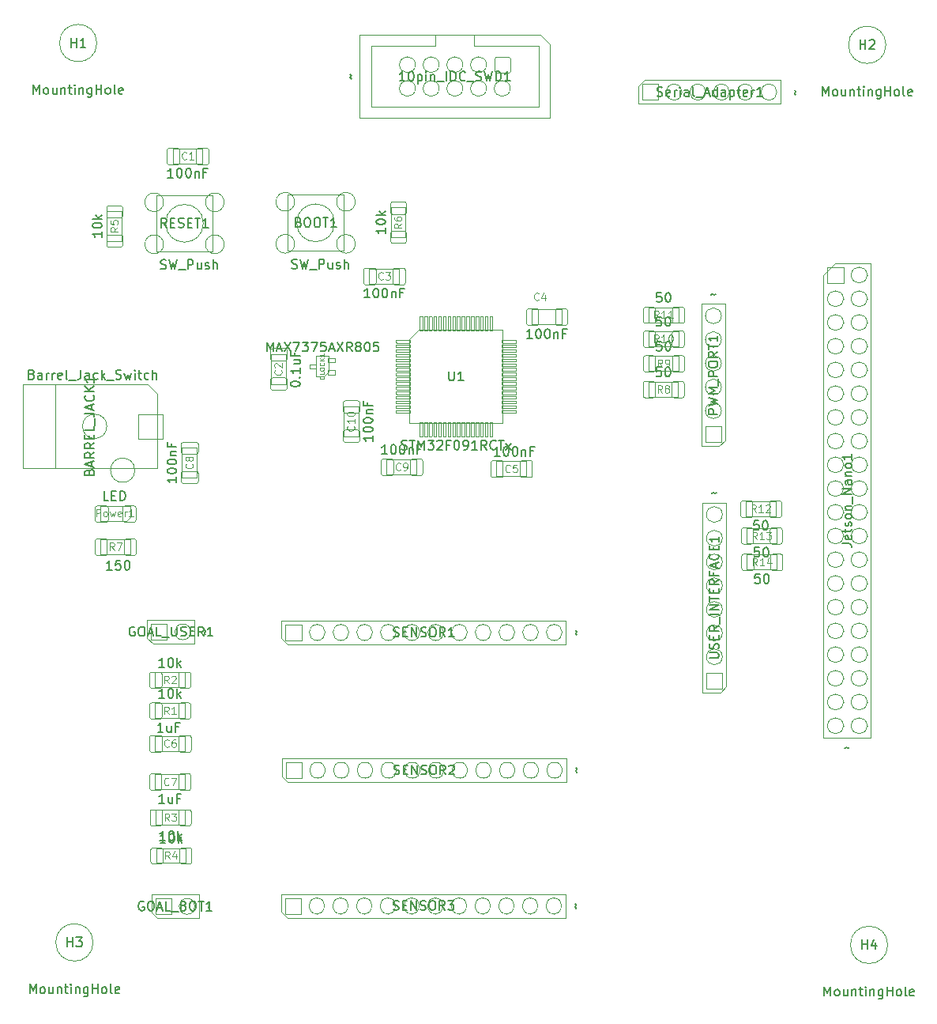
<source format=gbr>
%TF.GenerationSoftware,KiCad,Pcbnew,7.0.10*%
%TF.CreationDate,2024-03-07T12:21:26-07:00*%
%TF.ProjectId,Senior Design,53656e69-6f72-4204-9465-7369676e2e6b,rev?*%
%TF.SameCoordinates,Original*%
%TF.FileFunction,AssemblyDrawing,Top*%
%FSLAX46Y46*%
G04 Gerber Fmt 4.6, Leading zero omitted, Abs format (unit mm)*
G04 Created by KiCad (PCBNEW 7.0.10) date 2024-03-07 12:21:26*
%MOMM*%
%LPD*%
G01*
G04 APERTURE LIST*
%ADD10C,0.150000*%
%ADD11C,0.120000*%
%ADD12C,0.075000*%
%ADD13C,0.100000*%
%ADD14C,0.100000*%
%TD*%
G04 APERTURE END LIST*
D10*
X160054819Y-85937619D02*
X160054819Y-86509047D01*
X160054819Y-86223333D02*
X159054819Y-86223333D01*
X159054819Y-86223333D02*
X159197676Y-86318571D01*
X159197676Y-86318571D02*
X159292914Y-86413809D01*
X159292914Y-86413809D02*
X159340533Y-86509047D01*
X159054819Y-85318571D02*
X159054819Y-85223333D01*
X159054819Y-85223333D02*
X159102438Y-85128095D01*
X159102438Y-85128095D02*
X159150057Y-85080476D01*
X159150057Y-85080476D02*
X159245295Y-85032857D01*
X159245295Y-85032857D02*
X159435771Y-84985238D01*
X159435771Y-84985238D02*
X159673866Y-84985238D01*
X159673866Y-84985238D02*
X159864342Y-85032857D01*
X159864342Y-85032857D02*
X159959580Y-85080476D01*
X159959580Y-85080476D02*
X160007200Y-85128095D01*
X160007200Y-85128095D02*
X160054819Y-85223333D01*
X160054819Y-85223333D02*
X160054819Y-85318571D01*
X160054819Y-85318571D02*
X160007200Y-85413809D01*
X160007200Y-85413809D02*
X159959580Y-85461428D01*
X159959580Y-85461428D02*
X159864342Y-85509047D01*
X159864342Y-85509047D02*
X159673866Y-85556666D01*
X159673866Y-85556666D02*
X159435771Y-85556666D01*
X159435771Y-85556666D02*
X159245295Y-85509047D01*
X159245295Y-85509047D02*
X159150057Y-85461428D01*
X159150057Y-85461428D02*
X159102438Y-85413809D01*
X159102438Y-85413809D02*
X159054819Y-85318571D01*
X159054819Y-84366190D02*
X159054819Y-84270952D01*
X159054819Y-84270952D02*
X159102438Y-84175714D01*
X159102438Y-84175714D02*
X159150057Y-84128095D01*
X159150057Y-84128095D02*
X159245295Y-84080476D01*
X159245295Y-84080476D02*
X159435771Y-84032857D01*
X159435771Y-84032857D02*
X159673866Y-84032857D01*
X159673866Y-84032857D02*
X159864342Y-84080476D01*
X159864342Y-84080476D02*
X159959580Y-84128095D01*
X159959580Y-84128095D02*
X160007200Y-84175714D01*
X160007200Y-84175714D02*
X160054819Y-84270952D01*
X160054819Y-84270952D02*
X160054819Y-84366190D01*
X160054819Y-84366190D02*
X160007200Y-84461428D01*
X160007200Y-84461428D02*
X159959580Y-84509047D01*
X159959580Y-84509047D02*
X159864342Y-84556666D01*
X159864342Y-84556666D02*
X159673866Y-84604285D01*
X159673866Y-84604285D02*
X159435771Y-84604285D01*
X159435771Y-84604285D02*
X159245295Y-84556666D01*
X159245295Y-84556666D02*
X159150057Y-84509047D01*
X159150057Y-84509047D02*
X159102438Y-84461428D01*
X159102438Y-84461428D02*
X159054819Y-84366190D01*
X159388152Y-83604285D02*
X160054819Y-83604285D01*
X159483390Y-83604285D02*
X159435771Y-83556666D01*
X159435771Y-83556666D02*
X159388152Y-83461428D01*
X159388152Y-83461428D02*
X159388152Y-83318571D01*
X159388152Y-83318571D02*
X159435771Y-83223333D01*
X159435771Y-83223333D02*
X159531009Y-83175714D01*
X159531009Y-83175714D02*
X160054819Y-83175714D01*
X159531009Y-82366190D02*
X159531009Y-82699523D01*
X160054819Y-82699523D02*
X159054819Y-82699523D01*
X159054819Y-82699523D02*
X159054819Y-82223333D01*
D11*
X158037664Y-84904285D02*
X158075760Y-84942381D01*
X158075760Y-84942381D02*
X158113855Y-85056666D01*
X158113855Y-85056666D02*
X158113855Y-85132857D01*
X158113855Y-85132857D02*
X158075760Y-85247143D01*
X158075760Y-85247143D02*
X157999569Y-85323333D01*
X157999569Y-85323333D02*
X157923379Y-85361428D01*
X157923379Y-85361428D02*
X157770998Y-85399524D01*
X157770998Y-85399524D02*
X157656712Y-85399524D01*
X157656712Y-85399524D02*
X157504331Y-85361428D01*
X157504331Y-85361428D02*
X157428140Y-85323333D01*
X157428140Y-85323333D02*
X157351950Y-85247143D01*
X157351950Y-85247143D02*
X157313855Y-85132857D01*
X157313855Y-85132857D02*
X157313855Y-85056666D01*
X157313855Y-85056666D02*
X157351950Y-84942381D01*
X157351950Y-84942381D02*
X157390045Y-84904285D01*
X158113855Y-84142381D02*
X158113855Y-84599524D01*
X158113855Y-84370952D02*
X157313855Y-84370952D01*
X157313855Y-84370952D02*
X157428140Y-84447143D01*
X157428140Y-84447143D02*
X157504331Y-84523333D01*
X157504331Y-84523333D02*
X157542426Y-84599524D01*
X157313855Y-83647142D02*
X157313855Y-83570952D01*
X157313855Y-83570952D02*
X157351950Y-83494761D01*
X157351950Y-83494761D02*
X157390045Y-83456666D01*
X157390045Y-83456666D02*
X157466236Y-83418571D01*
X157466236Y-83418571D02*
X157618617Y-83380476D01*
X157618617Y-83380476D02*
X157809093Y-83380476D01*
X157809093Y-83380476D02*
X157961474Y-83418571D01*
X157961474Y-83418571D02*
X158037664Y-83456666D01*
X158037664Y-83456666D02*
X158075760Y-83494761D01*
X158075760Y-83494761D02*
X158113855Y-83570952D01*
X158113855Y-83570952D02*
X158113855Y-83647142D01*
X158113855Y-83647142D02*
X158075760Y-83723333D01*
X158075760Y-83723333D02*
X158037664Y-83761428D01*
X158037664Y-83761428D02*
X157961474Y-83799523D01*
X157961474Y-83799523D02*
X157809093Y-83837619D01*
X157809093Y-83837619D02*
X157618617Y-83837619D01*
X157618617Y-83837619D02*
X157466236Y-83799523D01*
X157466236Y-83799523D02*
X157390045Y-83761428D01*
X157390045Y-83761428D02*
X157351950Y-83723333D01*
X157351950Y-83723333D02*
X157313855Y-83647142D01*
D10*
X137742261Y-125304819D02*
X137170833Y-125304819D01*
X137456547Y-125304819D02*
X137456547Y-124304819D01*
X137456547Y-124304819D02*
X137361309Y-124447676D01*
X137361309Y-124447676D02*
X137266071Y-124542914D01*
X137266071Y-124542914D02*
X137170833Y-124590533D01*
X138599404Y-124638152D02*
X138599404Y-125304819D01*
X138170833Y-124638152D02*
X138170833Y-125161961D01*
X138170833Y-125161961D02*
X138218452Y-125257200D01*
X138218452Y-125257200D02*
X138313690Y-125304819D01*
X138313690Y-125304819D02*
X138456547Y-125304819D01*
X138456547Y-125304819D02*
X138551785Y-125257200D01*
X138551785Y-125257200D02*
X138599404Y-125209580D01*
X139408928Y-124781009D02*
X139075595Y-124781009D01*
X139075595Y-125304819D02*
X139075595Y-124304819D01*
X139075595Y-124304819D02*
X139551785Y-124304819D01*
D11*
X138204167Y-123287664D02*
X138166071Y-123325760D01*
X138166071Y-123325760D02*
X138051786Y-123363855D01*
X138051786Y-123363855D02*
X137975595Y-123363855D01*
X137975595Y-123363855D02*
X137861309Y-123325760D01*
X137861309Y-123325760D02*
X137785119Y-123249569D01*
X137785119Y-123249569D02*
X137747024Y-123173379D01*
X137747024Y-123173379D02*
X137708928Y-123020998D01*
X137708928Y-123020998D02*
X137708928Y-122906712D01*
X137708928Y-122906712D02*
X137747024Y-122754331D01*
X137747024Y-122754331D02*
X137785119Y-122678140D01*
X137785119Y-122678140D02*
X137861309Y-122601950D01*
X137861309Y-122601950D02*
X137975595Y-122563855D01*
X137975595Y-122563855D02*
X138051786Y-122563855D01*
X138051786Y-122563855D02*
X138166071Y-122601950D01*
X138166071Y-122601950D02*
X138204167Y-122640045D01*
X138470833Y-122563855D02*
X139004167Y-122563855D01*
X139004167Y-122563855D02*
X138661309Y-123363855D01*
D10*
X191001904Y-75844819D02*
X190525714Y-75844819D01*
X190525714Y-75844819D02*
X190478095Y-76321009D01*
X190478095Y-76321009D02*
X190525714Y-76273390D01*
X190525714Y-76273390D02*
X190620952Y-76225771D01*
X190620952Y-76225771D02*
X190859047Y-76225771D01*
X190859047Y-76225771D02*
X190954285Y-76273390D01*
X190954285Y-76273390D02*
X191001904Y-76321009D01*
X191001904Y-76321009D02*
X191049523Y-76416247D01*
X191049523Y-76416247D02*
X191049523Y-76654342D01*
X191049523Y-76654342D02*
X191001904Y-76749580D01*
X191001904Y-76749580D02*
X190954285Y-76797200D01*
X190954285Y-76797200D02*
X190859047Y-76844819D01*
X190859047Y-76844819D02*
X190620952Y-76844819D01*
X190620952Y-76844819D02*
X190525714Y-76797200D01*
X190525714Y-76797200D02*
X190478095Y-76749580D01*
X191668571Y-75844819D02*
X191763809Y-75844819D01*
X191763809Y-75844819D02*
X191859047Y-75892438D01*
X191859047Y-75892438D02*
X191906666Y-75940057D01*
X191906666Y-75940057D02*
X191954285Y-76035295D01*
X191954285Y-76035295D02*
X192001904Y-76225771D01*
X192001904Y-76225771D02*
X192001904Y-76463866D01*
X192001904Y-76463866D02*
X191954285Y-76654342D01*
X191954285Y-76654342D02*
X191906666Y-76749580D01*
X191906666Y-76749580D02*
X191859047Y-76797200D01*
X191859047Y-76797200D02*
X191763809Y-76844819D01*
X191763809Y-76844819D02*
X191668571Y-76844819D01*
X191668571Y-76844819D02*
X191573333Y-76797200D01*
X191573333Y-76797200D02*
X191525714Y-76749580D01*
X191525714Y-76749580D02*
X191478095Y-76654342D01*
X191478095Y-76654342D02*
X191430476Y-76463866D01*
X191430476Y-76463866D02*
X191430476Y-76225771D01*
X191430476Y-76225771D02*
X191478095Y-76035295D01*
X191478095Y-76035295D02*
X191525714Y-75940057D01*
X191525714Y-75940057D02*
X191573333Y-75892438D01*
X191573333Y-75892438D02*
X191668571Y-75844819D01*
D11*
X191106667Y-78573855D02*
X190840000Y-78192902D01*
X190649524Y-78573855D02*
X190649524Y-77773855D01*
X190649524Y-77773855D02*
X190954286Y-77773855D01*
X190954286Y-77773855D02*
X191030476Y-77811950D01*
X191030476Y-77811950D02*
X191068571Y-77850045D01*
X191068571Y-77850045D02*
X191106667Y-77926236D01*
X191106667Y-77926236D02*
X191106667Y-78040521D01*
X191106667Y-78040521D02*
X191068571Y-78116712D01*
X191068571Y-78116712D02*
X191030476Y-78154807D01*
X191030476Y-78154807D02*
X190954286Y-78192902D01*
X190954286Y-78192902D02*
X190649524Y-78192902D01*
X191487619Y-78573855D02*
X191640000Y-78573855D01*
X191640000Y-78573855D02*
X191716190Y-78535760D01*
X191716190Y-78535760D02*
X191754286Y-78497664D01*
X191754286Y-78497664D02*
X191830476Y-78383379D01*
X191830476Y-78383379D02*
X191868571Y-78230998D01*
X191868571Y-78230998D02*
X191868571Y-77926236D01*
X191868571Y-77926236D02*
X191830476Y-77850045D01*
X191830476Y-77850045D02*
X191792381Y-77811950D01*
X191792381Y-77811950D02*
X191716190Y-77773855D01*
X191716190Y-77773855D02*
X191563809Y-77773855D01*
X191563809Y-77773855D02*
X191487619Y-77811950D01*
X191487619Y-77811950D02*
X191449524Y-77850045D01*
X191449524Y-77850045D02*
X191411428Y-77926236D01*
X191411428Y-77926236D02*
X191411428Y-78116712D01*
X191411428Y-78116712D02*
X191449524Y-78192902D01*
X191449524Y-78192902D02*
X191487619Y-78230998D01*
X191487619Y-78230998D02*
X191563809Y-78269093D01*
X191563809Y-78269093D02*
X191716190Y-78269093D01*
X191716190Y-78269093D02*
X191792381Y-78230998D01*
X191792381Y-78230998D02*
X191830476Y-78192902D01*
X191830476Y-78192902D02*
X191868571Y-78116712D01*
D10*
X181923866Y-107271904D02*
X181876247Y-107224285D01*
X181876247Y-107224285D02*
X181828628Y-107129047D01*
X181828628Y-107129047D02*
X181923866Y-106938571D01*
X181923866Y-106938571D02*
X181876247Y-106843333D01*
X181876247Y-106843333D02*
X181828628Y-106795714D01*
X162311905Y-107417200D02*
X162454762Y-107464819D01*
X162454762Y-107464819D02*
X162692857Y-107464819D01*
X162692857Y-107464819D02*
X162788095Y-107417200D01*
X162788095Y-107417200D02*
X162835714Y-107369580D01*
X162835714Y-107369580D02*
X162883333Y-107274342D01*
X162883333Y-107274342D02*
X162883333Y-107179104D01*
X162883333Y-107179104D02*
X162835714Y-107083866D01*
X162835714Y-107083866D02*
X162788095Y-107036247D01*
X162788095Y-107036247D02*
X162692857Y-106988628D01*
X162692857Y-106988628D02*
X162502381Y-106941009D01*
X162502381Y-106941009D02*
X162407143Y-106893390D01*
X162407143Y-106893390D02*
X162359524Y-106845771D01*
X162359524Y-106845771D02*
X162311905Y-106750533D01*
X162311905Y-106750533D02*
X162311905Y-106655295D01*
X162311905Y-106655295D02*
X162359524Y-106560057D01*
X162359524Y-106560057D02*
X162407143Y-106512438D01*
X162407143Y-106512438D02*
X162502381Y-106464819D01*
X162502381Y-106464819D02*
X162740476Y-106464819D01*
X162740476Y-106464819D02*
X162883333Y-106512438D01*
X163311905Y-106941009D02*
X163645238Y-106941009D01*
X163788095Y-107464819D02*
X163311905Y-107464819D01*
X163311905Y-107464819D02*
X163311905Y-106464819D01*
X163311905Y-106464819D02*
X163788095Y-106464819D01*
X164216667Y-107464819D02*
X164216667Y-106464819D01*
X164216667Y-106464819D02*
X164788095Y-107464819D01*
X164788095Y-107464819D02*
X164788095Y-106464819D01*
X165216667Y-107417200D02*
X165359524Y-107464819D01*
X165359524Y-107464819D02*
X165597619Y-107464819D01*
X165597619Y-107464819D02*
X165692857Y-107417200D01*
X165692857Y-107417200D02*
X165740476Y-107369580D01*
X165740476Y-107369580D02*
X165788095Y-107274342D01*
X165788095Y-107274342D02*
X165788095Y-107179104D01*
X165788095Y-107179104D02*
X165740476Y-107083866D01*
X165740476Y-107083866D02*
X165692857Y-107036247D01*
X165692857Y-107036247D02*
X165597619Y-106988628D01*
X165597619Y-106988628D02*
X165407143Y-106941009D01*
X165407143Y-106941009D02*
X165311905Y-106893390D01*
X165311905Y-106893390D02*
X165264286Y-106845771D01*
X165264286Y-106845771D02*
X165216667Y-106750533D01*
X165216667Y-106750533D02*
X165216667Y-106655295D01*
X165216667Y-106655295D02*
X165264286Y-106560057D01*
X165264286Y-106560057D02*
X165311905Y-106512438D01*
X165311905Y-106512438D02*
X165407143Y-106464819D01*
X165407143Y-106464819D02*
X165645238Y-106464819D01*
X165645238Y-106464819D02*
X165788095Y-106512438D01*
X166407143Y-106464819D02*
X166597619Y-106464819D01*
X166597619Y-106464819D02*
X166692857Y-106512438D01*
X166692857Y-106512438D02*
X166788095Y-106607676D01*
X166788095Y-106607676D02*
X166835714Y-106798152D01*
X166835714Y-106798152D02*
X166835714Y-107131485D01*
X166835714Y-107131485D02*
X166788095Y-107321961D01*
X166788095Y-107321961D02*
X166692857Y-107417200D01*
X166692857Y-107417200D02*
X166597619Y-107464819D01*
X166597619Y-107464819D02*
X166407143Y-107464819D01*
X166407143Y-107464819D02*
X166311905Y-107417200D01*
X166311905Y-107417200D02*
X166216667Y-107321961D01*
X166216667Y-107321961D02*
X166169048Y-107131485D01*
X166169048Y-107131485D02*
X166169048Y-106798152D01*
X166169048Y-106798152D02*
X166216667Y-106607676D01*
X166216667Y-106607676D02*
X166311905Y-106512438D01*
X166311905Y-106512438D02*
X166407143Y-106464819D01*
X167835714Y-107464819D02*
X167502381Y-106988628D01*
X167264286Y-107464819D02*
X167264286Y-106464819D01*
X167264286Y-106464819D02*
X167645238Y-106464819D01*
X167645238Y-106464819D02*
X167740476Y-106512438D01*
X167740476Y-106512438D02*
X167788095Y-106560057D01*
X167788095Y-106560057D02*
X167835714Y-106655295D01*
X167835714Y-106655295D02*
X167835714Y-106798152D01*
X167835714Y-106798152D02*
X167788095Y-106893390D01*
X167788095Y-106893390D02*
X167740476Y-106941009D01*
X167740476Y-106941009D02*
X167645238Y-106988628D01*
X167645238Y-106988628D02*
X167264286Y-106988628D01*
X168788095Y-107464819D02*
X168216667Y-107464819D01*
X168502381Y-107464819D02*
X168502381Y-106464819D01*
X168502381Y-106464819D02*
X168407143Y-106607676D01*
X168407143Y-106607676D02*
X168311905Y-106702914D01*
X168311905Y-106702914D02*
X168216667Y-106750533D01*
X161614880Y-87904819D02*
X161043452Y-87904819D01*
X161329166Y-87904819D02*
X161329166Y-86904819D01*
X161329166Y-86904819D02*
X161233928Y-87047676D01*
X161233928Y-87047676D02*
X161138690Y-87142914D01*
X161138690Y-87142914D02*
X161043452Y-87190533D01*
X162233928Y-86904819D02*
X162329166Y-86904819D01*
X162329166Y-86904819D02*
X162424404Y-86952438D01*
X162424404Y-86952438D02*
X162472023Y-87000057D01*
X162472023Y-87000057D02*
X162519642Y-87095295D01*
X162519642Y-87095295D02*
X162567261Y-87285771D01*
X162567261Y-87285771D02*
X162567261Y-87523866D01*
X162567261Y-87523866D02*
X162519642Y-87714342D01*
X162519642Y-87714342D02*
X162472023Y-87809580D01*
X162472023Y-87809580D02*
X162424404Y-87857200D01*
X162424404Y-87857200D02*
X162329166Y-87904819D01*
X162329166Y-87904819D02*
X162233928Y-87904819D01*
X162233928Y-87904819D02*
X162138690Y-87857200D01*
X162138690Y-87857200D02*
X162091071Y-87809580D01*
X162091071Y-87809580D02*
X162043452Y-87714342D01*
X162043452Y-87714342D02*
X161995833Y-87523866D01*
X161995833Y-87523866D02*
X161995833Y-87285771D01*
X161995833Y-87285771D02*
X162043452Y-87095295D01*
X162043452Y-87095295D02*
X162091071Y-87000057D01*
X162091071Y-87000057D02*
X162138690Y-86952438D01*
X162138690Y-86952438D02*
X162233928Y-86904819D01*
X163186309Y-86904819D02*
X163281547Y-86904819D01*
X163281547Y-86904819D02*
X163376785Y-86952438D01*
X163376785Y-86952438D02*
X163424404Y-87000057D01*
X163424404Y-87000057D02*
X163472023Y-87095295D01*
X163472023Y-87095295D02*
X163519642Y-87285771D01*
X163519642Y-87285771D02*
X163519642Y-87523866D01*
X163519642Y-87523866D02*
X163472023Y-87714342D01*
X163472023Y-87714342D02*
X163424404Y-87809580D01*
X163424404Y-87809580D02*
X163376785Y-87857200D01*
X163376785Y-87857200D02*
X163281547Y-87904819D01*
X163281547Y-87904819D02*
X163186309Y-87904819D01*
X163186309Y-87904819D02*
X163091071Y-87857200D01*
X163091071Y-87857200D02*
X163043452Y-87809580D01*
X163043452Y-87809580D02*
X162995833Y-87714342D01*
X162995833Y-87714342D02*
X162948214Y-87523866D01*
X162948214Y-87523866D02*
X162948214Y-87285771D01*
X162948214Y-87285771D02*
X162995833Y-87095295D01*
X162995833Y-87095295D02*
X163043452Y-87000057D01*
X163043452Y-87000057D02*
X163091071Y-86952438D01*
X163091071Y-86952438D02*
X163186309Y-86904819D01*
X163948214Y-87238152D02*
X163948214Y-87904819D01*
X163948214Y-87333390D02*
X163995833Y-87285771D01*
X163995833Y-87285771D02*
X164091071Y-87238152D01*
X164091071Y-87238152D02*
X164233928Y-87238152D01*
X164233928Y-87238152D02*
X164329166Y-87285771D01*
X164329166Y-87285771D02*
X164376785Y-87381009D01*
X164376785Y-87381009D02*
X164376785Y-87904819D01*
X165186309Y-87381009D02*
X164852976Y-87381009D01*
X164852976Y-87904819D02*
X164852976Y-86904819D01*
X164852976Y-86904819D02*
X165329166Y-86904819D01*
D11*
X163029167Y-89587664D02*
X162991071Y-89625760D01*
X162991071Y-89625760D02*
X162876786Y-89663855D01*
X162876786Y-89663855D02*
X162800595Y-89663855D01*
X162800595Y-89663855D02*
X162686309Y-89625760D01*
X162686309Y-89625760D02*
X162610119Y-89549569D01*
X162610119Y-89549569D02*
X162572024Y-89473379D01*
X162572024Y-89473379D02*
X162533928Y-89320998D01*
X162533928Y-89320998D02*
X162533928Y-89206712D01*
X162533928Y-89206712D02*
X162572024Y-89054331D01*
X162572024Y-89054331D02*
X162610119Y-88978140D01*
X162610119Y-88978140D02*
X162686309Y-88901950D01*
X162686309Y-88901950D02*
X162800595Y-88863855D01*
X162800595Y-88863855D02*
X162876786Y-88863855D01*
X162876786Y-88863855D02*
X162991071Y-88901950D01*
X162991071Y-88901950D02*
X163029167Y-88940045D01*
X163410119Y-89663855D02*
X163562500Y-89663855D01*
X163562500Y-89663855D02*
X163638690Y-89625760D01*
X163638690Y-89625760D02*
X163676786Y-89587664D01*
X163676786Y-89587664D02*
X163752976Y-89473379D01*
X163752976Y-89473379D02*
X163791071Y-89320998D01*
X163791071Y-89320998D02*
X163791071Y-89016236D01*
X163791071Y-89016236D02*
X163752976Y-88940045D01*
X163752976Y-88940045D02*
X163714881Y-88901950D01*
X163714881Y-88901950D02*
X163638690Y-88863855D01*
X163638690Y-88863855D02*
X163486309Y-88863855D01*
X163486309Y-88863855D02*
X163410119Y-88901950D01*
X163410119Y-88901950D02*
X163372024Y-88940045D01*
X163372024Y-88940045D02*
X163333928Y-89016236D01*
X163333928Y-89016236D02*
X163333928Y-89206712D01*
X163333928Y-89206712D02*
X163372024Y-89282902D01*
X163372024Y-89282902D02*
X163410119Y-89320998D01*
X163410119Y-89320998D02*
X163486309Y-89359093D01*
X163486309Y-89359093D02*
X163638690Y-89359093D01*
X163638690Y-89359093D02*
X163714881Y-89320998D01*
X163714881Y-89320998D02*
X163752976Y-89282902D01*
X163752976Y-89282902D02*
X163791071Y-89206712D01*
D10*
X137604761Y-117654819D02*
X137033333Y-117654819D01*
X137319047Y-117654819D02*
X137319047Y-116654819D01*
X137319047Y-116654819D02*
X137223809Y-116797676D01*
X137223809Y-116797676D02*
X137128571Y-116892914D01*
X137128571Y-116892914D02*
X137033333Y-116940533D01*
X138461904Y-116988152D02*
X138461904Y-117654819D01*
X138033333Y-116988152D02*
X138033333Y-117511961D01*
X138033333Y-117511961D02*
X138080952Y-117607200D01*
X138080952Y-117607200D02*
X138176190Y-117654819D01*
X138176190Y-117654819D02*
X138319047Y-117654819D01*
X138319047Y-117654819D02*
X138414285Y-117607200D01*
X138414285Y-117607200D02*
X138461904Y-117559580D01*
X139271428Y-117131009D02*
X138938095Y-117131009D01*
X138938095Y-117654819D02*
X138938095Y-116654819D01*
X138938095Y-116654819D02*
X139414285Y-116654819D01*
D11*
X138229167Y-119187664D02*
X138191071Y-119225760D01*
X138191071Y-119225760D02*
X138076786Y-119263855D01*
X138076786Y-119263855D02*
X138000595Y-119263855D01*
X138000595Y-119263855D02*
X137886309Y-119225760D01*
X137886309Y-119225760D02*
X137810119Y-119149569D01*
X137810119Y-119149569D02*
X137772024Y-119073379D01*
X137772024Y-119073379D02*
X137733928Y-118920998D01*
X137733928Y-118920998D02*
X137733928Y-118806712D01*
X137733928Y-118806712D02*
X137772024Y-118654331D01*
X137772024Y-118654331D02*
X137810119Y-118578140D01*
X137810119Y-118578140D02*
X137886309Y-118501950D01*
X137886309Y-118501950D02*
X138000595Y-118463855D01*
X138000595Y-118463855D02*
X138076786Y-118463855D01*
X138076786Y-118463855D02*
X138191071Y-118501950D01*
X138191071Y-118501950D02*
X138229167Y-118540045D01*
X138914881Y-118463855D02*
X138762500Y-118463855D01*
X138762500Y-118463855D02*
X138686309Y-118501950D01*
X138686309Y-118501950D02*
X138648214Y-118540045D01*
X138648214Y-118540045D02*
X138572024Y-118654331D01*
X138572024Y-118654331D02*
X138533928Y-118806712D01*
X138533928Y-118806712D02*
X138533928Y-119111474D01*
X138533928Y-119111474D02*
X138572024Y-119187664D01*
X138572024Y-119187664D02*
X138610119Y-119225760D01*
X138610119Y-119225760D02*
X138686309Y-119263855D01*
X138686309Y-119263855D02*
X138838690Y-119263855D01*
X138838690Y-119263855D02*
X138914881Y-119225760D01*
X138914881Y-119225760D02*
X138952976Y-119187664D01*
X138952976Y-119187664D02*
X138991071Y-119111474D01*
X138991071Y-119111474D02*
X138991071Y-118920998D01*
X138991071Y-118920998D02*
X138952976Y-118844807D01*
X138952976Y-118844807D02*
X138914881Y-118806712D01*
X138914881Y-118806712D02*
X138838690Y-118768617D01*
X138838690Y-118768617D02*
X138686309Y-118768617D01*
X138686309Y-118768617D02*
X138610119Y-118806712D01*
X138610119Y-118806712D02*
X138572024Y-118844807D01*
X138572024Y-118844807D02*
X138533928Y-118920998D01*
D10*
X131762142Y-92874819D02*
X131285952Y-92874819D01*
X131285952Y-92874819D02*
X131285952Y-91874819D01*
X132095476Y-92351009D02*
X132428809Y-92351009D01*
X132571666Y-92874819D02*
X132095476Y-92874819D01*
X132095476Y-92874819D02*
X132095476Y-91874819D01*
X132095476Y-91874819D02*
X132571666Y-91874819D01*
X133000238Y-92874819D02*
X133000238Y-91874819D01*
X133000238Y-91874819D02*
X133238333Y-91874819D01*
X133238333Y-91874819D02*
X133381190Y-91922438D01*
X133381190Y-91922438D02*
X133476428Y-92017676D01*
X133476428Y-92017676D02*
X133524047Y-92112914D01*
X133524047Y-92112914D02*
X133571666Y-92303390D01*
X133571666Y-92303390D02*
X133571666Y-92446247D01*
X133571666Y-92446247D02*
X133524047Y-92636723D01*
X133524047Y-92636723D02*
X133476428Y-92731961D01*
X133476428Y-92731961D02*
X133381190Y-92827200D01*
X133381190Y-92827200D02*
X133238333Y-92874819D01*
X133238333Y-92874819D02*
X133000238Y-92874819D01*
D11*
X130443095Y-94603855D02*
X130443095Y-93803855D01*
X130443095Y-93803855D02*
X130747857Y-93803855D01*
X130747857Y-93803855D02*
X130824047Y-93841950D01*
X130824047Y-93841950D02*
X130862142Y-93880045D01*
X130862142Y-93880045D02*
X130900238Y-93956236D01*
X130900238Y-93956236D02*
X130900238Y-94070521D01*
X130900238Y-94070521D02*
X130862142Y-94146712D01*
X130862142Y-94146712D02*
X130824047Y-94184807D01*
X130824047Y-94184807D02*
X130747857Y-94222902D01*
X130747857Y-94222902D02*
X130443095Y-94222902D01*
X131357380Y-94603855D02*
X131281190Y-94565760D01*
X131281190Y-94565760D02*
X131243095Y-94527664D01*
X131243095Y-94527664D02*
X131204999Y-94451474D01*
X131204999Y-94451474D02*
X131204999Y-94222902D01*
X131204999Y-94222902D02*
X131243095Y-94146712D01*
X131243095Y-94146712D02*
X131281190Y-94108617D01*
X131281190Y-94108617D02*
X131357380Y-94070521D01*
X131357380Y-94070521D02*
X131471666Y-94070521D01*
X131471666Y-94070521D02*
X131547857Y-94108617D01*
X131547857Y-94108617D02*
X131585952Y-94146712D01*
X131585952Y-94146712D02*
X131624047Y-94222902D01*
X131624047Y-94222902D02*
X131624047Y-94451474D01*
X131624047Y-94451474D02*
X131585952Y-94527664D01*
X131585952Y-94527664D02*
X131547857Y-94565760D01*
X131547857Y-94565760D02*
X131471666Y-94603855D01*
X131471666Y-94603855D02*
X131357380Y-94603855D01*
X131890714Y-94070521D02*
X132043095Y-94603855D01*
X132043095Y-94603855D02*
X132195476Y-94222902D01*
X132195476Y-94222902D02*
X132347857Y-94603855D01*
X132347857Y-94603855D02*
X132500238Y-94070521D01*
X133109762Y-94565760D02*
X133033571Y-94603855D01*
X133033571Y-94603855D02*
X132881190Y-94603855D01*
X132881190Y-94603855D02*
X132805000Y-94565760D01*
X132805000Y-94565760D02*
X132766904Y-94489569D01*
X132766904Y-94489569D02*
X132766904Y-94184807D01*
X132766904Y-94184807D02*
X132805000Y-94108617D01*
X132805000Y-94108617D02*
X132881190Y-94070521D01*
X132881190Y-94070521D02*
X133033571Y-94070521D01*
X133033571Y-94070521D02*
X133109762Y-94108617D01*
X133109762Y-94108617D02*
X133147857Y-94184807D01*
X133147857Y-94184807D02*
X133147857Y-94260998D01*
X133147857Y-94260998D02*
X132766904Y-94337188D01*
X133490714Y-94603855D02*
X133490714Y-94070521D01*
X133490714Y-94222902D02*
X133528809Y-94146712D01*
X133528809Y-94146712D02*
X133566904Y-94108617D01*
X133566904Y-94108617D02*
X133643095Y-94070521D01*
X133643095Y-94070521D02*
X133719285Y-94070521D01*
X134404999Y-94603855D02*
X133947856Y-94603855D01*
X134176428Y-94603855D02*
X134176428Y-93803855D01*
X134176428Y-93803855D02*
X134100237Y-93918140D01*
X134100237Y-93918140D02*
X134024047Y-93994331D01*
X134024047Y-93994331D02*
X133947856Y-94032426D01*
D10*
X177169880Y-75514819D02*
X176598452Y-75514819D01*
X176884166Y-75514819D02*
X176884166Y-74514819D01*
X176884166Y-74514819D02*
X176788928Y-74657676D01*
X176788928Y-74657676D02*
X176693690Y-74752914D01*
X176693690Y-74752914D02*
X176598452Y-74800533D01*
X177788928Y-74514819D02*
X177884166Y-74514819D01*
X177884166Y-74514819D02*
X177979404Y-74562438D01*
X177979404Y-74562438D02*
X178027023Y-74610057D01*
X178027023Y-74610057D02*
X178074642Y-74705295D01*
X178074642Y-74705295D02*
X178122261Y-74895771D01*
X178122261Y-74895771D02*
X178122261Y-75133866D01*
X178122261Y-75133866D02*
X178074642Y-75324342D01*
X178074642Y-75324342D02*
X178027023Y-75419580D01*
X178027023Y-75419580D02*
X177979404Y-75467200D01*
X177979404Y-75467200D02*
X177884166Y-75514819D01*
X177884166Y-75514819D02*
X177788928Y-75514819D01*
X177788928Y-75514819D02*
X177693690Y-75467200D01*
X177693690Y-75467200D02*
X177646071Y-75419580D01*
X177646071Y-75419580D02*
X177598452Y-75324342D01*
X177598452Y-75324342D02*
X177550833Y-75133866D01*
X177550833Y-75133866D02*
X177550833Y-74895771D01*
X177550833Y-74895771D02*
X177598452Y-74705295D01*
X177598452Y-74705295D02*
X177646071Y-74610057D01*
X177646071Y-74610057D02*
X177693690Y-74562438D01*
X177693690Y-74562438D02*
X177788928Y-74514819D01*
X178741309Y-74514819D02*
X178836547Y-74514819D01*
X178836547Y-74514819D02*
X178931785Y-74562438D01*
X178931785Y-74562438D02*
X178979404Y-74610057D01*
X178979404Y-74610057D02*
X179027023Y-74705295D01*
X179027023Y-74705295D02*
X179074642Y-74895771D01*
X179074642Y-74895771D02*
X179074642Y-75133866D01*
X179074642Y-75133866D02*
X179027023Y-75324342D01*
X179027023Y-75324342D02*
X178979404Y-75419580D01*
X178979404Y-75419580D02*
X178931785Y-75467200D01*
X178931785Y-75467200D02*
X178836547Y-75514819D01*
X178836547Y-75514819D02*
X178741309Y-75514819D01*
X178741309Y-75514819D02*
X178646071Y-75467200D01*
X178646071Y-75467200D02*
X178598452Y-75419580D01*
X178598452Y-75419580D02*
X178550833Y-75324342D01*
X178550833Y-75324342D02*
X178503214Y-75133866D01*
X178503214Y-75133866D02*
X178503214Y-74895771D01*
X178503214Y-74895771D02*
X178550833Y-74705295D01*
X178550833Y-74705295D02*
X178598452Y-74610057D01*
X178598452Y-74610057D02*
X178646071Y-74562438D01*
X178646071Y-74562438D02*
X178741309Y-74514819D01*
X179503214Y-74848152D02*
X179503214Y-75514819D01*
X179503214Y-74943390D02*
X179550833Y-74895771D01*
X179550833Y-74895771D02*
X179646071Y-74848152D01*
X179646071Y-74848152D02*
X179788928Y-74848152D01*
X179788928Y-74848152D02*
X179884166Y-74895771D01*
X179884166Y-74895771D02*
X179931785Y-74991009D01*
X179931785Y-74991009D02*
X179931785Y-75514819D01*
X180741309Y-74991009D02*
X180407976Y-74991009D01*
X180407976Y-75514819D02*
X180407976Y-74514819D01*
X180407976Y-74514819D02*
X180884166Y-74514819D01*
D11*
X177841667Y-71367664D02*
X177803571Y-71405760D01*
X177803571Y-71405760D02*
X177689286Y-71443855D01*
X177689286Y-71443855D02*
X177613095Y-71443855D01*
X177613095Y-71443855D02*
X177498809Y-71405760D01*
X177498809Y-71405760D02*
X177422619Y-71329569D01*
X177422619Y-71329569D02*
X177384524Y-71253379D01*
X177384524Y-71253379D02*
X177346428Y-71100998D01*
X177346428Y-71100998D02*
X177346428Y-70986712D01*
X177346428Y-70986712D02*
X177384524Y-70834331D01*
X177384524Y-70834331D02*
X177422619Y-70758140D01*
X177422619Y-70758140D02*
X177498809Y-70681950D01*
X177498809Y-70681950D02*
X177613095Y-70643855D01*
X177613095Y-70643855D02*
X177689286Y-70643855D01*
X177689286Y-70643855D02*
X177803571Y-70681950D01*
X177803571Y-70681950D02*
X177841667Y-70720045D01*
X178527381Y-70910521D02*
X178527381Y-71443855D01*
X178336905Y-70605760D02*
X178146428Y-71177188D01*
X178146428Y-71177188D02*
X178641667Y-71177188D01*
D10*
X131034819Y-64095238D02*
X131034819Y-64666666D01*
X131034819Y-64380952D02*
X130034819Y-64380952D01*
X130034819Y-64380952D02*
X130177676Y-64476190D01*
X130177676Y-64476190D02*
X130272914Y-64571428D01*
X130272914Y-64571428D02*
X130320533Y-64666666D01*
X130034819Y-63476190D02*
X130034819Y-63380952D01*
X130034819Y-63380952D02*
X130082438Y-63285714D01*
X130082438Y-63285714D02*
X130130057Y-63238095D01*
X130130057Y-63238095D02*
X130225295Y-63190476D01*
X130225295Y-63190476D02*
X130415771Y-63142857D01*
X130415771Y-63142857D02*
X130653866Y-63142857D01*
X130653866Y-63142857D02*
X130844342Y-63190476D01*
X130844342Y-63190476D02*
X130939580Y-63238095D01*
X130939580Y-63238095D02*
X130987200Y-63285714D01*
X130987200Y-63285714D02*
X131034819Y-63380952D01*
X131034819Y-63380952D02*
X131034819Y-63476190D01*
X131034819Y-63476190D02*
X130987200Y-63571428D01*
X130987200Y-63571428D02*
X130939580Y-63619047D01*
X130939580Y-63619047D02*
X130844342Y-63666666D01*
X130844342Y-63666666D02*
X130653866Y-63714285D01*
X130653866Y-63714285D02*
X130415771Y-63714285D01*
X130415771Y-63714285D02*
X130225295Y-63666666D01*
X130225295Y-63666666D02*
X130130057Y-63619047D01*
X130130057Y-63619047D02*
X130082438Y-63571428D01*
X130082438Y-63571428D02*
X130034819Y-63476190D01*
X131034819Y-62714285D02*
X130034819Y-62714285D01*
X130653866Y-62619047D02*
X131034819Y-62333333D01*
X130368152Y-62333333D02*
X130749104Y-62714285D01*
D11*
X132763855Y-63633332D02*
X132382902Y-63899999D01*
X132763855Y-64090475D02*
X131963855Y-64090475D01*
X131963855Y-64090475D02*
X131963855Y-63785713D01*
X131963855Y-63785713D02*
X132001950Y-63709523D01*
X132001950Y-63709523D02*
X132040045Y-63671428D01*
X132040045Y-63671428D02*
X132116236Y-63633332D01*
X132116236Y-63633332D02*
X132230521Y-63633332D01*
X132230521Y-63633332D02*
X132306712Y-63671428D01*
X132306712Y-63671428D02*
X132344807Y-63709523D01*
X132344807Y-63709523D02*
X132382902Y-63785713D01*
X132382902Y-63785713D02*
X132382902Y-64090475D01*
X131963855Y-62909523D02*
X131963855Y-63290475D01*
X131963855Y-63290475D02*
X132344807Y-63328571D01*
X132344807Y-63328571D02*
X132306712Y-63290475D01*
X132306712Y-63290475D02*
X132268617Y-63214285D01*
X132268617Y-63214285D02*
X132268617Y-63023809D01*
X132268617Y-63023809D02*
X132306712Y-62947618D01*
X132306712Y-62947618D02*
X132344807Y-62909523D01*
X132344807Y-62909523D02*
X132420998Y-62871428D01*
X132420998Y-62871428D02*
X132611474Y-62871428D01*
X132611474Y-62871428D02*
X132687664Y-62909523D01*
X132687664Y-62909523D02*
X132725760Y-62947618D01*
X132725760Y-62947618D02*
X132763855Y-63023809D01*
X132763855Y-63023809D02*
X132763855Y-63214285D01*
X132763855Y-63214285D02*
X132725760Y-63290475D01*
X132725760Y-63290475D02*
X132687664Y-63328571D01*
D10*
X142573866Y-136601904D02*
X142526247Y-136554285D01*
X142526247Y-136554285D02*
X142478628Y-136459047D01*
X142478628Y-136459047D02*
X142573866Y-136268571D01*
X142573866Y-136268571D02*
X142526247Y-136173333D01*
X142526247Y-136173333D02*
X142478628Y-136125714D01*
X135542856Y-135842438D02*
X135447618Y-135794819D01*
X135447618Y-135794819D02*
X135304761Y-135794819D01*
X135304761Y-135794819D02*
X135161904Y-135842438D01*
X135161904Y-135842438D02*
X135066666Y-135937676D01*
X135066666Y-135937676D02*
X135019047Y-136032914D01*
X135019047Y-136032914D02*
X134971428Y-136223390D01*
X134971428Y-136223390D02*
X134971428Y-136366247D01*
X134971428Y-136366247D02*
X135019047Y-136556723D01*
X135019047Y-136556723D02*
X135066666Y-136651961D01*
X135066666Y-136651961D02*
X135161904Y-136747200D01*
X135161904Y-136747200D02*
X135304761Y-136794819D01*
X135304761Y-136794819D02*
X135399999Y-136794819D01*
X135399999Y-136794819D02*
X135542856Y-136747200D01*
X135542856Y-136747200D02*
X135590475Y-136699580D01*
X135590475Y-136699580D02*
X135590475Y-136366247D01*
X135590475Y-136366247D02*
X135399999Y-136366247D01*
X136209523Y-135794819D02*
X136399999Y-135794819D01*
X136399999Y-135794819D02*
X136495237Y-135842438D01*
X136495237Y-135842438D02*
X136590475Y-135937676D01*
X136590475Y-135937676D02*
X136638094Y-136128152D01*
X136638094Y-136128152D02*
X136638094Y-136461485D01*
X136638094Y-136461485D02*
X136590475Y-136651961D01*
X136590475Y-136651961D02*
X136495237Y-136747200D01*
X136495237Y-136747200D02*
X136399999Y-136794819D01*
X136399999Y-136794819D02*
X136209523Y-136794819D01*
X136209523Y-136794819D02*
X136114285Y-136747200D01*
X136114285Y-136747200D02*
X136019047Y-136651961D01*
X136019047Y-136651961D02*
X135971428Y-136461485D01*
X135971428Y-136461485D02*
X135971428Y-136128152D01*
X135971428Y-136128152D02*
X136019047Y-135937676D01*
X136019047Y-135937676D02*
X136114285Y-135842438D01*
X136114285Y-135842438D02*
X136209523Y-135794819D01*
X137019047Y-136509104D02*
X137495237Y-136509104D01*
X136923809Y-136794819D02*
X137257142Y-135794819D01*
X137257142Y-135794819D02*
X137590475Y-136794819D01*
X138399999Y-136794819D02*
X137923809Y-136794819D01*
X137923809Y-136794819D02*
X137923809Y-135794819D01*
X138495238Y-136890057D02*
X139257142Y-136890057D01*
X139828571Y-136271009D02*
X139971428Y-136318628D01*
X139971428Y-136318628D02*
X140019047Y-136366247D01*
X140019047Y-136366247D02*
X140066666Y-136461485D01*
X140066666Y-136461485D02*
X140066666Y-136604342D01*
X140066666Y-136604342D02*
X140019047Y-136699580D01*
X140019047Y-136699580D02*
X139971428Y-136747200D01*
X139971428Y-136747200D02*
X139876190Y-136794819D01*
X139876190Y-136794819D02*
X139495238Y-136794819D01*
X139495238Y-136794819D02*
X139495238Y-135794819D01*
X139495238Y-135794819D02*
X139828571Y-135794819D01*
X139828571Y-135794819D02*
X139923809Y-135842438D01*
X139923809Y-135842438D02*
X139971428Y-135890057D01*
X139971428Y-135890057D02*
X140019047Y-135985295D01*
X140019047Y-135985295D02*
X140019047Y-136080533D01*
X140019047Y-136080533D02*
X139971428Y-136175771D01*
X139971428Y-136175771D02*
X139923809Y-136223390D01*
X139923809Y-136223390D02*
X139828571Y-136271009D01*
X139828571Y-136271009D02*
X139495238Y-136271009D01*
X140685714Y-135794819D02*
X140876190Y-135794819D01*
X140876190Y-135794819D02*
X140971428Y-135842438D01*
X140971428Y-135842438D02*
X141066666Y-135937676D01*
X141066666Y-135937676D02*
X141114285Y-136128152D01*
X141114285Y-136128152D02*
X141114285Y-136461485D01*
X141114285Y-136461485D02*
X141066666Y-136651961D01*
X141066666Y-136651961D02*
X140971428Y-136747200D01*
X140971428Y-136747200D02*
X140876190Y-136794819D01*
X140876190Y-136794819D02*
X140685714Y-136794819D01*
X140685714Y-136794819D02*
X140590476Y-136747200D01*
X140590476Y-136747200D02*
X140495238Y-136651961D01*
X140495238Y-136651961D02*
X140447619Y-136461485D01*
X140447619Y-136461485D02*
X140447619Y-136128152D01*
X140447619Y-136128152D02*
X140495238Y-135937676D01*
X140495238Y-135937676D02*
X140590476Y-135842438D01*
X140590476Y-135842438D02*
X140685714Y-135794819D01*
X141400000Y-135794819D02*
X141971428Y-135794819D01*
X141685714Y-136794819D02*
X141685714Y-135794819D01*
X142828571Y-136794819D02*
X142257143Y-136794819D01*
X142542857Y-136794819D02*
X142542857Y-135794819D01*
X142542857Y-135794819D02*
X142447619Y-135937676D01*
X142447619Y-135937676D02*
X142352381Y-136032914D01*
X142352381Y-136032914D02*
X142257143Y-136080533D01*
X123546189Y-79371009D02*
X123689046Y-79418628D01*
X123689046Y-79418628D02*
X123736665Y-79466247D01*
X123736665Y-79466247D02*
X123784284Y-79561485D01*
X123784284Y-79561485D02*
X123784284Y-79704342D01*
X123784284Y-79704342D02*
X123736665Y-79799580D01*
X123736665Y-79799580D02*
X123689046Y-79847200D01*
X123689046Y-79847200D02*
X123593808Y-79894819D01*
X123593808Y-79894819D02*
X123212856Y-79894819D01*
X123212856Y-79894819D02*
X123212856Y-78894819D01*
X123212856Y-78894819D02*
X123546189Y-78894819D01*
X123546189Y-78894819D02*
X123641427Y-78942438D01*
X123641427Y-78942438D02*
X123689046Y-78990057D01*
X123689046Y-78990057D02*
X123736665Y-79085295D01*
X123736665Y-79085295D02*
X123736665Y-79180533D01*
X123736665Y-79180533D02*
X123689046Y-79275771D01*
X123689046Y-79275771D02*
X123641427Y-79323390D01*
X123641427Y-79323390D02*
X123546189Y-79371009D01*
X123546189Y-79371009D02*
X123212856Y-79371009D01*
X124641427Y-79894819D02*
X124641427Y-79371009D01*
X124641427Y-79371009D02*
X124593808Y-79275771D01*
X124593808Y-79275771D02*
X124498570Y-79228152D01*
X124498570Y-79228152D02*
X124308094Y-79228152D01*
X124308094Y-79228152D02*
X124212856Y-79275771D01*
X124641427Y-79847200D02*
X124546189Y-79894819D01*
X124546189Y-79894819D02*
X124308094Y-79894819D01*
X124308094Y-79894819D02*
X124212856Y-79847200D01*
X124212856Y-79847200D02*
X124165237Y-79751961D01*
X124165237Y-79751961D02*
X124165237Y-79656723D01*
X124165237Y-79656723D02*
X124212856Y-79561485D01*
X124212856Y-79561485D02*
X124308094Y-79513866D01*
X124308094Y-79513866D02*
X124546189Y-79513866D01*
X124546189Y-79513866D02*
X124641427Y-79466247D01*
X125117618Y-79894819D02*
X125117618Y-79228152D01*
X125117618Y-79418628D02*
X125165237Y-79323390D01*
X125165237Y-79323390D02*
X125212856Y-79275771D01*
X125212856Y-79275771D02*
X125308094Y-79228152D01*
X125308094Y-79228152D02*
X125403332Y-79228152D01*
X125736666Y-79894819D02*
X125736666Y-79228152D01*
X125736666Y-79418628D02*
X125784285Y-79323390D01*
X125784285Y-79323390D02*
X125831904Y-79275771D01*
X125831904Y-79275771D02*
X125927142Y-79228152D01*
X125927142Y-79228152D02*
X126022380Y-79228152D01*
X126736666Y-79847200D02*
X126641428Y-79894819D01*
X126641428Y-79894819D02*
X126450952Y-79894819D01*
X126450952Y-79894819D02*
X126355714Y-79847200D01*
X126355714Y-79847200D02*
X126308095Y-79751961D01*
X126308095Y-79751961D02*
X126308095Y-79371009D01*
X126308095Y-79371009D02*
X126355714Y-79275771D01*
X126355714Y-79275771D02*
X126450952Y-79228152D01*
X126450952Y-79228152D02*
X126641428Y-79228152D01*
X126641428Y-79228152D02*
X126736666Y-79275771D01*
X126736666Y-79275771D02*
X126784285Y-79371009D01*
X126784285Y-79371009D02*
X126784285Y-79466247D01*
X126784285Y-79466247D02*
X126308095Y-79561485D01*
X127355714Y-79894819D02*
X127260476Y-79847200D01*
X127260476Y-79847200D02*
X127212857Y-79751961D01*
X127212857Y-79751961D02*
X127212857Y-78894819D01*
X127498572Y-79990057D02*
X128260476Y-79990057D01*
X128784286Y-78894819D02*
X128784286Y-79609104D01*
X128784286Y-79609104D02*
X128736667Y-79751961D01*
X128736667Y-79751961D02*
X128641429Y-79847200D01*
X128641429Y-79847200D02*
X128498572Y-79894819D01*
X128498572Y-79894819D02*
X128403334Y-79894819D01*
X129689048Y-79894819D02*
X129689048Y-79371009D01*
X129689048Y-79371009D02*
X129641429Y-79275771D01*
X129641429Y-79275771D02*
X129546191Y-79228152D01*
X129546191Y-79228152D02*
X129355715Y-79228152D01*
X129355715Y-79228152D02*
X129260477Y-79275771D01*
X129689048Y-79847200D02*
X129593810Y-79894819D01*
X129593810Y-79894819D02*
X129355715Y-79894819D01*
X129355715Y-79894819D02*
X129260477Y-79847200D01*
X129260477Y-79847200D02*
X129212858Y-79751961D01*
X129212858Y-79751961D02*
X129212858Y-79656723D01*
X129212858Y-79656723D02*
X129260477Y-79561485D01*
X129260477Y-79561485D02*
X129355715Y-79513866D01*
X129355715Y-79513866D02*
X129593810Y-79513866D01*
X129593810Y-79513866D02*
X129689048Y-79466247D01*
X130593810Y-79847200D02*
X130498572Y-79894819D01*
X130498572Y-79894819D02*
X130308096Y-79894819D01*
X130308096Y-79894819D02*
X130212858Y-79847200D01*
X130212858Y-79847200D02*
X130165239Y-79799580D01*
X130165239Y-79799580D02*
X130117620Y-79704342D01*
X130117620Y-79704342D02*
X130117620Y-79418628D01*
X130117620Y-79418628D02*
X130165239Y-79323390D01*
X130165239Y-79323390D02*
X130212858Y-79275771D01*
X130212858Y-79275771D02*
X130308096Y-79228152D01*
X130308096Y-79228152D02*
X130498572Y-79228152D01*
X130498572Y-79228152D02*
X130593810Y-79275771D01*
X131022382Y-79894819D02*
X131022382Y-78894819D01*
X131117620Y-79513866D02*
X131403334Y-79894819D01*
X131403334Y-79228152D02*
X131022382Y-79609104D01*
X131593811Y-79990057D02*
X132355715Y-79990057D01*
X132546192Y-79847200D02*
X132689049Y-79894819D01*
X132689049Y-79894819D02*
X132927144Y-79894819D01*
X132927144Y-79894819D02*
X133022382Y-79847200D01*
X133022382Y-79847200D02*
X133070001Y-79799580D01*
X133070001Y-79799580D02*
X133117620Y-79704342D01*
X133117620Y-79704342D02*
X133117620Y-79609104D01*
X133117620Y-79609104D02*
X133070001Y-79513866D01*
X133070001Y-79513866D02*
X133022382Y-79466247D01*
X133022382Y-79466247D02*
X132927144Y-79418628D01*
X132927144Y-79418628D02*
X132736668Y-79371009D01*
X132736668Y-79371009D02*
X132641430Y-79323390D01*
X132641430Y-79323390D02*
X132593811Y-79275771D01*
X132593811Y-79275771D02*
X132546192Y-79180533D01*
X132546192Y-79180533D02*
X132546192Y-79085295D01*
X132546192Y-79085295D02*
X132593811Y-78990057D01*
X132593811Y-78990057D02*
X132641430Y-78942438D01*
X132641430Y-78942438D02*
X132736668Y-78894819D01*
X132736668Y-78894819D02*
X132974763Y-78894819D01*
X132974763Y-78894819D02*
X133117620Y-78942438D01*
X133450954Y-79228152D02*
X133641430Y-79894819D01*
X133641430Y-79894819D02*
X133831906Y-79418628D01*
X133831906Y-79418628D02*
X134022382Y-79894819D01*
X134022382Y-79894819D02*
X134212858Y-79228152D01*
X134593811Y-79894819D02*
X134593811Y-79228152D01*
X134593811Y-78894819D02*
X134546192Y-78942438D01*
X134546192Y-78942438D02*
X134593811Y-78990057D01*
X134593811Y-78990057D02*
X134641430Y-78942438D01*
X134641430Y-78942438D02*
X134593811Y-78894819D01*
X134593811Y-78894819D02*
X134593811Y-78990057D01*
X134927144Y-79228152D02*
X135308096Y-79228152D01*
X135070001Y-78894819D02*
X135070001Y-79751961D01*
X135070001Y-79751961D02*
X135117620Y-79847200D01*
X135117620Y-79847200D02*
X135212858Y-79894819D01*
X135212858Y-79894819D02*
X135308096Y-79894819D01*
X136070001Y-79847200D02*
X135974763Y-79894819D01*
X135974763Y-79894819D02*
X135784287Y-79894819D01*
X135784287Y-79894819D02*
X135689049Y-79847200D01*
X135689049Y-79847200D02*
X135641430Y-79799580D01*
X135641430Y-79799580D02*
X135593811Y-79704342D01*
X135593811Y-79704342D02*
X135593811Y-79418628D01*
X135593811Y-79418628D02*
X135641430Y-79323390D01*
X135641430Y-79323390D02*
X135689049Y-79275771D01*
X135689049Y-79275771D02*
X135784287Y-79228152D01*
X135784287Y-79228152D02*
X135974763Y-79228152D01*
X135974763Y-79228152D02*
X136070001Y-79275771D01*
X136498573Y-79894819D02*
X136498573Y-78894819D01*
X136927144Y-79894819D02*
X136927144Y-79371009D01*
X136927144Y-79371009D02*
X136879525Y-79275771D01*
X136879525Y-79275771D02*
X136784287Y-79228152D01*
X136784287Y-79228152D02*
X136641430Y-79228152D01*
X136641430Y-79228152D02*
X136546192Y-79275771D01*
X136546192Y-79275771D02*
X136498573Y-79323390D01*
X129701009Y-89820952D02*
X129748628Y-89678095D01*
X129748628Y-89678095D02*
X129796247Y-89630476D01*
X129796247Y-89630476D02*
X129891485Y-89582857D01*
X129891485Y-89582857D02*
X130034342Y-89582857D01*
X130034342Y-89582857D02*
X130129580Y-89630476D01*
X130129580Y-89630476D02*
X130177200Y-89678095D01*
X130177200Y-89678095D02*
X130224819Y-89773333D01*
X130224819Y-89773333D02*
X130224819Y-90154285D01*
X130224819Y-90154285D02*
X129224819Y-90154285D01*
X129224819Y-90154285D02*
X129224819Y-89820952D01*
X129224819Y-89820952D02*
X129272438Y-89725714D01*
X129272438Y-89725714D02*
X129320057Y-89678095D01*
X129320057Y-89678095D02*
X129415295Y-89630476D01*
X129415295Y-89630476D02*
X129510533Y-89630476D01*
X129510533Y-89630476D02*
X129605771Y-89678095D01*
X129605771Y-89678095D02*
X129653390Y-89725714D01*
X129653390Y-89725714D02*
X129701009Y-89820952D01*
X129701009Y-89820952D02*
X129701009Y-90154285D01*
X129939104Y-89201904D02*
X129939104Y-88725714D01*
X130224819Y-89297142D02*
X129224819Y-88963809D01*
X129224819Y-88963809D02*
X130224819Y-88630476D01*
X130224819Y-87725714D02*
X129748628Y-88059047D01*
X130224819Y-88297142D02*
X129224819Y-88297142D01*
X129224819Y-88297142D02*
X129224819Y-87916190D01*
X129224819Y-87916190D02*
X129272438Y-87820952D01*
X129272438Y-87820952D02*
X129320057Y-87773333D01*
X129320057Y-87773333D02*
X129415295Y-87725714D01*
X129415295Y-87725714D02*
X129558152Y-87725714D01*
X129558152Y-87725714D02*
X129653390Y-87773333D01*
X129653390Y-87773333D02*
X129701009Y-87820952D01*
X129701009Y-87820952D02*
X129748628Y-87916190D01*
X129748628Y-87916190D02*
X129748628Y-88297142D01*
X130224819Y-86725714D02*
X129748628Y-87059047D01*
X130224819Y-87297142D02*
X129224819Y-87297142D01*
X129224819Y-87297142D02*
X129224819Y-86916190D01*
X129224819Y-86916190D02*
X129272438Y-86820952D01*
X129272438Y-86820952D02*
X129320057Y-86773333D01*
X129320057Y-86773333D02*
X129415295Y-86725714D01*
X129415295Y-86725714D02*
X129558152Y-86725714D01*
X129558152Y-86725714D02*
X129653390Y-86773333D01*
X129653390Y-86773333D02*
X129701009Y-86820952D01*
X129701009Y-86820952D02*
X129748628Y-86916190D01*
X129748628Y-86916190D02*
X129748628Y-87297142D01*
X129701009Y-86297142D02*
X129701009Y-85963809D01*
X130224819Y-85820952D02*
X130224819Y-86297142D01*
X130224819Y-86297142D02*
X129224819Y-86297142D01*
X129224819Y-86297142D02*
X129224819Y-85820952D01*
X130224819Y-84916190D02*
X130224819Y-85392380D01*
X130224819Y-85392380D02*
X129224819Y-85392380D01*
X130320057Y-84820952D02*
X130320057Y-84059047D01*
X129224819Y-83535237D02*
X129939104Y-83535237D01*
X129939104Y-83535237D02*
X130081961Y-83582856D01*
X130081961Y-83582856D02*
X130177200Y-83678094D01*
X130177200Y-83678094D02*
X130224819Y-83820951D01*
X130224819Y-83820951D02*
X130224819Y-83916189D01*
X129939104Y-83106665D02*
X129939104Y-82630475D01*
X130224819Y-83201903D02*
X129224819Y-82868570D01*
X129224819Y-82868570D02*
X130224819Y-82535237D01*
X130129580Y-81630475D02*
X130177200Y-81678094D01*
X130177200Y-81678094D02*
X130224819Y-81820951D01*
X130224819Y-81820951D02*
X130224819Y-81916189D01*
X130224819Y-81916189D02*
X130177200Y-82059046D01*
X130177200Y-82059046D02*
X130081961Y-82154284D01*
X130081961Y-82154284D02*
X129986723Y-82201903D01*
X129986723Y-82201903D02*
X129796247Y-82249522D01*
X129796247Y-82249522D02*
X129653390Y-82249522D01*
X129653390Y-82249522D02*
X129462914Y-82201903D01*
X129462914Y-82201903D02*
X129367676Y-82154284D01*
X129367676Y-82154284D02*
X129272438Y-82059046D01*
X129272438Y-82059046D02*
X129224819Y-81916189D01*
X129224819Y-81916189D02*
X129224819Y-81820951D01*
X129224819Y-81820951D02*
X129272438Y-81678094D01*
X129272438Y-81678094D02*
X129320057Y-81630475D01*
X130224819Y-81201903D02*
X129224819Y-81201903D01*
X130224819Y-80630475D02*
X129653390Y-81059046D01*
X129224819Y-80630475D02*
X129796247Y-81201903D01*
X130224819Y-79678094D02*
X130224819Y-80249522D01*
X130224819Y-79963808D02*
X129224819Y-79963808D01*
X129224819Y-79963808D02*
X129367676Y-80059046D01*
X129367676Y-80059046D02*
X129462914Y-80154284D01*
X129462914Y-80154284D02*
X129510533Y-80249522D01*
X196428095Y-92123866D02*
X196475714Y-92076247D01*
X196475714Y-92076247D02*
X196570952Y-92028628D01*
X196570952Y-92028628D02*
X196761428Y-92123866D01*
X196761428Y-92123866D02*
X196856666Y-92076247D01*
X196856666Y-92076247D02*
X196904285Y-92028628D01*
X196144819Y-109746190D02*
X196954342Y-109746190D01*
X196954342Y-109746190D02*
X197049580Y-109698571D01*
X197049580Y-109698571D02*
X197097200Y-109650952D01*
X197097200Y-109650952D02*
X197144819Y-109555714D01*
X197144819Y-109555714D02*
X197144819Y-109365238D01*
X197144819Y-109365238D02*
X197097200Y-109270000D01*
X197097200Y-109270000D02*
X197049580Y-109222381D01*
X197049580Y-109222381D02*
X196954342Y-109174762D01*
X196954342Y-109174762D02*
X196144819Y-109174762D01*
X197097200Y-108746190D02*
X197144819Y-108603333D01*
X197144819Y-108603333D02*
X197144819Y-108365238D01*
X197144819Y-108365238D02*
X197097200Y-108270000D01*
X197097200Y-108270000D02*
X197049580Y-108222381D01*
X197049580Y-108222381D02*
X196954342Y-108174762D01*
X196954342Y-108174762D02*
X196859104Y-108174762D01*
X196859104Y-108174762D02*
X196763866Y-108222381D01*
X196763866Y-108222381D02*
X196716247Y-108270000D01*
X196716247Y-108270000D02*
X196668628Y-108365238D01*
X196668628Y-108365238D02*
X196621009Y-108555714D01*
X196621009Y-108555714D02*
X196573390Y-108650952D01*
X196573390Y-108650952D02*
X196525771Y-108698571D01*
X196525771Y-108698571D02*
X196430533Y-108746190D01*
X196430533Y-108746190D02*
X196335295Y-108746190D01*
X196335295Y-108746190D02*
X196240057Y-108698571D01*
X196240057Y-108698571D02*
X196192438Y-108650952D01*
X196192438Y-108650952D02*
X196144819Y-108555714D01*
X196144819Y-108555714D02*
X196144819Y-108317619D01*
X196144819Y-108317619D02*
X196192438Y-108174762D01*
X196621009Y-107746190D02*
X196621009Y-107412857D01*
X197144819Y-107270000D02*
X197144819Y-107746190D01*
X197144819Y-107746190D02*
X196144819Y-107746190D01*
X196144819Y-107746190D02*
X196144819Y-107270000D01*
X197144819Y-106270000D02*
X196668628Y-106603333D01*
X197144819Y-106841428D02*
X196144819Y-106841428D01*
X196144819Y-106841428D02*
X196144819Y-106460476D01*
X196144819Y-106460476D02*
X196192438Y-106365238D01*
X196192438Y-106365238D02*
X196240057Y-106317619D01*
X196240057Y-106317619D02*
X196335295Y-106270000D01*
X196335295Y-106270000D02*
X196478152Y-106270000D01*
X196478152Y-106270000D02*
X196573390Y-106317619D01*
X196573390Y-106317619D02*
X196621009Y-106365238D01*
X196621009Y-106365238D02*
X196668628Y-106460476D01*
X196668628Y-106460476D02*
X196668628Y-106841428D01*
X197240057Y-106079524D02*
X197240057Y-105317619D01*
X197144819Y-105079523D02*
X196144819Y-105079523D01*
X197144819Y-104603333D02*
X196144819Y-104603333D01*
X196144819Y-104603333D02*
X197144819Y-104031905D01*
X197144819Y-104031905D02*
X196144819Y-104031905D01*
X196144819Y-103698571D02*
X196144819Y-103127143D01*
X197144819Y-103412857D02*
X196144819Y-103412857D01*
X196621009Y-102793809D02*
X196621009Y-102460476D01*
X197144819Y-102317619D02*
X197144819Y-102793809D01*
X197144819Y-102793809D02*
X196144819Y-102793809D01*
X196144819Y-102793809D02*
X196144819Y-102317619D01*
X197144819Y-101317619D02*
X196668628Y-101650952D01*
X197144819Y-101889047D02*
X196144819Y-101889047D01*
X196144819Y-101889047D02*
X196144819Y-101508095D01*
X196144819Y-101508095D02*
X196192438Y-101412857D01*
X196192438Y-101412857D02*
X196240057Y-101365238D01*
X196240057Y-101365238D02*
X196335295Y-101317619D01*
X196335295Y-101317619D02*
X196478152Y-101317619D01*
X196478152Y-101317619D02*
X196573390Y-101365238D01*
X196573390Y-101365238D02*
X196621009Y-101412857D01*
X196621009Y-101412857D02*
X196668628Y-101508095D01*
X196668628Y-101508095D02*
X196668628Y-101889047D01*
X196621009Y-100555714D02*
X196621009Y-100889047D01*
X197144819Y-100889047D02*
X196144819Y-100889047D01*
X196144819Y-100889047D02*
X196144819Y-100412857D01*
X196859104Y-100079523D02*
X196859104Y-99603333D01*
X197144819Y-100174761D02*
X196144819Y-99841428D01*
X196144819Y-99841428D02*
X197144819Y-99508095D01*
X197049580Y-98603333D02*
X197097200Y-98650952D01*
X197097200Y-98650952D02*
X197144819Y-98793809D01*
X197144819Y-98793809D02*
X197144819Y-98889047D01*
X197144819Y-98889047D02*
X197097200Y-99031904D01*
X197097200Y-99031904D02*
X197001961Y-99127142D01*
X197001961Y-99127142D02*
X196906723Y-99174761D01*
X196906723Y-99174761D02*
X196716247Y-99222380D01*
X196716247Y-99222380D02*
X196573390Y-99222380D01*
X196573390Y-99222380D02*
X196382914Y-99174761D01*
X196382914Y-99174761D02*
X196287676Y-99127142D01*
X196287676Y-99127142D02*
X196192438Y-99031904D01*
X196192438Y-99031904D02*
X196144819Y-98889047D01*
X196144819Y-98889047D02*
X196144819Y-98793809D01*
X196144819Y-98793809D02*
X196192438Y-98650952D01*
X196192438Y-98650952D02*
X196240057Y-98603333D01*
X196621009Y-98174761D02*
X196621009Y-97841428D01*
X197144819Y-97698571D02*
X197144819Y-98174761D01*
X197144819Y-98174761D02*
X196144819Y-98174761D01*
X196144819Y-98174761D02*
X196144819Y-97698571D01*
X197144819Y-96746190D02*
X197144819Y-97317618D01*
X197144819Y-97031904D02*
X196144819Y-97031904D01*
X196144819Y-97031904D02*
X196287676Y-97127142D01*
X196287676Y-97127142D02*
X196382914Y-97222380D01*
X196382914Y-97222380D02*
X196430533Y-97317618D01*
X161434819Y-63695238D02*
X161434819Y-64266666D01*
X161434819Y-63980952D02*
X160434819Y-63980952D01*
X160434819Y-63980952D02*
X160577676Y-64076190D01*
X160577676Y-64076190D02*
X160672914Y-64171428D01*
X160672914Y-64171428D02*
X160720533Y-64266666D01*
X160434819Y-63076190D02*
X160434819Y-62980952D01*
X160434819Y-62980952D02*
X160482438Y-62885714D01*
X160482438Y-62885714D02*
X160530057Y-62838095D01*
X160530057Y-62838095D02*
X160625295Y-62790476D01*
X160625295Y-62790476D02*
X160815771Y-62742857D01*
X160815771Y-62742857D02*
X161053866Y-62742857D01*
X161053866Y-62742857D02*
X161244342Y-62790476D01*
X161244342Y-62790476D02*
X161339580Y-62838095D01*
X161339580Y-62838095D02*
X161387200Y-62885714D01*
X161387200Y-62885714D02*
X161434819Y-62980952D01*
X161434819Y-62980952D02*
X161434819Y-63076190D01*
X161434819Y-63076190D02*
X161387200Y-63171428D01*
X161387200Y-63171428D02*
X161339580Y-63219047D01*
X161339580Y-63219047D02*
X161244342Y-63266666D01*
X161244342Y-63266666D02*
X161053866Y-63314285D01*
X161053866Y-63314285D02*
X160815771Y-63314285D01*
X160815771Y-63314285D02*
X160625295Y-63266666D01*
X160625295Y-63266666D02*
X160530057Y-63219047D01*
X160530057Y-63219047D02*
X160482438Y-63171428D01*
X160482438Y-63171428D02*
X160434819Y-63076190D01*
X161434819Y-62314285D02*
X160434819Y-62314285D01*
X161053866Y-62219047D02*
X161434819Y-61933333D01*
X160768152Y-61933333D02*
X161149104Y-62314285D01*
D11*
X163163855Y-63233332D02*
X162782902Y-63499999D01*
X163163855Y-63690475D02*
X162363855Y-63690475D01*
X162363855Y-63690475D02*
X162363855Y-63385713D01*
X162363855Y-63385713D02*
X162401950Y-63309523D01*
X162401950Y-63309523D02*
X162440045Y-63271428D01*
X162440045Y-63271428D02*
X162516236Y-63233332D01*
X162516236Y-63233332D02*
X162630521Y-63233332D01*
X162630521Y-63233332D02*
X162706712Y-63271428D01*
X162706712Y-63271428D02*
X162744807Y-63309523D01*
X162744807Y-63309523D02*
X162782902Y-63385713D01*
X162782902Y-63385713D02*
X162782902Y-63690475D01*
X162363855Y-62547618D02*
X162363855Y-62699999D01*
X162363855Y-62699999D02*
X162401950Y-62776190D01*
X162401950Y-62776190D02*
X162440045Y-62814285D01*
X162440045Y-62814285D02*
X162554331Y-62890475D01*
X162554331Y-62890475D02*
X162706712Y-62928571D01*
X162706712Y-62928571D02*
X163011474Y-62928571D01*
X163011474Y-62928571D02*
X163087664Y-62890475D01*
X163087664Y-62890475D02*
X163125760Y-62852380D01*
X163125760Y-62852380D02*
X163163855Y-62776190D01*
X163163855Y-62776190D02*
X163163855Y-62623809D01*
X163163855Y-62623809D02*
X163125760Y-62547618D01*
X163125760Y-62547618D02*
X163087664Y-62509523D01*
X163087664Y-62509523D02*
X163011474Y-62471428D01*
X163011474Y-62471428D02*
X162820998Y-62471428D01*
X162820998Y-62471428D02*
X162744807Y-62509523D01*
X162744807Y-62509523D02*
X162706712Y-62547618D01*
X162706712Y-62547618D02*
X162668617Y-62623809D01*
X162668617Y-62623809D02*
X162668617Y-62776190D01*
X162668617Y-62776190D02*
X162706712Y-62852380D01*
X162706712Y-62852380D02*
X162744807Y-62890475D01*
X162744807Y-62890475D02*
X162820998Y-62928571D01*
D10*
X137834761Y-129264819D02*
X137263333Y-129264819D01*
X137549047Y-129264819D02*
X137549047Y-128264819D01*
X137549047Y-128264819D02*
X137453809Y-128407676D01*
X137453809Y-128407676D02*
X137358571Y-128502914D01*
X137358571Y-128502914D02*
X137263333Y-128550533D01*
X138453809Y-128264819D02*
X138549047Y-128264819D01*
X138549047Y-128264819D02*
X138644285Y-128312438D01*
X138644285Y-128312438D02*
X138691904Y-128360057D01*
X138691904Y-128360057D02*
X138739523Y-128455295D01*
X138739523Y-128455295D02*
X138787142Y-128645771D01*
X138787142Y-128645771D02*
X138787142Y-128883866D01*
X138787142Y-128883866D02*
X138739523Y-129074342D01*
X138739523Y-129074342D02*
X138691904Y-129169580D01*
X138691904Y-129169580D02*
X138644285Y-129217200D01*
X138644285Y-129217200D02*
X138549047Y-129264819D01*
X138549047Y-129264819D02*
X138453809Y-129264819D01*
X138453809Y-129264819D02*
X138358571Y-129217200D01*
X138358571Y-129217200D02*
X138310952Y-129169580D01*
X138310952Y-129169580D02*
X138263333Y-129074342D01*
X138263333Y-129074342D02*
X138215714Y-128883866D01*
X138215714Y-128883866D02*
X138215714Y-128645771D01*
X138215714Y-128645771D02*
X138263333Y-128455295D01*
X138263333Y-128455295D02*
X138310952Y-128360057D01*
X138310952Y-128360057D02*
X138358571Y-128312438D01*
X138358571Y-128312438D02*
X138453809Y-128264819D01*
X139215714Y-129264819D02*
X139215714Y-128264819D01*
X139310952Y-128883866D02*
X139596666Y-129264819D01*
X139596666Y-128598152D02*
X139215714Y-128979104D01*
D11*
X138246667Y-127193855D02*
X137980000Y-126812902D01*
X137789524Y-127193855D02*
X137789524Y-126393855D01*
X137789524Y-126393855D02*
X138094286Y-126393855D01*
X138094286Y-126393855D02*
X138170476Y-126431950D01*
X138170476Y-126431950D02*
X138208571Y-126470045D01*
X138208571Y-126470045D02*
X138246667Y-126546236D01*
X138246667Y-126546236D02*
X138246667Y-126660521D01*
X138246667Y-126660521D02*
X138208571Y-126736712D01*
X138208571Y-126736712D02*
X138170476Y-126774807D01*
X138170476Y-126774807D02*
X138094286Y-126812902D01*
X138094286Y-126812902D02*
X137789524Y-126812902D01*
X138513333Y-126393855D02*
X139008571Y-126393855D01*
X139008571Y-126393855D02*
X138741905Y-126698617D01*
X138741905Y-126698617D02*
X138856190Y-126698617D01*
X138856190Y-126698617D02*
X138932381Y-126736712D01*
X138932381Y-126736712D02*
X138970476Y-126774807D01*
X138970476Y-126774807D02*
X139008571Y-126850998D01*
X139008571Y-126850998D02*
X139008571Y-127041474D01*
X139008571Y-127041474D02*
X138970476Y-127117664D01*
X138970476Y-127117664D02*
X138932381Y-127155760D01*
X138932381Y-127155760D02*
X138856190Y-127193855D01*
X138856190Y-127193855D02*
X138627619Y-127193855D01*
X138627619Y-127193855D02*
X138551428Y-127155760D01*
X138551428Y-127155760D02*
X138513333Y-127117664D01*
D10*
X196318095Y-70853866D02*
X196365714Y-70806247D01*
X196365714Y-70806247D02*
X196460952Y-70758628D01*
X196460952Y-70758628D02*
X196651428Y-70853866D01*
X196651428Y-70853866D02*
X196746666Y-70806247D01*
X196746666Y-70806247D02*
X196794285Y-70758628D01*
X197034819Y-83626666D02*
X196034819Y-83626666D01*
X196034819Y-83626666D02*
X196034819Y-83245714D01*
X196034819Y-83245714D02*
X196082438Y-83150476D01*
X196082438Y-83150476D02*
X196130057Y-83102857D01*
X196130057Y-83102857D02*
X196225295Y-83055238D01*
X196225295Y-83055238D02*
X196368152Y-83055238D01*
X196368152Y-83055238D02*
X196463390Y-83102857D01*
X196463390Y-83102857D02*
X196511009Y-83150476D01*
X196511009Y-83150476D02*
X196558628Y-83245714D01*
X196558628Y-83245714D02*
X196558628Y-83626666D01*
X196034819Y-82721904D02*
X197034819Y-82483809D01*
X197034819Y-82483809D02*
X196320533Y-82293333D01*
X196320533Y-82293333D02*
X197034819Y-82102857D01*
X197034819Y-82102857D02*
X196034819Y-81864762D01*
X197034819Y-81483809D02*
X196034819Y-81483809D01*
X196034819Y-81483809D02*
X196749104Y-81150476D01*
X196749104Y-81150476D02*
X196034819Y-80817143D01*
X196034819Y-80817143D02*
X197034819Y-80817143D01*
X197130057Y-80579048D02*
X197130057Y-79817143D01*
X197034819Y-79579047D02*
X196034819Y-79579047D01*
X196034819Y-79579047D02*
X196034819Y-79198095D01*
X196034819Y-79198095D02*
X196082438Y-79102857D01*
X196082438Y-79102857D02*
X196130057Y-79055238D01*
X196130057Y-79055238D02*
X196225295Y-79007619D01*
X196225295Y-79007619D02*
X196368152Y-79007619D01*
X196368152Y-79007619D02*
X196463390Y-79055238D01*
X196463390Y-79055238D02*
X196511009Y-79102857D01*
X196511009Y-79102857D02*
X196558628Y-79198095D01*
X196558628Y-79198095D02*
X196558628Y-79579047D01*
X196034819Y-78388571D02*
X196034819Y-78198095D01*
X196034819Y-78198095D02*
X196082438Y-78102857D01*
X196082438Y-78102857D02*
X196177676Y-78007619D01*
X196177676Y-78007619D02*
X196368152Y-77960000D01*
X196368152Y-77960000D02*
X196701485Y-77960000D01*
X196701485Y-77960000D02*
X196891961Y-78007619D01*
X196891961Y-78007619D02*
X196987200Y-78102857D01*
X196987200Y-78102857D02*
X197034819Y-78198095D01*
X197034819Y-78198095D02*
X197034819Y-78388571D01*
X197034819Y-78388571D02*
X196987200Y-78483809D01*
X196987200Y-78483809D02*
X196891961Y-78579047D01*
X196891961Y-78579047D02*
X196701485Y-78626666D01*
X196701485Y-78626666D02*
X196368152Y-78626666D01*
X196368152Y-78626666D02*
X196177676Y-78579047D01*
X196177676Y-78579047D02*
X196082438Y-78483809D01*
X196082438Y-78483809D02*
X196034819Y-78388571D01*
X197034819Y-76960000D02*
X196558628Y-77293333D01*
X197034819Y-77531428D02*
X196034819Y-77531428D01*
X196034819Y-77531428D02*
X196034819Y-77150476D01*
X196034819Y-77150476D02*
X196082438Y-77055238D01*
X196082438Y-77055238D02*
X196130057Y-77007619D01*
X196130057Y-77007619D02*
X196225295Y-76960000D01*
X196225295Y-76960000D02*
X196368152Y-76960000D01*
X196368152Y-76960000D02*
X196463390Y-77007619D01*
X196463390Y-77007619D02*
X196511009Y-77055238D01*
X196511009Y-77055238D02*
X196558628Y-77150476D01*
X196558628Y-77150476D02*
X196558628Y-77531428D01*
X196034819Y-76674285D02*
X196034819Y-76102857D01*
X197034819Y-76388571D02*
X196034819Y-76388571D01*
X197034819Y-75245714D02*
X197034819Y-75817142D01*
X197034819Y-75531428D02*
X196034819Y-75531428D01*
X196034819Y-75531428D02*
X196177676Y-75626666D01*
X196177676Y-75626666D02*
X196272914Y-75721904D01*
X196272914Y-75721904D02*
X196320533Y-75817142D01*
X208474285Y-145914819D02*
X208474285Y-144914819D01*
X208474285Y-144914819D02*
X208807618Y-145629104D01*
X208807618Y-145629104D02*
X209140951Y-144914819D01*
X209140951Y-144914819D02*
X209140951Y-145914819D01*
X209759999Y-145914819D02*
X209664761Y-145867200D01*
X209664761Y-145867200D02*
X209617142Y-145819580D01*
X209617142Y-145819580D02*
X209569523Y-145724342D01*
X209569523Y-145724342D02*
X209569523Y-145438628D01*
X209569523Y-145438628D02*
X209617142Y-145343390D01*
X209617142Y-145343390D02*
X209664761Y-145295771D01*
X209664761Y-145295771D02*
X209759999Y-145248152D01*
X209759999Y-145248152D02*
X209902856Y-145248152D01*
X209902856Y-145248152D02*
X209998094Y-145295771D01*
X209998094Y-145295771D02*
X210045713Y-145343390D01*
X210045713Y-145343390D02*
X210093332Y-145438628D01*
X210093332Y-145438628D02*
X210093332Y-145724342D01*
X210093332Y-145724342D02*
X210045713Y-145819580D01*
X210045713Y-145819580D02*
X209998094Y-145867200D01*
X209998094Y-145867200D02*
X209902856Y-145914819D01*
X209902856Y-145914819D02*
X209759999Y-145914819D01*
X210950475Y-145248152D02*
X210950475Y-145914819D01*
X210521904Y-145248152D02*
X210521904Y-145771961D01*
X210521904Y-145771961D02*
X210569523Y-145867200D01*
X210569523Y-145867200D02*
X210664761Y-145914819D01*
X210664761Y-145914819D02*
X210807618Y-145914819D01*
X210807618Y-145914819D02*
X210902856Y-145867200D01*
X210902856Y-145867200D02*
X210950475Y-145819580D01*
X211426666Y-145248152D02*
X211426666Y-145914819D01*
X211426666Y-145343390D02*
X211474285Y-145295771D01*
X211474285Y-145295771D02*
X211569523Y-145248152D01*
X211569523Y-145248152D02*
X211712380Y-145248152D01*
X211712380Y-145248152D02*
X211807618Y-145295771D01*
X211807618Y-145295771D02*
X211855237Y-145391009D01*
X211855237Y-145391009D02*
X211855237Y-145914819D01*
X212188571Y-145248152D02*
X212569523Y-145248152D01*
X212331428Y-144914819D02*
X212331428Y-145771961D01*
X212331428Y-145771961D02*
X212379047Y-145867200D01*
X212379047Y-145867200D02*
X212474285Y-145914819D01*
X212474285Y-145914819D02*
X212569523Y-145914819D01*
X212902857Y-145914819D02*
X212902857Y-145248152D01*
X212902857Y-144914819D02*
X212855238Y-144962438D01*
X212855238Y-144962438D02*
X212902857Y-145010057D01*
X212902857Y-145010057D02*
X212950476Y-144962438D01*
X212950476Y-144962438D02*
X212902857Y-144914819D01*
X212902857Y-144914819D02*
X212902857Y-145010057D01*
X213379047Y-145248152D02*
X213379047Y-145914819D01*
X213379047Y-145343390D02*
X213426666Y-145295771D01*
X213426666Y-145295771D02*
X213521904Y-145248152D01*
X213521904Y-145248152D02*
X213664761Y-145248152D01*
X213664761Y-145248152D02*
X213759999Y-145295771D01*
X213759999Y-145295771D02*
X213807618Y-145391009D01*
X213807618Y-145391009D02*
X213807618Y-145914819D01*
X214712380Y-145248152D02*
X214712380Y-146057676D01*
X214712380Y-146057676D02*
X214664761Y-146152914D01*
X214664761Y-146152914D02*
X214617142Y-146200533D01*
X214617142Y-146200533D02*
X214521904Y-146248152D01*
X214521904Y-146248152D02*
X214379047Y-146248152D01*
X214379047Y-146248152D02*
X214283809Y-146200533D01*
X214712380Y-145867200D02*
X214617142Y-145914819D01*
X214617142Y-145914819D02*
X214426666Y-145914819D01*
X214426666Y-145914819D02*
X214331428Y-145867200D01*
X214331428Y-145867200D02*
X214283809Y-145819580D01*
X214283809Y-145819580D02*
X214236190Y-145724342D01*
X214236190Y-145724342D02*
X214236190Y-145438628D01*
X214236190Y-145438628D02*
X214283809Y-145343390D01*
X214283809Y-145343390D02*
X214331428Y-145295771D01*
X214331428Y-145295771D02*
X214426666Y-145248152D01*
X214426666Y-145248152D02*
X214617142Y-145248152D01*
X214617142Y-145248152D02*
X214712380Y-145295771D01*
X215188571Y-145914819D02*
X215188571Y-144914819D01*
X215188571Y-145391009D02*
X215759999Y-145391009D01*
X215759999Y-145914819D02*
X215759999Y-144914819D01*
X216379047Y-145914819D02*
X216283809Y-145867200D01*
X216283809Y-145867200D02*
X216236190Y-145819580D01*
X216236190Y-145819580D02*
X216188571Y-145724342D01*
X216188571Y-145724342D02*
X216188571Y-145438628D01*
X216188571Y-145438628D02*
X216236190Y-145343390D01*
X216236190Y-145343390D02*
X216283809Y-145295771D01*
X216283809Y-145295771D02*
X216379047Y-145248152D01*
X216379047Y-145248152D02*
X216521904Y-145248152D01*
X216521904Y-145248152D02*
X216617142Y-145295771D01*
X216617142Y-145295771D02*
X216664761Y-145343390D01*
X216664761Y-145343390D02*
X216712380Y-145438628D01*
X216712380Y-145438628D02*
X216712380Y-145724342D01*
X216712380Y-145724342D02*
X216664761Y-145819580D01*
X216664761Y-145819580D02*
X216617142Y-145867200D01*
X216617142Y-145867200D02*
X216521904Y-145914819D01*
X216521904Y-145914819D02*
X216379047Y-145914819D01*
X217283809Y-145914819D02*
X217188571Y-145867200D01*
X217188571Y-145867200D02*
X217140952Y-145771961D01*
X217140952Y-145771961D02*
X217140952Y-144914819D01*
X218045714Y-145867200D02*
X217950476Y-145914819D01*
X217950476Y-145914819D02*
X217760000Y-145914819D01*
X217760000Y-145914819D02*
X217664762Y-145867200D01*
X217664762Y-145867200D02*
X217617143Y-145771961D01*
X217617143Y-145771961D02*
X217617143Y-145391009D01*
X217617143Y-145391009D02*
X217664762Y-145295771D01*
X217664762Y-145295771D02*
X217760000Y-145248152D01*
X217760000Y-145248152D02*
X217950476Y-145248152D01*
X217950476Y-145248152D02*
X218045714Y-145295771D01*
X218045714Y-145295771D02*
X218093333Y-145391009D01*
X218093333Y-145391009D02*
X218093333Y-145486247D01*
X218093333Y-145486247D02*
X217617143Y-145581485D01*
X212498095Y-140914819D02*
X212498095Y-139914819D01*
X212498095Y-140391009D02*
X213069523Y-140391009D01*
X213069523Y-140914819D02*
X213069523Y-139914819D01*
X213974285Y-140248152D02*
X213974285Y-140914819D01*
X213736190Y-139867200D02*
X213498095Y-140581485D01*
X213498095Y-140581485D02*
X214117142Y-140581485D01*
X151274819Y-80452856D02*
X151274819Y-80357618D01*
X151274819Y-80357618D02*
X151322438Y-80262380D01*
X151322438Y-80262380D02*
X151370057Y-80214761D01*
X151370057Y-80214761D02*
X151465295Y-80167142D01*
X151465295Y-80167142D02*
X151655771Y-80119523D01*
X151655771Y-80119523D02*
X151893866Y-80119523D01*
X151893866Y-80119523D02*
X152084342Y-80167142D01*
X152084342Y-80167142D02*
X152179580Y-80214761D01*
X152179580Y-80214761D02*
X152227200Y-80262380D01*
X152227200Y-80262380D02*
X152274819Y-80357618D01*
X152274819Y-80357618D02*
X152274819Y-80452856D01*
X152274819Y-80452856D02*
X152227200Y-80548094D01*
X152227200Y-80548094D02*
X152179580Y-80595713D01*
X152179580Y-80595713D02*
X152084342Y-80643332D01*
X152084342Y-80643332D02*
X151893866Y-80690951D01*
X151893866Y-80690951D02*
X151655771Y-80690951D01*
X151655771Y-80690951D02*
X151465295Y-80643332D01*
X151465295Y-80643332D02*
X151370057Y-80595713D01*
X151370057Y-80595713D02*
X151322438Y-80548094D01*
X151322438Y-80548094D02*
X151274819Y-80452856D01*
X152179580Y-79690951D02*
X152227200Y-79643332D01*
X152227200Y-79643332D02*
X152274819Y-79690951D01*
X152274819Y-79690951D02*
X152227200Y-79738570D01*
X152227200Y-79738570D02*
X152179580Y-79690951D01*
X152179580Y-79690951D02*
X152274819Y-79690951D01*
X152274819Y-78690952D02*
X152274819Y-79262380D01*
X152274819Y-78976666D02*
X151274819Y-78976666D01*
X151274819Y-78976666D02*
X151417676Y-79071904D01*
X151417676Y-79071904D02*
X151512914Y-79167142D01*
X151512914Y-79167142D02*
X151560533Y-79262380D01*
X151608152Y-77833809D02*
X152274819Y-77833809D01*
X151608152Y-78262380D02*
X152131961Y-78262380D01*
X152131961Y-78262380D02*
X152227200Y-78214761D01*
X152227200Y-78214761D02*
X152274819Y-78119523D01*
X152274819Y-78119523D02*
X152274819Y-77976666D01*
X152274819Y-77976666D02*
X152227200Y-77881428D01*
X152227200Y-77881428D02*
X152179580Y-77833809D01*
X151751009Y-77024285D02*
X151751009Y-77357618D01*
X152274819Y-77357618D02*
X151274819Y-77357618D01*
X151274819Y-77357618D02*
X151274819Y-76881428D01*
D11*
X150257664Y-78943332D02*
X150295760Y-78981428D01*
X150295760Y-78981428D02*
X150333855Y-79095713D01*
X150333855Y-79095713D02*
X150333855Y-79171904D01*
X150333855Y-79171904D02*
X150295760Y-79286190D01*
X150295760Y-79286190D02*
X150219569Y-79362380D01*
X150219569Y-79362380D02*
X150143379Y-79400475D01*
X150143379Y-79400475D02*
X149990998Y-79438571D01*
X149990998Y-79438571D02*
X149876712Y-79438571D01*
X149876712Y-79438571D02*
X149724331Y-79400475D01*
X149724331Y-79400475D02*
X149648140Y-79362380D01*
X149648140Y-79362380D02*
X149571950Y-79286190D01*
X149571950Y-79286190D02*
X149533855Y-79171904D01*
X149533855Y-79171904D02*
X149533855Y-79095713D01*
X149533855Y-79095713D02*
X149571950Y-78981428D01*
X149571950Y-78981428D02*
X149610045Y-78943332D01*
X149610045Y-78638571D02*
X149571950Y-78600475D01*
X149571950Y-78600475D02*
X149533855Y-78524285D01*
X149533855Y-78524285D02*
X149533855Y-78333809D01*
X149533855Y-78333809D02*
X149571950Y-78257618D01*
X149571950Y-78257618D02*
X149610045Y-78219523D01*
X149610045Y-78219523D02*
X149686236Y-78181428D01*
X149686236Y-78181428D02*
X149762426Y-78181428D01*
X149762426Y-78181428D02*
X149876712Y-78219523D01*
X149876712Y-78219523D02*
X150333855Y-78676666D01*
X150333855Y-78676666D02*
X150333855Y-78181428D01*
D10*
X210668095Y-119403866D02*
X210715714Y-119356247D01*
X210715714Y-119356247D02*
X210810952Y-119308628D01*
X210810952Y-119308628D02*
X211001428Y-119403866D01*
X211001428Y-119403866D02*
X211096666Y-119356247D01*
X211096666Y-119356247D02*
X211144285Y-119308628D01*
X210384819Y-97489048D02*
X211099104Y-97489048D01*
X211099104Y-97489048D02*
X211241961Y-97536667D01*
X211241961Y-97536667D02*
X211337200Y-97631905D01*
X211337200Y-97631905D02*
X211384819Y-97774762D01*
X211384819Y-97774762D02*
X211384819Y-97870000D01*
X211337200Y-96631905D02*
X211384819Y-96727143D01*
X211384819Y-96727143D02*
X211384819Y-96917619D01*
X211384819Y-96917619D02*
X211337200Y-97012857D01*
X211337200Y-97012857D02*
X211241961Y-97060476D01*
X211241961Y-97060476D02*
X210861009Y-97060476D01*
X210861009Y-97060476D02*
X210765771Y-97012857D01*
X210765771Y-97012857D02*
X210718152Y-96917619D01*
X210718152Y-96917619D02*
X210718152Y-96727143D01*
X210718152Y-96727143D02*
X210765771Y-96631905D01*
X210765771Y-96631905D02*
X210861009Y-96584286D01*
X210861009Y-96584286D02*
X210956247Y-96584286D01*
X210956247Y-96584286D02*
X211051485Y-97060476D01*
X210718152Y-96298571D02*
X210718152Y-95917619D01*
X210384819Y-96155714D02*
X211241961Y-96155714D01*
X211241961Y-96155714D02*
X211337200Y-96108095D01*
X211337200Y-96108095D02*
X211384819Y-96012857D01*
X211384819Y-96012857D02*
X211384819Y-95917619D01*
X211337200Y-95631904D02*
X211384819Y-95536666D01*
X211384819Y-95536666D02*
X211384819Y-95346190D01*
X211384819Y-95346190D02*
X211337200Y-95250952D01*
X211337200Y-95250952D02*
X211241961Y-95203333D01*
X211241961Y-95203333D02*
X211194342Y-95203333D01*
X211194342Y-95203333D02*
X211099104Y-95250952D01*
X211099104Y-95250952D02*
X211051485Y-95346190D01*
X211051485Y-95346190D02*
X211051485Y-95489047D01*
X211051485Y-95489047D02*
X211003866Y-95584285D01*
X211003866Y-95584285D02*
X210908628Y-95631904D01*
X210908628Y-95631904D02*
X210861009Y-95631904D01*
X210861009Y-95631904D02*
X210765771Y-95584285D01*
X210765771Y-95584285D02*
X210718152Y-95489047D01*
X210718152Y-95489047D02*
X210718152Y-95346190D01*
X210718152Y-95346190D02*
X210765771Y-95250952D01*
X211384819Y-94631904D02*
X211337200Y-94727142D01*
X211337200Y-94727142D02*
X211289580Y-94774761D01*
X211289580Y-94774761D02*
X211194342Y-94822380D01*
X211194342Y-94822380D02*
X210908628Y-94822380D01*
X210908628Y-94822380D02*
X210813390Y-94774761D01*
X210813390Y-94774761D02*
X210765771Y-94727142D01*
X210765771Y-94727142D02*
X210718152Y-94631904D01*
X210718152Y-94631904D02*
X210718152Y-94489047D01*
X210718152Y-94489047D02*
X210765771Y-94393809D01*
X210765771Y-94393809D02*
X210813390Y-94346190D01*
X210813390Y-94346190D02*
X210908628Y-94298571D01*
X210908628Y-94298571D02*
X211194342Y-94298571D01*
X211194342Y-94298571D02*
X211289580Y-94346190D01*
X211289580Y-94346190D02*
X211337200Y-94393809D01*
X211337200Y-94393809D02*
X211384819Y-94489047D01*
X211384819Y-94489047D02*
X211384819Y-94631904D01*
X210718152Y-93869999D02*
X211384819Y-93869999D01*
X210813390Y-93869999D02*
X210765771Y-93822380D01*
X210765771Y-93822380D02*
X210718152Y-93727142D01*
X210718152Y-93727142D02*
X210718152Y-93584285D01*
X210718152Y-93584285D02*
X210765771Y-93489047D01*
X210765771Y-93489047D02*
X210861009Y-93441428D01*
X210861009Y-93441428D02*
X211384819Y-93441428D01*
X211480057Y-93203333D02*
X211480057Y-92441428D01*
X211384819Y-92203332D02*
X210384819Y-92203332D01*
X210384819Y-92203332D02*
X211384819Y-91631904D01*
X211384819Y-91631904D02*
X210384819Y-91631904D01*
X211384819Y-90727142D02*
X210861009Y-90727142D01*
X210861009Y-90727142D02*
X210765771Y-90774761D01*
X210765771Y-90774761D02*
X210718152Y-90869999D01*
X210718152Y-90869999D02*
X210718152Y-91060475D01*
X210718152Y-91060475D02*
X210765771Y-91155713D01*
X211337200Y-90727142D02*
X211384819Y-90822380D01*
X211384819Y-90822380D02*
X211384819Y-91060475D01*
X211384819Y-91060475D02*
X211337200Y-91155713D01*
X211337200Y-91155713D02*
X211241961Y-91203332D01*
X211241961Y-91203332D02*
X211146723Y-91203332D01*
X211146723Y-91203332D02*
X211051485Y-91155713D01*
X211051485Y-91155713D02*
X211003866Y-91060475D01*
X211003866Y-91060475D02*
X211003866Y-90822380D01*
X211003866Y-90822380D02*
X210956247Y-90727142D01*
X210718152Y-90250951D02*
X211384819Y-90250951D01*
X210813390Y-90250951D02*
X210765771Y-90203332D01*
X210765771Y-90203332D02*
X210718152Y-90108094D01*
X210718152Y-90108094D02*
X210718152Y-89965237D01*
X210718152Y-89965237D02*
X210765771Y-89869999D01*
X210765771Y-89869999D02*
X210861009Y-89822380D01*
X210861009Y-89822380D02*
X211384819Y-89822380D01*
X211384819Y-89203332D02*
X211337200Y-89298570D01*
X211337200Y-89298570D02*
X211289580Y-89346189D01*
X211289580Y-89346189D02*
X211194342Y-89393808D01*
X211194342Y-89393808D02*
X210908628Y-89393808D01*
X210908628Y-89393808D02*
X210813390Y-89346189D01*
X210813390Y-89346189D02*
X210765771Y-89298570D01*
X210765771Y-89298570D02*
X210718152Y-89203332D01*
X210718152Y-89203332D02*
X210718152Y-89060475D01*
X210718152Y-89060475D02*
X210765771Y-88965237D01*
X210765771Y-88965237D02*
X210813390Y-88917618D01*
X210813390Y-88917618D02*
X210908628Y-88869999D01*
X210908628Y-88869999D02*
X211194342Y-88869999D01*
X211194342Y-88869999D02*
X211289580Y-88917618D01*
X211289580Y-88917618D02*
X211337200Y-88965237D01*
X211337200Y-88965237D02*
X211384819Y-89060475D01*
X211384819Y-89060475D02*
X211384819Y-89203332D01*
X211384819Y-87917618D02*
X211384819Y-88489046D01*
X211384819Y-88203332D02*
X210384819Y-88203332D01*
X210384819Y-88203332D02*
X210527676Y-88298570D01*
X210527676Y-88298570D02*
X210622914Y-88393808D01*
X210622914Y-88393808D02*
X210670533Y-88489046D01*
X163166666Y-87397200D02*
X163309523Y-87444819D01*
X163309523Y-87444819D02*
X163547618Y-87444819D01*
X163547618Y-87444819D02*
X163642856Y-87397200D01*
X163642856Y-87397200D02*
X163690475Y-87349580D01*
X163690475Y-87349580D02*
X163738094Y-87254342D01*
X163738094Y-87254342D02*
X163738094Y-87159104D01*
X163738094Y-87159104D02*
X163690475Y-87063866D01*
X163690475Y-87063866D02*
X163642856Y-87016247D01*
X163642856Y-87016247D02*
X163547618Y-86968628D01*
X163547618Y-86968628D02*
X163357142Y-86921009D01*
X163357142Y-86921009D02*
X163261904Y-86873390D01*
X163261904Y-86873390D02*
X163214285Y-86825771D01*
X163214285Y-86825771D02*
X163166666Y-86730533D01*
X163166666Y-86730533D02*
X163166666Y-86635295D01*
X163166666Y-86635295D02*
X163214285Y-86540057D01*
X163214285Y-86540057D02*
X163261904Y-86492438D01*
X163261904Y-86492438D02*
X163357142Y-86444819D01*
X163357142Y-86444819D02*
X163595237Y-86444819D01*
X163595237Y-86444819D02*
X163738094Y-86492438D01*
X164023809Y-86444819D02*
X164595237Y-86444819D01*
X164309523Y-87444819D02*
X164309523Y-86444819D01*
X164928571Y-87444819D02*
X164928571Y-86444819D01*
X164928571Y-86444819D02*
X165261904Y-87159104D01*
X165261904Y-87159104D02*
X165595237Y-86444819D01*
X165595237Y-86444819D02*
X165595237Y-87444819D01*
X165976190Y-86444819D02*
X166595237Y-86444819D01*
X166595237Y-86444819D02*
X166261904Y-86825771D01*
X166261904Y-86825771D02*
X166404761Y-86825771D01*
X166404761Y-86825771D02*
X166499999Y-86873390D01*
X166499999Y-86873390D02*
X166547618Y-86921009D01*
X166547618Y-86921009D02*
X166595237Y-87016247D01*
X166595237Y-87016247D02*
X166595237Y-87254342D01*
X166595237Y-87254342D02*
X166547618Y-87349580D01*
X166547618Y-87349580D02*
X166499999Y-87397200D01*
X166499999Y-87397200D02*
X166404761Y-87444819D01*
X166404761Y-87444819D02*
X166119047Y-87444819D01*
X166119047Y-87444819D02*
X166023809Y-87397200D01*
X166023809Y-87397200D02*
X165976190Y-87349580D01*
X166976190Y-86540057D02*
X167023809Y-86492438D01*
X167023809Y-86492438D02*
X167119047Y-86444819D01*
X167119047Y-86444819D02*
X167357142Y-86444819D01*
X167357142Y-86444819D02*
X167452380Y-86492438D01*
X167452380Y-86492438D02*
X167499999Y-86540057D01*
X167499999Y-86540057D02*
X167547618Y-86635295D01*
X167547618Y-86635295D02*
X167547618Y-86730533D01*
X167547618Y-86730533D02*
X167499999Y-86873390D01*
X167499999Y-86873390D02*
X166928571Y-87444819D01*
X166928571Y-87444819D02*
X167547618Y-87444819D01*
X168309523Y-86921009D02*
X167976190Y-86921009D01*
X167976190Y-87444819D02*
X167976190Y-86444819D01*
X167976190Y-86444819D02*
X168452380Y-86444819D01*
X169023809Y-86444819D02*
X169119047Y-86444819D01*
X169119047Y-86444819D02*
X169214285Y-86492438D01*
X169214285Y-86492438D02*
X169261904Y-86540057D01*
X169261904Y-86540057D02*
X169309523Y-86635295D01*
X169309523Y-86635295D02*
X169357142Y-86825771D01*
X169357142Y-86825771D02*
X169357142Y-87063866D01*
X169357142Y-87063866D02*
X169309523Y-87254342D01*
X169309523Y-87254342D02*
X169261904Y-87349580D01*
X169261904Y-87349580D02*
X169214285Y-87397200D01*
X169214285Y-87397200D02*
X169119047Y-87444819D01*
X169119047Y-87444819D02*
X169023809Y-87444819D01*
X169023809Y-87444819D02*
X168928571Y-87397200D01*
X168928571Y-87397200D02*
X168880952Y-87349580D01*
X168880952Y-87349580D02*
X168833333Y-87254342D01*
X168833333Y-87254342D02*
X168785714Y-87063866D01*
X168785714Y-87063866D02*
X168785714Y-86825771D01*
X168785714Y-86825771D02*
X168833333Y-86635295D01*
X168833333Y-86635295D02*
X168880952Y-86540057D01*
X168880952Y-86540057D02*
X168928571Y-86492438D01*
X168928571Y-86492438D02*
X169023809Y-86444819D01*
X169833333Y-87444819D02*
X170023809Y-87444819D01*
X170023809Y-87444819D02*
X170119047Y-87397200D01*
X170119047Y-87397200D02*
X170166666Y-87349580D01*
X170166666Y-87349580D02*
X170261904Y-87206723D01*
X170261904Y-87206723D02*
X170309523Y-87016247D01*
X170309523Y-87016247D02*
X170309523Y-86635295D01*
X170309523Y-86635295D02*
X170261904Y-86540057D01*
X170261904Y-86540057D02*
X170214285Y-86492438D01*
X170214285Y-86492438D02*
X170119047Y-86444819D01*
X170119047Y-86444819D02*
X169928571Y-86444819D01*
X169928571Y-86444819D02*
X169833333Y-86492438D01*
X169833333Y-86492438D02*
X169785714Y-86540057D01*
X169785714Y-86540057D02*
X169738095Y-86635295D01*
X169738095Y-86635295D02*
X169738095Y-86873390D01*
X169738095Y-86873390D02*
X169785714Y-86968628D01*
X169785714Y-86968628D02*
X169833333Y-87016247D01*
X169833333Y-87016247D02*
X169928571Y-87063866D01*
X169928571Y-87063866D02*
X170119047Y-87063866D01*
X170119047Y-87063866D02*
X170214285Y-87016247D01*
X170214285Y-87016247D02*
X170261904Y-86968628D01*
X170261904Y-86968628D02*
X170309523Y-86873390D01*
X171261904Y-87444819D02*
X170690476Y-87444819D01*
X170976190Y-87444819D02*
X170976190Y-86444819D01*
X170976190Y-86444819D02*
X170880952Y-86587676D01*
X170880952Y-86587676D02*
X170785714Y-86682914D01*
X170785714Y-86682914D02*
X170690476Y-86730533D01*
X172261904Y-87444819D02*
X171928571Y-86968628D01*
X171690476Y-87444819D02*
X171690476Y-86444819D01*
X171690476Y-86444819D02*
X172071428Y-86444819D01*
X172071428Y-86444819D02*
X172166666Y-86492438D01*
X172166666Y-86492438D02*
X172214285Y-86540057D01*
X172214285Y-86540057D02*
X172261904Y-86635295D01*
X172261904Y-86635295D02*
X172261904Y-86778152D01*
X172261904Y-86778152D02*
X172214285Y-86873390D01*
X172214285Y-86873390D02*
X172166666Y-86921009D01*
X172166666Y-86921009D02*
X172071428Y-86968628D01*
X172071428Y-86968628D02*
X171690476Y-86968628D01*
X173261904Y-87349580D02*
X173214285Y-87397200D01*
X173214285Y-87397200D02*
X173071428Y-87444819D01*
X173071428Y-87444819D02*
X172976190Y-87444819D01*
X172976190Y-87444819D02*
X172833333Y-87397200D01*
X172833333Y-87397200D02*
X172738095Y-87301961D01*
X172738095Y-87301961D02*
X172690476Y-87206723D01*
X172690476Y-87206723D02*
X172642857Y-87016247D01*
X172642857Y-87016247D02*
X172642857Y-86873390D01*
X172642857Y-86873390D02*
X172690476Y-86682914D01*
X172690476Y-86682914D02*
X172738095Y-86587676D01*
X172738095Y-86587676D02*
X172833333Y-86492438D01*
X172833333Y-86492438D02*
X172976190Y-86444819D01*
X172976190Y-86444819D02*
X173071428Y-86444819D01*
X173071428Y-86444819D02*
X173214285Y-86492438D01*
X173214285Y-86492438D02*
X173261904Y-86540057D01*
X173547619Y-86444819D02*
X174119047Y-86444819D01*
X173833333Y-87444819D02*
X173833333Y-86444819D01*
X174357143Y-87444819D02*
X174880952Y-86778152D01*
X174357143Y-86778152D02*
X174880952Y-87444819D01*
X168238095Y-79054819D02*
X168238095Y-79864342D01*
X168238095Y-79864342D02*
X168285714Y-79959580D01*
X168285714Y-79959580D02*
X168333333Y-80007200D01*
X168333333Y-80007200D02*
X168428571Y-80054819D01*
X168428571Y-80054819D02*
X168619047Y-80054819D01*
X168619047Y-80054819D02*
X168714285Y-80007200D01*
X168714285Y-80007200D02*
X168761904Y-79959580D01*
X168761904Y-79959580D02*
X168809523Y-79864342D01*
X168809523Y-79864342D02*
X168809523Y-79054819D01*
X169809523Y-80054819D02*
X169238095Y-80054819D01*
X169523809Y-80054819D02*
X169523809Y-79054819D01*
X169523809Y-79054819D02*
X169428571Y-79197676D01*
X169428571Y-79197676D02*
X169333333Y-79292914D01*
X169333333Y-79292914D02*
X169238095Y-79340533D01*
X139044819Y-90365119D02*
X139044819Y-90936547D01*
X139044819Y-90650833D02*
X138044819Y-90650833D01*
X138044819Y-90650833D02*
X138187676Y-90746071D01*
X138187676Y-90746071D02*
X138282914Y-90841309D01*
X138282914Y-90841309D02*
X138330533Y-90936547D01*
X138044819Y-89746071D02*
X138044819Y-89650833D01*
X138044819Y-89650833D02*
X138092438Y-89555595D01*
X138092438Y-89555595D02*
X138140057Y-89507976D01*
X138140057Y-89507976D02*
X138235295Y-89460357D01*
X138235295Y-89460357D02*
X138425771Y-89412738D01*
X138425771Y-89412738D02*
X138663866Y-89412738D01*
X138663866Y-89412738D02*
X138854342Y-89460357D01*
X138854342Y-89460357D02*
X138949580Y-89507976D01*
X138949580Y-89507976D02*
X138997200Y-89555595D01*
X138997200Y-89555595D02*
X139044819Y-89650833D01*
X139044819Y-89650833D02*
X139044819Y-89746071D01*
X139044819Y-89746071D02*
X138997200Y-89841309D01*
X138997200Y-89841309D02*
X138949580Y-89888928D01*
X138949580Y-89888928D02*
X138854342Y-89936547D01*
X138854342Y-89936547D02*
X138663866Y-89984166D01*
X138663866Y-89984166D02*
X138425771Y-89984166D01*
X138425771Y-89984166D02*
X138235295Y-89936547D01*
X138235295Y-89936547D02*
X138140057Y-89888928D01*
X138140057Y-89888928D02*
X138092438Y-89841309D01*
X138092438Y-89841309D02*
X138044819Y-89746071D01*
X138044819Y-88793690D02*
X138044819Y-88698452D01*
X138044819Y-88698452D02*
X138092438Y-88603214D01*
X138092438Y-88603214D02*
X138140057Y-88555595D01*
X138140057Y-88555595D02*
X138235295Y-88507976D01*
X138235295Y-88507976D02*
X138425771Y-88460357D01*
X138425771Y-88460357D02*
X138663866Y-88460357D01*
X138663866Y-88460357D02*
X138854342Y-88507976D01*
X138854342Y-88507976D02*
X138949580Y-88555595D01*
X138949580Y-88555595D02*
X138997200Y-88603214D01*
X138997200Y-88603214D02*
X139044819Y-88698452D01*
X139044819Y-88698452D02*
X139044819Y-88793690D01*
X139044819Y-88793690D02*
X138997200Y-88888928D01*
X138997200Y-88888928D02*
X138949580Y-88936547D01*
X138949580Y-88936547D02*
X138854342Y-88984166D01*
X138854342Y-88984166D02*
X138663866Y-89031785D01*
X138663866Y-89031785D02*
X138425771Y-89031785D01*
X138425771Y-89031785D02*
X138235295Y-88984166D01*
X138235295Y-88984166D02*
X138140057Y-88936547D01*
X138140057Y-88936547D02*
X138092438Y-88888928D01*
X138092438Y-88888928D02*
X138044819Y-88793690D01*
X138378152Y-88031785D02*
X139044819Y-88031785D01*
X138473390Y-88031785D02*
X138425771Y-87984166D01*
X138425771Y-87984166D02*
X138378152Y-87888928D01*
X138378152Y-87888928D02*
X138378152Y-87746071D01*
X138378152Y-87746071D02*
X138425771Y-87650833D01*
X138425771Y-87650833D02*
X138521009Y-87603214D01*
X138521009Y-87603214D02*
X139044819Y-87603214D01*
X138521009Y-86793690D02*
X138521009Y-87127023D01*
X139044819Y-87127023D02*
X138044819Y-87127023D01*
X138044819Y-87127023D02*
X138044819Y-86650833D01*
D11*
X140727664Y-88950832D02*
X140765760Y-88988928D01*
X140765760Y-88988928D02*
X140803855Y-89103213D01*
X140803855Y-89103213D02*
X140803855Y-89179404D01*
X140803855Y-89179404D02*
X140765760Y-89293690D01*
X140765760Y-89293690D02*
X140689569Y-89369880D01*
X140689569Y-89369880D02*
X140613379Y-89407975D01*
X140613379Y-89407975D02*
X140460998Y-89446071D01*
X140460998Y-89446071D02*
X140346712Y-89446071D01*
X140346712Y-89446071D02*
X140194331Y-89407975D01*
X140194331Y-89407975D02*
X140118140Y-89369880D01*
X140118140Y-89369880D02*
X140041950Y-89293690D01*
X140041950Y-89293690D02*
X140003855Y-89179404D01*
X140003855Y-89179404D02*
X140003855Y-89103213D01*
X140003855Y-89103213D02*
X140041950Y-88988928D01*
X140041950Y-88988928D02*
X140080045Y-88950832D01*
X140346712Y-88493690D02*
X140308617Y-88569880D01*
X140308617Y-88569880D02*
X140270521Y-88607975D01*
X140270521Y-88607975D02*
X140194331Y-88646071D01*
X140194331Y-88646071D02*
X140156236Y-88646071D01*
X140156236Y-88646071D02*
X140080045Y-88607975D01*
X140080045Y-88607975D02*
X140041950Y-88569880D01*
X140041950Y-88569880D02*
X140003855Y-88493690D01*
X140003855Y-88493690D02*
X140003855Y-88341309D01*
X140003855Y-88341309D02*
X140041950Y-88265118D01*
X140041950Y-88265118D02*
X140080045Y-88227023D01*
X140080045Y-88227023D02*
X140156236Y-88188928D01*
X140156236Y-88188928D02*
X140194331Y-88188928D01*
X140194331Y-88188928D02*
X140270521Y-88227023D01*
X140270521Y-88227023D02*
X140308617Y-88265118D01*
X140308617Y-88265118D02*
X140346712Y-88341309D01*
X140346712Y-88341309D02*
X140346712Y-88493690D01*
X140346712Y-88493690D02*
X140384807Y-88569880D01*
X140384807Y-88569880D02*
X140422902Y-88607975D01*
X140422902Y-88607975D02*
X140499093Y-88646071D01*
X140499093Y-88646071D02*
X140651474Y-88646071D01*
X140651474Y-88646071D02*
X140727664Y-88607975D01*
X140727664Y-88607975D02*
X140765760Y-88569880D01*
X140765760Y-88569880D02*
X140803855Y-88493690D01*
X140803855Y-88493690D02*
X140803855Y-88341309D01*
X140803855Y-88341309D02*
X140765760Y-88265118D01*
X140765760Y-88265118D02*
X140727664Y-88227023D01*
X140727664Y-88227023D02*
X140651474Y-88188928D01*
X140651474Y-88188928D02*
X140499093Y-88188928D01*
X140499093Y-88188928D02*
X140422902Y-88227023D01*
X140422902Y-88227023D02*
X140384807Y-88265118D01*
X140384807Y-88265118D02*
X140346712Y-88341309D01*
D10*
X142123866Y-107211904D02*
X142076247Y-107164285D01*
X142076247Y-107164285D02*
X142028628Y-107069047D01*
X142028628Y-107069047D02*
X142123866Y-106878571D01*
X142123866Y-106878571D02*
X142076247Y-106783333D01*
X142076247Y-106783333D02*
X142028628Y-106735714D01*
X134545237Y-106452438D02*
X134449999Y-106404819D01*
X134449999Y-106404819D02*
X134307142Y-106404819D01*
X134307142Y-106404819D02*
X134164285Y-106452438D01*
X134164285Y-106452438D02*
X134069047Y-106547676D01*
X134069047Y-106547676D02*
X134021428Y-106642914D01*
X134021428Y-106642914D02*
X133973809Y-106833390D01*
X133973809Y-106833390D02*
X133973809Y-106976247D01*
X133973809Y-106976247D02*
X134021428Y-107166723D01*
X134021428Y-107166723D02*
X134069047Y-107261961D01*
X134069047Y-107261961D02*
X134164285Y-107357200D01*
X134164285Y-107357200D02*
X134307142Y-107404819D01*
X134307142Y-107404819D02*
X134402380Y-107404819D01*
X134402380Y-107404819D02*
X134545237Y-107357200D01*
X134545237Y-107357200D02*
X134592856Y-107309580D01*
X134592856Y-107309580D02*
X134592856Y-106976247D01*
X134592856Y-106976247D02*
X134402380Y-106976247D01*
X135211904Y-106404819D02*
X135402380Y-106404819D01*
X135402380Y-106404819D02*
X135497618Y-106452438D01*
X135497618Y-106452438D02*
X135592856Y-106547676D01*
X135592856Y-106547676D02*
X135640475Y-106738152D01*
X135640475Y-106738152D02*
X135640475Y-107071485D01*
X135640475Y-107071485D02*
X135592856Y-107261961D01*
X135592856Y-107261961D02*
X135497618Y-107357200D01*
X135497618Y-107357200D02*
X135402380Y-107404819D01*
X135402380Y-107404819D02*
X135211904Y-107404819D01*
X135211904Y-107404819D02*
X135116666Y-107357200D01*
X135116666Y-107357200D02*
X135021428Y-107261961D01*
X135021428Y-107261961D02*
X134973809Y-107071485D01*
X134973809Y-107071485D02*
X134973809Y-106738152D01*
X134973809Y-106738152D02*
X135021428Y-106547676D01*
X135021428Y-106547676D02*
X135116666Y-106452438D01*
X135116666Y-106452438D02*
X135211904Y-106404819D01*
X136021428Y-107119104D02*
X136497618Y-107119104D01*
X135926190Y-107404819D02*
X136259523Y-106404819D01*
X136259523Y-106404819D02*
X136592856Y-107404819D01*
X137402380Y-107404819D02*
X136926190Y-107404819D01*
X136926190Y-107404819D02*
X136926190Y-106404819D01*
X137497619Y-107500057D02*
X138259523Y-107500057D01*
X138497619Y-106404819D02*
X138497619Y-107214342D01*
X138497619Y-107214342D02*
X138545238Y-107309580D01*
X138545238Y-107309580D02*
X138592857Y-107357200D01*
X138592857Y-107357200D02*
X138688095Y-107404819D01*
X138688095Y-107404819D02*
X138878571Y-107404819D01*
X138878571Y-107404819D02*
X138973809Y-107357200D01*
X138973809Y-107357200D02*
X139021428Y-107309580D01*
X139021428Y-107309580D02*
X139069047Y-107214342D01*
X139069047Y-107214342D02*
X139069047Y-106404819D01*
X139497619Y-107357200D02*
X139640476Y-107404819D01*
X139640476Y-107404819D02*
X139878571Y-107404819D01*
X139878571Y-107404819D02*
X139973809Y-107357200D01*
X139973809Y-107357200D02*
X140021428Y-107309580D01*
X140021428Y-107309580D02*
X140069047Y-107214342D01*
X140069047Y-107214342D02*
X140069047Y-107119104D01*
X140069047Y-107119104D02*
X140021428Y-107023866D01*
X140021428Y-107023866D02*
X139973809Y-106976247D01*
X139973809Y-106976247D02*
X139878571Y-106928628D01*
X139878571Y-106928628D02*
X139688095Y-106881009D01*
X139688095Y-106881009D02*
X139592857Y-106833390D01*
X139592857Y-106833390D02*
X139545238Y-106785771D01*
X139545238Y-106785771D02*
X139497619Y-106690533D01*
X139497619Y-106690533D02*
X139497619Y-106595295D01*
X139497619Y-106595295D02*
X139545238Y-106500057D01*
X139545238Y-106500057D02*
X139592857Y-106452438D01*
X139592857Y-106452438D02*
X139688095Y-106404819D01*
X139688095Y-106404819D02*
X139926190Y-106404819D01*
X139926190Y-106404819D02*
X140069047Y-106452438D01*
X140497619Y-106881009D02*
X140830952Y-106881009D01*
X140973809Y-107404819D02*
X140497619Y-107404819D01*
X140497619Y-107404819D02*
X140497619Y-106404819D01*
X140497619Y-106404819D02*
X140973809Y-106404819D01*
X141973809Y-107404819D02*
X141640476Y-106928628D01*
X141402381Y-107404819D02*
X141402381Y-106404819D01*
X141402381Y-106404819D02*
X141783333Y-106404819D01*
X141783333Y-106404819D02*
X141878571Y-106452438D01*
X141878571Y-106452438D02*
X141926190Y-106500057D01*
X141926190Y-106500057D02*
X141973809Y-106595295D01*
X141973809Y-106595295D02*
X141973809Y-106738152D01*
X141973809Y-106738152D02*
X141926190Y-106833390D01*
X141926190Y-106833390D02*
X141878571Y-106881009D01*
X141878571Y-106881009D02*
X141783333Y-106928628D01*
X141783333Y-106928628D02*
X141402381Y-106928628D01*
X142926190Y-107404819D02*
X142354762Y-107404819D01*
X142640476Y-107404819D02*
X142640476Y-106404819D01*
X142640476Y-106404819D02*
X142545238Y-106547676D01*
X142545238Y-106547676D02*
X142450000Y-106642914D01*
X142450000Y-106642914D02*
X142354762Y-106690533D01*
X173702380Y-88114819D02*
X173130952Y-88114819D01*
X173416666Y-88114819D02*
X173416666Y-87114819D01*
X173416666Y-87114819D02*
X173321428Y-87257676D01*
X173321428Y-87257676D02*
X173226190Y-87352914D01*
X173226190Y-87352914D02*
X173130952Y-87400533D01*
X174321428Y-87114819D02*
X174416666Y-87114819D01*
X174416666Y-87114819D02*
X174511904Y-87162438D01*
X174511904Y-87162438D02*
X174559523Y-87210057D01*
X174559523Y-87210057D02*
X174607142Y-87305295D01*
X174607142Y-87305295D02*
X174654761Y-87495771D01*
X174654761Y-87495771D02*
X174654761Y-87733866D01*
X174654761Y-87733866D02*
X174607142Y-87924342D01*
X174607142Y-87924342D02*
X174559523Y-88019580D01*
X174559523Y-88019580D02*
X174511904Y-88067200D01*
X174511904Y-88067200D02*
X174416666Y-88114819D01*
X174416666Y-88114819D02*
X174321428Y-88114819D01*
X174321428Y-88114819D02*
X174226190Y-88067200D01*
X174226190Y-88067200D02*
X174178571Y-88019580D01*
X174178571Y-88019580D02*
X174130952Y-87924342D01*
X174130952Y-87924342D02*
X174083333Y-87733866D01*
X174083333Y-87733866D02*
X174083333Y-87495771D01*
X174083333Y-87495771D02*
X174130952Y-87305295D01*
X174130952Y-87305295D02*
X174178571Y-87210057D01*
X174178571Y-87210057D02*
X174226190Y-87162438D01*
X174226190Y-87162438D02*
X174321428Y-87114819D01*
X175273809Y-87114819D02*
X175369047Y-87114819D01*
X175369047Y-87114819D02*
X175464285Y-87162438D01*
X175464285Y-87162438D02*
X175511904Y-87210057D01*
X175511904Y-87210057D02*
X175559523Y-87305295D01*
X175559523Y-87305295D02*
X175607142Y-87495771D01*
X175607142Y-87495771D02*
X175607142Y-87733866D01*
X175607142Y-87733866D02*
X175559523Y-87924342D01*
X175559523Y-87924342D02*
X175511904Y-88019580D01*
X175511904Y-88019580D02*
X175464285Y-88067200D01*
X175464285Y-88067200D02*
X175369047Y-88114819D01*
X175369047Y-88114819D02*
X175273809Y-88114819D01*
X175273809Y-88114819D02*
X175178571Y-88067200D01*
X175178571Y-88067200D02*
X175130952Y-88019580D01*
X175130952Y-88019580D02*
X175083333Y-87924342D01*
X175083333Y-87924342D02*
X175035714Y-87733866D01*
X175035714Y-87733866D02*
X175035714Y-87495771D01*
X175035714Y-87495771D02*
X175083333Y-87305295D01*
X175083333Y-87305295D02*
X175130952Y-87210057D01*
X175130952Y-87210057D02*
X175178571Y-87162438D01*
X175178571Y-87162438D02*
X175273809Y-87114819D01*
X176035714Y-87448152D02*
X176035714Y-88114819D01*
X176035714Y-87543390D02*
X176083333Y-87495771D01*
X176083333Y-87495771D02*
X176178571Y-87448152D01*
X176178571Y-87448152D02*
X176321428Y-87448152D01*
X176321428Y-87448152D02*
X176416666Y-87495771D01*
X176416666Y-87495771D02*
X176464285Y-87591009D01*
X176464285Y-87591009D02*
X176464285Y-88114819D01*
X177273809Y-87591009D02*
X176940476Y-87591009D01*
X176940476Y-88114819D02*
X176940476Y-87114819D01*
X176940476Y-87114819D02*
X177416666Y-87114819D01*
D11*
X174784167Y-89767664D02*
X174746071Y-89805760D01*
X174746071Y-89805760D02*
X174631786Y-89843855D01*
X174631786Y-89843855D02*
X174555595Y-89843855D01*
X174555595Y-89843855D02*
X174441309Y-89805760D01*
X174441309Y-89805760D02*
X174365119Y-89729569D01*
X174365119Y-89729569D02*
X174327024Y-89653379D01*
X174327024Y-89653379D02*
X174288928Y-89500998D01*
X174288928Y-89500998D02*
X174288928Y-89386712D01*
X174288928Y-89386712D02*
X174327024Y-89234331D01*
X174327024Y-89234331D02*
X174365119Y-89158140D01*
X174365119Y-89158140D02*
X174441309Y-89081950D01*
X174441309Y-89081950D02*
X174555595Y-89043855D01*
X174555595Y-89043855D02*
X174631786Y-89043855D01*
X174631786Y-89043855D02*
X174746071Y-89081950D01*
X174746071Y-89081950D02*
X174784167Y-89120045D01*
X175507976Y-89043855D02*
X175127024Y-89043855D01*
X175127024Y-89043855D02*
X175088928Y-89424807D01*
X175088928Y-89424807D02*
X175127024Y-89386712D01*
X175127024Y-89386712D02*
X175203214Y-89348617D01*
X175203214Y-89348617D02*
X175393690Y-89348617D01*
X175393690Y-89348617D02*
X175469881Y-89386712D01*
X175469881Y-89386712D02*
X175507976Y-89424807D01*
X175507976Y-89424807D02*
X175546071Y-89500998D01*
X175546071Y-89500998D02*
X175546071Y-89691474D01*
X175546071Y-89691474D02*
X175507976Y-89767664D01*
X175507976Y-89767664D02*
X175469881Y-89805760D01*
X175469881Y-89805760D02*
X175393690Y-89843855D01*
X175393690Y-89843855D02*
X175203214Y-89843855D01*
X175203214Y-89843855D02*
X175127024Y-89805760D01*
X175127024Y-89805760D02*
X175088928Y-89767664D01*
D10*
X123314285Y-145654819D02*
X123314285Y-144654819D01*
X123314285Y-144654819D02*
X123647618Y-145369104D01*
X123647618Y-145369104D02*
X123980951Y-144654819D01*
X123980951Y-144654819D02*
X123980951Y-145654819D01*
X124599999Y-145654819D02*
X124504761Y-145607200D01*
X124504761Y-145607200D02*
X124457142Y-145559580D01*
X124457142Y-145559580D02*
X124409523Y-145464342D01*
X124409523Y-145464342D02*
X124409523Y-145178628D01*
X124409523Y-145178628D02*
X124457142Y-145083390D01*
X124457142Y-145083390D02*
X124504761Y-145035771D01*
X124504761Y-145035771D02*
X124599999Y-144988152D01*
X124599999Y-144988152D02*
X124742856Y-144988152D01*
X124742856Y-144988152D02*
X124838094Y-145035771D01*
X124838094Y-145035771D02*
X124885713Y-145083390D01*
X124885713Y-145083390D02*
X124933332Y-145178628D01*
X124933332Y-145178628D02*
X124933332Y-145464342D01*
X124933332Y-145464342D02*
X124885713Y-145559580D01*
X124885713Y-145559580D02*
X124838094Y-145607200D01*
X124838094Y-145607200D02*
X124742856Y-145654819D01*
X124742856Y-145654819D02*
X124599999Y-145654819D01*
X125790475Y-144988152D02*
X125790475Y-145654819D01*
X125361904Y-144988152D02*
X125361904Y-145511961D01*
X125361904Y-145511961D02*
X125409523Y-145607200D01*
X125409523Y-145607200D02*
X125504761Y-145654819D01*
X125504761Y-145654819D02*
X125647618Y-145654819D01*
X125647618Y-145654819D02*
X125742856Y-145607200D01*
X125742856Y-145607200D02*
X125790475Y-145559580D01*
X126266666Y-144988152D02*
X126266666Y-145654819D01*
X126266666Y-145083390D02*
X126314285Y-145035771D01*
X126314285Y-145035771D02*
X126409523Y-144988152D01*
X126409523Y-144988152D02*
X126552380Y-144988152D01*
X126552380Y-144988152D02*
X126647618Y-145035771D01*
X126647618Y-145035771D02*
X126695237Y-145131009D01*
X126695237Y-145131009D02*
X126695237Y-145654819D01*
X127028571Y-144988152D02*
X127409523Y-144988152D01*
X127171428Y-144654819D02*
X127171428Y-145511961D01*
X127171428Y-145511961D02*
X127219047Y-145607200D01*
X127219047Y-145607200D02*
X127314285Y-145654819D01*
X127314285Y-145654819D02*
X127409523Y-145654819D01*
X127742857Y-145654819D02*
X127742857Y-144988152D01*
X127742857Y-144654819D02*
X127695238Y-144702438D01*
X127695238Y-144702438D02*
X127742857Y-144750057D01*
X127742857Y-144750057D02*
X127790476Y-144702438D01*
X127790476Y-144702438D02*
X127742857Y-144654819D01*
X127742857Y-144654819D02*
X127742857Y-144750057D01*
X128219047Y-144988152D02*
X128219047Y-145654819D01*
X128219047Y-145083390D02*
X128266666Y-145035771D01*
X128266666Y-145035771D02*
X128361904Y-144988152D01*
X128361904Y-144988152D02*
X128504761Y-144988152D01*
X128504761Y-144988152D02*
X128599999Y-145035771D01*
X128599999Y-145035771D02*
X128647618Y-145131009D01*
X128647618Y-145131009D02*
X128647618Y-145654819D01*
X129552380Y-144988152D02*
X129552380Y-145797676D01*
X129552380Y-145797676D02*
X129504761Y-145892914D01*
X129504761Y-145892914D02*
X129457142Y-145940533D01*
X129457142Y-145940533D02*
X129361904Y-145988152D01*
X129361904Y-145988152D02*
X129219047Y-145988152D01*
X129219047Y-145988152D02*
X129123809Y-145940533D01*
X129552380Y-145607200D02*
X129457142Y-145654819D01*
X129457142Y-145654819D02*
X129266666Y-145654819D01*
X129266666Y-145654819D02*
X129171428Y-145607200D01*
X129171428Y-145607200D02*
X129123809Y-145559580D01*
X129123809Y-145559580D02*
X129076190Y-145464342D01*
X129076190Y-145464342D02*
X129076190Y-145178628D01*
X129076190Y-145178628D02*
X129123809Y-145083390D01*
X129123809Y-145083390D02*
X129171428Y-145035771D01*
X129171428Y-145035771D02*
X129266666Y-144988152D01*
X129266666Y-144988152D02*
X129457142Y-144988152D01*
X129457142Y-144988152D02*
X129552380Y-145035771D01*
X130028571Y-145654819D02*
X130028571Y-144654819D01*
X130028571Y-145131009D02*
X130599999Y-145131009D01*
X130599999Y-145654819D02*
X130599999Y-144654819D01*
X131219047Y-145654819D02*
X131123809Y-145607200D01*
X131123809Y-145607200D02*
X131076190Y-145559580D01*
X131076190Y-145559580D02*
X131028571Y-145464342D01*
X131028571Y-145464342D02*
X131028571Y-145178628D01*
X131028571Y-145178628D02*
X131076190Y-145083390D01*
X131076190Y-145083390D02*
X131123809Y-145035771D01*
X131123809Y-145035771D02*
X131219047Y-144988152D01*
X131219047Y-144988152D02*
X131361904Y-144988152D01*
X131361904Y-144988152D02*
X131457142Y-145035771D01*
X131457142Y-145035771D02*
X131504761Y-145083390D01*
X131504761Y-145083390D02*
X131552380Y-145178628D01*
X131552380Y-145178628D02*
X131552380Y-145464342D01*
X131552380Y-145464342D02*
X131504761Y-145559580D01*
X131504761Y-145559580D02*
X131457142Y-145607200D01*
X131457142Y-145607200D02*
X131361904Y-145654819D01*
X131361904Y-145654819D02*
X131219047Y-145654819D01*
X132123809Y-145654819D02*
X132028571Y-145607200D01*
X132028571Y-145607200D02*
X131980952Y-145511961D01*
X131980952Y-145511961D02*
X131980952Y-144654819D01*
X132885714Y-145607200D02*
X132790476Y-145654819D01*
X132790476Y-145654819D02*
X132600000Y-145654819D01*
X132600000Y-145654819D02*
X132504762Y-145607200D01*
X132504762Y-145607200D02*
X132457143Y-145511961D01*
X132457143Y-145511961D02*
X132457143Y-145131009D01*
X132457143Y-145131009D02*
X132504762Y-145035771D01*
X132504762Y-145035771D02*
X132600000Y-144988152D01*
X132600000Y-144988152D02*
X132790476Y-144988152D01*
X132790476Y-144988152D02*
X132885714Y-145035771D01*
X132885714Y-145035771D02*
X132933333Y-145131009D01*
X132933333Y-145131009D02*
X132933333Y-145226247D01*
X132933333Y-145226247D02*
X132457143Y-145321485D01*
X127338095Y-140654819D02*
X127338095Y-139654819D01*
X127338095Y-140131009D02*
X127909523Y-140131009D01*
X127909523Y-140654819D02*
X127909523Y-139654819D01*
X128290476Y-139654819D02*
X128909523Y-139654819D01*
X128909523Y-139654819D02*
X128576190Y-140035771D01*
X128576190Y-140035771D02*
X128719047Y-140035771D01*
X128719047Y-140035771D02*
X128814285Y-140083390D01*
X128814285Y-140083390D02*
X128861904Y-140131009D01*
X128861904Y-140131009D02*
X128909523Y-140226247D01*
X128909523Y-140226247D02*
X128909523Y-140464342D01*
X128909523Y-140464342D02*
X128861904Y-140559580D01*
X128861904Y-140559580D02*
X128814285Y-140607200D01*
X128814285Y-140607200D02*
X128719047Y-140654819D01*
X128719047Y-140654819D02*
X128433333Y-140654819D01*
X128433333Y-140654819D02*
X128338095Y-140607200D01*
X128338095Y-140607200D02*
X128290476Y-140559580D01*
X123714285Y-49354819D02*
X123714285Y-48354819D01*
X123714285Y-48354819D02*
X124047618Y-49069104D01*
X124047618Y-49069104D02*
X124380951Y-48354819D01*
X124380951Y-48354819D02*
X124380951Y-49354819D01*
X124999999Y-49354819D02*
X124904761Y-49307200D01*
X124904761Y-49307200D02*
X124857142Y-49259580D01*
X124857142Y-49259580D02*
X124809523Y-49164342D01*
X124809523Y-49164342D02*
X124809523Y-48878628D01*
X124809523Y-48878628D02*
X124857142Y-48783390D01*
X124857142Y-48783390D02*
X124904761Y-48735771D01*
X124904761Y-48735771D02*
X124999999Y-48688152D01*
X124999999Y-48688152D02*
X125142856Y-48688152D01*
X125142856Y-48688152D02*
X125238094Y-48735771D01*
X125238094Y-48735771D02*
X125285713Y-48783390D01*
X125285713Y-48783390D02*
X125333332Y-48878628D01*
X125333332Y-48878628D02*
X125333332Y-49164342D01*
X125333332Y-49164342D02*
X125285713Y-49259580D01*
X125285713Y-49259580D02*
X125238094Y-49307200D01*
X125238094Y-49307200D02*
X125142856Y-49354819D01*
X125142856Y-49354819D02*
X124999999Y-49354819D01*
X126190475Y-48688152D02*
X126190475Y-49354819D01*
X125761904Y-48688152D02*
X125761904Y-49211961D01*
X125761904Y-49211961D02*
X125809523Y-49307200D01*
X125809523Y-49307200D02*
X125904761Y-49354819D01*
X125904761Y-49354819D02*
X126047618Y-49354819D01*
X126047618Y-49354819D02*
X126142856Y-49307200D01*
X126142856Y-49307200D02*
X126190475Y-49259580D01*
X126666666Y-48688152D02*
X126666666Y-49354819D01*
X126666666Y-48783390D02*
X126714285Y-48735771D01*
X126714285Y-48735771D02*
X126809523Y-48688152D01*
X126809523Y-48688152D02*
X126952380Y-48688152D01*
X126952380Y-48688152D02*
X127047618Y-48735771D01*
X127047618Y-48735771D02*
X127095237Y-48831009D01*
X127095237Y-48831009D02*
X127095237Y-49354819D01*
X127428571Y-48688152D02*
X127809523Y-48688152D01*
X127571428Y-48354819D02*
X127571428Y-49211961D01*
X127571428Y-49211961D02*
X127619047Y-49307200D01*
X127619047Y-49307200D02*
X127714285Y-49354819D01*
X127714285Y-49354819D02*
X127809523Y-49354819D01*
X128142857Y-49354819D02*
X128142857Y-48688152D01*
X128142857Y-48354819D02*
X128095238Y-48402438D01*
X128095238Y-48402438D02*
X128142857Y-48450057D01*
X128142857Y-48450057D02*
X128190476Y-48402438D01*
X128190476Y-48402438D02*
X128142857Y-48354819D01*
X128142857Y-48354819D02*
X128142857Y-48450057D01*
X128619047Y-48688152D02*
X128619047Y-49354819D01*
X128619047Y-48783390D02*
X128666666Y-48735771D01*
X128666666Y-48735771D02*
X128761904Y-48688152D01*
X128761904Y-48688152D02*
X128904761Y-48688152D01*
X128904761Y-48688152D02*
X128999999Y-48735771D01*
X128999999Y-48735771D02*
X129047618Y-48831009D01*
X129047618Y-48831009D02*
X129047618Y-49354819D01*
X129952380Y-48688152D02*
X129952380Y-49497676D01*
X129952380Y-49497676D02*
X129904761Y-49592914D01*
X129904761Y-49592914D02*
X129857142Y-49640533D01*
X129857142Y-49640533D02*
X129761904Y-49688152D01*
X129761904Y-49688152D02*
X129619047Y-49688152D01*
X129619047Y-49688152D02*
X129523809Y-49640533D01*
X129952380Y-49307200D02*
X129857142Y-49354819D01*
X129857142Y-49354819D02*
X129666666Y-49354819D01*
X129666666Y-49354819D02*
X129571428Y-49307200D01*
X129571428Y-49307200D02*
X129523809Y-49259580D01*
X129523809Y-49259580D02*
X129476190Y-49164342D01*
X129476190Y-49164342D02*
X129476190Y-48878628D01*
X129476190Y-48878628D02*
X129523809Y-48783390D01*
X129523809Y-48783390D02*
X129571428Y-48735771D01*
X129571428Y-48735771D02*
X129666666Y-48688152D01*
X129666666Y-48688152D02*
X129857142Y-48688152D01*
X129857142Y-48688152D02*
X129952380Y-48735771D01*
X130428571Y-49354819D02*
X130428571Y-48354819D01*
X130428571Y-48831009D02*
X130999999Y-48831009D01*
X130999999Y-49354819D02*
X130999999Y-48354819D01*
X131619047Y-49354819D02*
X131523809Y-49307200D01*
X131523809Y-49307200D02*
X131476190Y-49259580D01*
X131476190Y-49259580D02*
X131428571Y-49164342D01*
X131428571Y-49164342D02*
X131428571Y-48878628D01*
X131428571Y-48878628D02*
X131476190Y-48783390D01*
X131476190Y-48783390D02*
X131523809Y-48735771D01*
X131523809Y-48735771D02*
X131619047Y-48688152D01*
X131619047Y-48688152D02*
X131761904Y-48688152D01*
X131761904Y-48688152D02*
X131857142Y-48735771D01*
X131857142Y-48735771D02*
X131904761Y-48783390D01*
X131904761Y-48783390D02*
X131952380Y-48878628D01*
X131952380Y-48878628D02*
X131952380Y-49164342D01*
X131952380Y-49164342D02*
X131904761Y-49259580D01*
X131904761Y-49259580D02*
X131857142Y-49307200D01*
X131857142Y-49307200D02*
X131761904Y-49354819D01*
X131761904Y-49354819D02*
X131619047Y-49354819D01*
X132523809Y-49354819D02*
X132428571Y-49307200D01*
X132428571Y-49307200D02*
X132380952Y-49211961D01*
X132380952Y-49211961D02*
X132380952Y-48354819D01*
X133285714Y-49307200D02*
X133190476Y-49354819D01*
X133190476Y-49354819D02*
X133000000Y-49354819D01*
X133000000Y-49354819D02*
X132904762Y-49307200D01*
X132904762Y-49307200D02*
X132857143Y-49211961D01*
X132857143Y-49211961D02*
X132857143Y-48831009D01*
X132857143Y-48831009D02*
X132904762Y-48735771D01*
X132904762Y-48735771D02*
X133000000Y-48688152D01*
X133000000Y-48688152D02*
X133190476Y-48688152D01*
X133190476Y-48688152D02*
X133285714Y-48735771D01*
X133285714Y-48735771D02*
X133333333Y-48831009D01*
X133333333Y-48831009D02*
X133333333Y-48926247D01*
X133333333Y-48926247D02*
X132857143Y-49021485D01*
X127738095Y-44354819D02*
X127738095Y-43354819D01*
X127738095Y-43831009D02*
X128309523Y-43831009D01*
X128309523Y-44354819D02*
X128309523Y-43354819D01*
X129309523Y-44354819D02*
X128738095Y-44354819D01*
X129023809Y-44354819D02*
X129023809Y-43354819D01*
X129023809Y-43354819D02*
X128928571Y-43497676D01*
X128928571Y-43497676D02*
X128833333Y-43592914D01*
X128833333Y-43592914D02*
X128738095Y-43640533D01*
X137754761Y-114024819D02*
X137183333Y-114024819D01*
X137469047Y-114024819D02*
X137469047Y-113024819D01*
X137469047Y-113024819D02*
X137373809Y-113167676D01*
X137373809Y-113167676D02*
X137278571Y-113262914D01*
X137278571Y-113262914D02*
X137183333Y-113310533D01*
X138373809Y-113024819D02*
X138469047Y-113024819D01*
X138469047Y-113024819D02*
X138564285Y-113072438D01*
X138564285Y-113072438D02*
X138611904Y-113120057D01*
X138611904Y-113120057D02*
X138659523Y-113215295D01*
X138659523Y-113215295D02*
X138707142Y-113405771D01*
X138707142Y-113405771D02*
X138707142Y-113643866D01*
X138707142Y-113643866D02*
X138659523Y-113834342D01*
X138659523Y-113834342D02*
X138611904Y-113929580D01*
X138611904Y-113929580D02*
X138564285Y-113977200D01*
X138564285Y-113977200D02*
X138469047Y-114024819D01*
X138469047Y-114024819D02*
X138373809Y-114024819D01*
X138373809Y-114024819D02*
X138278571Y-113977200D01*
X138278571Y-113977200D02*
X138230952Y-113929580D01*
X138230952Y-113929580D02*
X138183333Y-113834342D01*
X138183333Y-113834342D02*
X138135714Y-113643866D01*
X138135714Y-113643866D02*
X138135714Y-113405771D01*
X138135714Y-113405771D02*
X138183333Y-113215295D01*
X138183333Y-113215295D02*
X138230952Y-113120057D01*
X138230952Y-113120057D02*
X138278571Y-113072438D01*
X138278571Y-113072438D02*
X138373809Y-113024819D01*
X139135714Y-114024819D02*
X139135714Y-113024819D01*
X139230952Y-113643866D02*
X139516666Y-114024819D01*
X139516666Y-113358152D02*
X139135714Y-113739104D01*
D11*
X138216667Y-115753855D02*
X137950000Y-115372902D01*
X137759524Y-115753855D02*
X137759524Y-114953855D01*
X137759524Y-114953855D02*
X138064286Y-114953855D01*
X138064286Y-114953855D02*
X138140476Y-114991950D01*
X138140476Y-114991950D02*
X138178571Y-115030045D01*
X138178571Y-115030045D02*
X138216667Y-115106236D01*
X138216667Y-115106236D02*
X138216667Y-115220521D01*
X138216667Y-115220521D02*
X138178571Y-115296712D01*
X138178571Y-115296712D02*
X138140476Y-115334807D01*
X138140476Y-115334807D02*
X138064286Y-115372902D01*
X138064286Y-115372902D02*
X137759524Y-115372902D01*
X138978571Y-115753855D02*
X138521428Y-115753855D01*
X138750000Y-115753855D02*
X138750000Y-114953855D01*
X138750000Y-114953855D02*
X138673809Y-115068140D01*
X138673809Y-115068140D02*
X138597619Y-115144331D01*
X138597619Y-115144331D02*
X138521428Y-115182426D01*
D10*
X138689880Y-58304819D02*
X138118452Y-58304819D01*
X138404166Y-58304819D02*
X138404166Y-57304819D01*
X138404166Y-57304819D02*
X138308928Y-57447676D01*
X138308928Y-57447676D02*
X138213690Y-57542914D01*
X138213690Y-57542914D02*
X138118452Y-57590533D01*
X139308928Y-57304819D02*
X139404166Y-57304819D01*
X139404166Y-57304819D02*
X139499404Y-57352438D01*
X139499404Y-57352438D02*
X139547023Y-57400057D01*
X139547023Y-57400057D02*
X139594642Y-57495295D01*
X139594642Y-57495295D02*
X139642261Y-57685771D01*
X139642261Y-57685771D02*
X139642261Y-57923866D01*
X139642261Y-57923866D02*
X139594642Y-58114342D01*
X139594642Y-58114342D02*
X139547023Y-58209580D01*
X139547023Y-58209580D02*
X139499404Y-58257200D01*
X139499404Y-58257200D02*
X139404166Y-58304819D01*
X139404166Y-58304819D02*
X139308928Y-58304819D01*
X139308928Y-58304819D02*
X139213690Y-58257200D01*
X139213690Y-58257200D02*
X139166071Y-58209580D01*
X139166071Y-58209580D02*
X139118452Y-58114342D01*
X139118452Y-58114342D02*
X139070833Y-57923866D01*
X139070833Y-57923866D02*
X139070833Y-57685771D01*
X139070833Y-57685771D02*
X139118452Y-57495295D01*
X139118452Y-57495295D02*
X139166071Y-57400057D01*
X139166071Y-57400057D02*
X139213690Y-57352438D01*
X139213690Y-57352438D02*
X139308928Y-57304819D01*
X140261309Y-57304819D02*
X140356547Y-57304819D01*
X140356547Y-57304819D02*
X140451785Y-57352438D01*
X140451785Y-57352438D02*
X140499404Y-57400057D01*
X140499404Y-57400057D02*
X140547023Y-57495295D01*
X140547023Y-57495295D02*
X140594642Y-57685771D01*
X140594642Y-57685771D02*
X140594642Y-57923866D01*
X140594642Y-57923866D02*
X140547023Y-58114342D01*
X140547023Y-58114342D02*
X140499404Y-58209580D01*
X140499404Y-58209580D02*
X140451785Y-58257200D01*
X140451785Y-58257200D02*
X140356547Y-58304819D01*
X140356547Y-58304819D02*
X140261309Y-58304819D01*
X140261309Y-58304819D02*
X140166071Y-58257200D01*
X140166071Y-58257200D02*
X140118452Y-58209580D01*
X140118452Y-58209580D02*
X140070833Y-58114342D01*
X140070833Y-58114342D02*
X140023214Y-57923866D01*
X140023214Y-57923866D02*
X140023214Y-57685771D01*
X140023214Y-57685771D02*
X140070833Y-57495295D01*
X140070833Y-57495295D02*
X140118452Y-57400057D01*
X140118452Y-57400057D02*
X140166071Y-57352438D01*
X140166071Y-57352438D02*
X140261309Y-57304819D01*
X141023214Y-57638152D02*
X141023214Y-58304819D01*
X141023214Y-57733390D02*
X141070833Y-57685771D01*
X141070833Y-57685771D02*
X141166071Y-57638152D01*
X141166071Y-57638152D02*
X141308928Y-57638152D01*
X141308928Y-57638152D02*
X141404166Y-57685771D01*
X141404166Y-57685771D02*
X141451785Y-57781009D01*
X141451785Y-57781009D02*
X141451785Y-58304819D01*
X142261309Y-57781009D02*
X141927976Y-57781009D01*
X141927976Y-58304819D02*
X141927976Y-57304819D01*
X141927976Y-57304819D02*
X142404166Y-57304819D01*
D11*
X140104167Y-56287664D02*
X140066071Y-56325760D01*
X140066071Y-56325760D02*
X139951786Y-56363855D01*
X139951786Y-56363855D02*
X139875595Y-56363855D01*
X139875595Y-56363855D02*
X139761309Y-56325760D01*
X139761309Y-56325760D02*
X139685119Y-56249569D01*
X139685119Y-56249569D02*
X139647024Y-56173379D01*
X139647024Y-56173379D02*
X139608928Y-56020998D01*
X139608928Y-56020998D02*
X139608928Y-55906712D01*
X139608928Y-55906712D02*
X139647024Y-55754331D01*
X139647024Y-55754331D02*
X139685119Y-55678140D01*
X139685119Y-55678140D02*
X139761309Y-55601950D01*
X139761309Y-55601950D02*
X139875595Y-55563855D01*
X139875595Y-55563855D02*
X139951786Y-55563855D01*
X139951786Y-55563855D02*
X140066071Y-55601950D01*
X140066071Y-55601950D02*
X140104167Y-55640045D01*
X140866071Y-56363855D02*
X140408928Y-56363855D01*
X140637500Y-56363855D02*
X140637500Y-55563855D01*
X140637500Y-55563855D02*
X140561309Y-55678140D01*
X140561309Y-55678140D02*
X140485119Y-55754331D01*
X140485119Y-55754331D02*
X140408928Y-55792426D01*
D10*
X151402381Y-68007200D02*
X151545238Y-68054819D01*
X151545238Y-68054819D02*
X151783333Y-68054819D01*
X151783333Y-68054819D02*
X151878571Y-68007200D01*
X151878571Y-68007200D02*
X151926190Y-67959580D01*
X151926190Y-67959580D02*
X151973809Y-67864342D01*
X151973809Y-67864342D02*
X151973809Y-67769104D01*
X151973809Y-67769104D02*
X151926190Y-67673866D01*
X151926190Y-67673866D02*
X151878571Y-67626247D01*
X151878571Y-67626247D02*
X151783333Y-67578628D01*
X151783333Y-67578628D02*
X151592857Y-67531009D01*
X151592857Y-67531009D02*
X151497619Y-67483390D01*
X151497619Y-67483390D02*
X151450000Y-67435771D01*
X151450000Y-67435771D02*
X151402381Y-67340533D01*
X151402381Y-67340533D02*
X151402381Y-67245295D01*
X151402381Y-67245295D02*
X151450000Y-67150057D01*
X151450000Y-67150057D02*
X151497619Y-67102438D01*
X151497619Y-67102438D02*
X151592857Y-67054819D01*
X151592857Y-67054819D02*
X151830952Y-67054819D01*
X151830952Y-67054819D02*
X151973809Y-67102438D01*
X152307143Y-67054819D02*
X152545238Y-68054819D01*
X152545238Y-68054819D02*
X152735714Y-67340533D01*
X152735714Y-67340533D02*
X152926190Y-68054819D01*
X152926190Y-68054819D02*
X153164286Y-67054819D01*
X153307143Y-68150057D02*
X154069047Y-68150057D01*
X154307143Y-68054819D02*
X154307143Y-67054819D01*
X154307143Y-67054819D02*
X154688095Y-67054819D01*
X154688095Y-67054819D02*
X154783333Y-67102438D01*
X154783333Y-67102438D02*
X154830952Y-67150057D01*
X154830952Y-67150057D02*
X154878571Y-67245295D01*
X154878571Y-67245295D02*
X154878571Y-67388152D01*
X154878571Y-67388152D02*
X154830952Y-67483390D01*
X154830952Y-67483390D02*
X154783333Y-67531009D01*
X154783333Y-67531009D02*
X154688095Y-67578628D01*
X154688095Y-67578628D02*
X154307143Y-67578628D01*
X155735714Y-67388152D02*
X155735714Y-68054819D01*
X155307143Y-67388152D02*
X155307143Y-67911961D01*
X155307143Y-67911961D02*
X155354762Y-68007200D01*
X155354762Y-68007200D02*
X155450000Y-68054819D01*
X155450000Y-68054819D02*
X155592857Y-68054819D01*
X155592857Y-68054819D02*
X155688095Y-68007200D01*
X155688095Y-68007200D02*
X155735714Y-67959580D01*
X156164286Y-68007200D02*
X156259524Y-68054819D01*
X156259524Y-68054819D02*
X156450000Y-68054819D01*
X156450000Y-68054819D02*
X156545238Y-68007200D01*
X156545238Y-68007200D02*
X156592857Y-67911961D01*
X156592857Y-67911961D02*
X156592857Y-67864342D01*
X156592857Y-67864342D02*
X156545238Y-67769104D01*
X156545238Y-67769104D02*
X156450000Y-67721485D01*
X156450000Y-67721485D02*
X156307143Y-67721485D01*
X156307143Y-67721485D02*
X156211905Y-67673866D01*
X156211905Y-67673866D02*
X156164286Y-67578628D01*
X156164286Y-67578628D02*
X156164286Y-67531009D01*
X156164286Y-67531009D02*
X156211905Y-67435771D01*
X156211905Y-67435771D02*
X156307143Y-67388152D01*
X156307143Y-67388152D02*
X156450000Y-67388152D01*
X156450000Y-67388152D02*
X156545238Y-67435771D01*
X157021429Y-68054819D02*
X157021429Y-67054819D01*
X157450000Y-68054819D02*
X157450000Y-67531009D01*
X157450000Y-67531009D02*
X157402381Y-67435771D01*
X157402381Y-67435771D02*
X157307143Y-67388152D01*
X157307143Y-67388152D02*
X157164286Y-67388152D01*
X157164286Y-67388152D02*
X157069048Y-67435771D01*
X157069048Y-67435771D02*
X157021429Y-67483390D01*
X152116666Y-63081009D02*
X152259523Y-63128628D01*
X152259523Y-63128628D02*
X152307142Y-63176247D01*
X152307142Y-63176247D02*
X152354761Y-63271485D01*
X152354761Y-63271485D02*
X152354761Y-63414342D01*
X152354761Y-63414342D02*
X152307142Y-63509580D01*
X152307142Y-63509580D02*
X152259523Y-63557200D01*
X152259523Y-63557200D02*
X152164285Y-63604819D01*
X152164285Y-63604819D02*
X151783333Y-63604819D01*
X151783333Y-63604819D02*
X151783333Y-62604819D01*
X151783333Y-62604819D02*
X152116666Y-62604819D01*
X152116666Y-62604819D02*
X152211904Y-62652438D01*
X152211904Y-62652438D02*
X152259523Y-62700057D01*
X152259523Y-62700057D02*
X152307142Y-62795295D01*
X152307142Y-62795295D02*
X152307142Y-62890533D01*
X152307142Y-62890533D02*
X152259523Y-62985771D01*
X152259523Y-62985771D02*
X152211904Y-63033390D01*
X152211904Y-63033390D02*
X152116666Y-63081009D01*
X152116666Y-63081009D02*
X151783333Y-63081009D01*
X152973809Y-62604819D02*
X153164285Y-62604819D01*
X153164285Y-62604819D02*
X153259523Y-62652438D01*
X153259523Y-62652438D02*
X153354761Y-62747676D01*
X153354761Y-62747676D02*
X153402380Y-62938152D01*
X153402380Y-62938152D02*
X153402380Y-63271485D01*
X153402380Y-63271485D02*
X153354761Y-63461961D01*
X153354761Y-63461961D02*
X153259523Y-63557200D01*
X153259523Y-63557200D02*
X153164285Y-63604819D01*
X153164285Y-63604819D02*
X152973809Y-63604819D01*
X152973809Y-63604819D02*
X152878571Y-63557200D01*
X152878571Y-63557200D02*
X152783333Y-63461961D01*
X152783333Y-63461961D02*
X152735714Y-63271485D01*
X152735714Y-63271485D02*
X152735714Y-62938152D01*
X152735714Y-62938152D02*
X152783333Y-62747676D01*
X152783333Y-62747676D02*
X152878571Y-62652438D01*
X152878571Y-62652438D02*
X152973809Y-62604819D01*
X154021428Y-62604819D02*
X154211904Y-62604819D01*
X154211904Y-62604819D02*
X154307142Y-62652438D01*
X154307142Y-62652438D02*
X154402380Y-62747676D01*
X154402380Y-62747676D02*
X154449999Y-62938152D01*
X154449999Y-62938152D02*
X154449999Y-63271485D01*
X154449999Y-63271485D02*
X154402380Y-63461961D01*
X154402380Y-63461961D02*
X154307142Y-63557200D01*
X154307142Y-63557200D02*
X154211904Y-63604819D01*
X154211904Y-63604819D02*
X154021428Y-63604819D01*
X154021428Y-63604819D02*
X153926190Y-63557200D01*
X153926190Y-63557200D02*
X153830952Y-63461961D01*
X153830952Y-63461961D02*
X153783333Y-63271485D01*
X153783333Y-63271485D02*
X153783333Y-62938152D01*
X153783333Y-62938152D02*
X153830952Y-62747676D01*
X153830952Y-62747676D02*
X153926190Y-62652438D01*
X153926190Y-62652438D02*
X154021428Y-62604819D01*
X154735714Y-62604819D02*
X155307142Y-62604819D01*
X155021428Y-63604819D02*
X155021428Y-62604819D01*
X156164285Y-63604819D02*
X155592857Y-63604819D01*
X155878571Y-63604819D02*
X155878571Y-62604819D01*
X155878571Y-62604819D02*
X155783333Y-62747676D01*
X155783333Y-62747676D02*
X155688095Y-62842914D01*
X155688095Y-62842914D02*
X155592857Y-62890533D01*
X181963866Y-122021904D02*
X181916247Y-121974285D01*
X181916247Y-121974285D02*
X181868628Y-121879047D01*
X181868628Y-121879047D02*
X181963866Y-121688571D01*
X181963866Y-121688571D02*
X181916247Y-121593333D01*
X181916247Y-121593333D02*
X181868628Y-121545714D01*
X162351905Y-122167200D02*
X162494762Y-122214819D01*
X162494762Y-122214819D02*
X162732857Y-122214819D01*
X162732857Y-122214819D02*
X162828095Y-122167200D01*
X162828095Y-122167200D02*
X162875714Y-122119580D01*
X162875714Y-122119580D02*
X162923333Y-122024342D01*
X162923333Y-122024342D02*
X162923333Y-121929104D01*
X162923333Y-121929104D02*
X162875714Y-121833866D01*
X162875714Y-121833866D02*
X162828095Y-121786247D01*
X162828095Y-121786247D02*
X162732857Y-121738628D01*
X162732857Y-121738628D02*
X162542381Y-121691009D01*
X162542381Y-121691009D02*
X162447143Y-121643390D01*
X162447143Y-121643390D02*
X162399524Y-121595771D01*
X162399524Y-121595771D02*
X162351905Y-121500533D01*
X162351905Y-121500533D02*
X162351905Y-121405295D01*
X162351905Y-121405295D02*
X162399524Y-121310057D01*
X162399524Y-121310057D02*
X162447143Y-121262438D01*
X162447143Y-121262438D02*
X162542381Y-121214819D01*
X162542381Y-121214819D02*
X162780476Y-121214819D01*
X162780476Y-121214819D02*
X162923333Y-121262438D01*
X163351905Y-121691009D02*
X163685238Y-121691009D01*
X163828095Y-122214819D02*
X163351905Y-122214819D01*
X163351905Y-122214819D02*
X163351905Y-121214819D01*
X163351905Y-121214819D02*
X163828095Y-121214819D01*
X164256667Y-122214819D02*
X164256667Y-121214819D01*
X164256667Y-121214819D02*
X164828095Y-122214819D01*
X164828095Y-122214819D02*
X164828095Y-121214819D01*
X165256667Y-122167200D02*
X165399524Y-122214819D01*
X165399524Y-122214819D02*
X165637619Y-122214819D01*
X165637619Y-122214819D02*
X165732857Y-122167200D01*
X165732857Y-122167200D02*
X165780476Y-122119580D01*
X165780476Y-122119580D02*
X165828095Y-122024342D01*
X165828095Y-122024342D02*
X165828095Y-121929104D01*
X165828095Y-121929104D02*
X165780476Y-121833866D01*
X165780476Y-121833866D02*
X165732857Y-121786247D01*
X165732857Y-121786247D02*
X165637619Y-121738628D01*
X165637619Y-121738628D02*
X165447143Y-121691009D01*
X165447143Y-121691009D02*
X165351905Y-121643390D01*
X165351905Y-121643390D02*
X165304286Y-121595771D01*
X165304286Y-121595771D02*
X165256667Y-121500533D01*
X165256667Y-121500533D02*
X165256667Y-121405295D01*
X165256667Y-121405295D02*
X165304286Y-121310057D01*
X165304286Y-121310057D02*
X165351905Y-121262438D01*
X165351905Y-121262438D02*
X165447143Y-121214819D01*
X165447143Y-121214819D02*
X165685238Y-121214819D01*
X165685238Y-121214819D02*
X165828095Y-121262438D01*
X166447143Y-121214819D02*
X166637619Y-121214819D01*
X166637619Y-121214819D02*
X166732857Y-121262438D01*
X166732857Y-121262438D02*
X166828095Y-121357676D01*
X166828095Y-121357676D02*
X166875714Y-121548152D01*
X166875714Y-121548152D02*
X166875714Y-121881485D01*
X166875714Y-121881485D02*
X166828095Y-122071961D01*
X166828095Y-122071961D02*
X166732857Y-122167200D01*
X166732857Y-122167200D02*
X166637619Y-122214819D01*
X166637619Y-122214819D02*
X166447143Y-122214819D01*
X166447143Y-122214819D02*
X166351905Y-122167200D01*
X166351905Y-122167200D02*
X166256667Y-122071961D01*
X166256667Y-122071961D02*
X166209048Y-121881485D01*
X166209048Y-121881485D02*
X166209048Y-121548152D01*
X166209048Y-121548152D02*
X166256667Y-121357676D01*
X166256667Y-121357676D02*
X166351905Y-121262438D01*
X166351905Y-121262438D02*
X166447143Y-121214819D01*
X167875714Y-122214819D02*
X167542381Y-121738628D01*
X167304286Y-122214819D02*
X167304286Y-121214819D01*
X167304286Y-121214819D02*
X167685238Y-121214819D01*
X167685238Y-121214819D02*
X167780476Y-121262438D01*
X167780476Y-121262438D02*
X167828095Y-121310057D01*
X167828095Y-121310057D02*
X167875714Y-121405295D01*
X167875714Y-121405295D02*
X167875714Y-121548152D01*
X167875714Y-121548152D02*
X167828095Y-121643390D01*
X167828095Y-121643390D02*
X167780476Y-121691009D01*
X167780476Y-121691009D02*
X167685238Y-121738628D01*
X167685238Y-121738628D02*
X167304286Y-121738628D01*
X168256667Y-121310057D02*
X168304286Y-121262438D01*
X168304286Y-121262438D02*
X168399524Y-121214819D01*
X168399524Y-121214819D02*
X168637619Y-121214819D01*
X168637619Y-121214819D02*
X168732857Y-121262438D01*
X168732857Y-121262438D02*
X168780476Y-121310057D01*
X168780476Y-121310057D02*
X168828095Y-121405295D01*
X168828095Y-121405295D02*
X168828095Y-121500533D01*
X168828095Y-121500533D02*
X168780476Y-121643390D01*
X168780476Y-121643390D02*
X168209048Y-122214819D01*
X168209048Y-122214819D02*
X168828095Y-122214819D01*
X201421904Y-95044819D02*
X200945714Y-95044819D01*
X200945714Y-95044819D02*
X200898095Y-95521009D01*
X200898095Y-95521009D02*
X200945714Y-95473390D01*
X200945714Y-95473390D02*
X201040952Y-95425771D01*
X201040952Y-95425771D02*
X201279047Y-95425771D01*
X201279047Y-95425771D02*
X201374285Y-95473390D01*
X201374285Y-95473390D02*
X201421904Y-95521009D01*
X201421904Y-95521009D02*
X201469523Y-95616247D01*
X201469523Y-95616247D02*
X201469523Y-95854342D01*
X201469523Y-95854342D02*
X201421904Y-95949580D01*
X201421904Y-95949580D02*
X201374285Y-95997200D01*
X201374285Y-95997200D02*
X201279047Y-96044819D01*
X201279047Y-96044819D02*
X201040952Y-96044819D01*
X201040952Y-96044819D02*
X200945714Y-95997200D01*
X200945714Y-95997200D02*
X200898095Y-95949580D01*
X202088571Y-95044819D02*
X202183809Y-95044819D01*
X202183809Y-95044819D02*
X202279047Y-95092438D01*
X202279047Y-95092438D02*
X202326666Y-95140057D01*
X202326666Y-95140057D02*
X202374285Y-95235295D01*
X202374285Y-95235295D02*
X202421904Y-95425771D01*
X202421904Y-95425771D02*
X202421904Y-95663866D01*
X202421904Y-95663866D02*
X202374285Y-95854342D01*
X202374285Y-95854342D02*
X202326666Y-95949580D01*
X202326666Y-95949580D02*
X202279047Y-95997200D01*
X202279047Y-95997200D02*
X202183809Y-96044819D01*
X202183809Y-96044819D02*
X202088571Y-96044819D01*
X202088571Y-96044819D02*
X201993333Y-95997200D01*
X201993333Y-95997200D02*
X201945714Y-95949580D01*
X201945714Y-95949580D02*
X201898095Y-95854342D01*
X201898095Y-95854342D02*
X201850476Y-95663866D01*
X201850476Y-95663866D02*
X201850476Y-95425771D01*
X201850476Y-95425771D02*
X201898095Y-95235295D01*
X201898095Y-95235295D02*
X201945714Y-95140057D01*
X201945714Y-95140057D02*
X201993333Y-95092438D01*
X201993333Y-95092438D02*
X202088571Y-95044819D01*
D11*
X201145714Y-94133855D02*
X200879047Y-93752902D01*
X200688571Y-94133855D02*
X200688571Y-93333855D01*
X200688571Y-93333855D02*
X200993333Y-93333855D01*
X200993333Y-93333855D02*
X201069523Y-93371950D01*
X201069523Y-93371950D02*
X201107618Y-93410045D01*
X201107618Y-93410045D02*
X201145714Y-93486236D01*
X201145714Y-93486236D02*
X201145714Y-93600521D01*
X201145714Y-93600521D02*
X201107618Y-93676712D01*
X201107618Y-93676712D02*
X201069523Y-93714807D01*
X201069523Y-93714807D02*
X200993333Y-93752902D01*
X200993333Y-93752902D02*
X200688571Y-93752902D01*
X201907618Y-94133855D02*
X201450475Y-94133855D01*
X201679047Y-94133855D02*
X201679047Y-93333855D01*
X201679047Y-93333855D02*
X201602856Y-93448140D01*
X201602856Y-93448140D02*
X201526666Y-93524331D01*
X201526666Y-93524331D02*
X201450475Y-93562426D01*
X202212380Y-93410045D02*
X202250476Y-93371950D01*
X202250476Y-93371950D02*
X202326666Y-93333855D01*
X202326666Y-93333855D02*
X202517142Y-93333855D01*
X202517142Y-93333855D02*
X202593333Y-93371950D01*
X202593333Y-93371950D02*
X202631428Y-93410045D01*
X202631428Y-93410045D02*
X202669523Y-93486236D01*
X202669523Y-93486236D02*
X202669523Y-93562426D01*
X202669523Y-93562426D02*
X202631428Y-93676712D01*
X202631428Y-93676712D02*
X202174285Y-94133855D01*
X202174285Y-94133855D02*
X202669523Y-94133855D01*
D10*
X157763866Y-47751904D02*
X157716247Y-47704285D01*
X157716247Y-47704285D02*
X157668628Y-47609047D01*
X157668628Y-47609047D02*
X157763866Y-47418571D01*
X157763866Y-47418571D02*
X157716247Y-47323333D01*
X157716247Y-47323333D02*
X157668628Y-47275714D01*
X163512857Y-47944819D02*
X162941429Y-47944819D01*
X163227143Y-47944819D02*
X163227143Y-46944819D01*
X163227143Y-46944819D02*
X163131905Y-47087676D01*
X163131905Y-47087676D02*
X163036667Y-47182914D01*
X163036667Y-47182914D02*
X162941429Y-47230533D01*
X164131905Y-46944819D02*
X164227143Y-46944819D01*
X164227143Y-46944819D02*
X164322381Y-46992438D01*
X164322381Y-46992438D02*
X164370000Y-47040057D01*
X164370000Y-47040057D02*
X164417619Y-47135295D01*
X164417619Y-47135295D02*
X164465238Y-47325771D01*
X164465238Y-47325771D02*
X164465238Y-47563866D01*
X164465238Y-47563866D02*
X164417619Y-47754342D01*
X164417619Y-47754342D02*
X164370000Y-47849580D01*
X164370000Y-47849580D02*
X164322381Y-47897200D01*
X164322381Y-47897200D02*
X164227143Y-47944819D01*
X164227143Y-47944819D02*
X164131905Y-47944819D01*
X164131905Y-47944819D02*
X164036667Y-47897200D01*
X164036667Y-47897200D02*
X163989048Y-47849580D01*
X163989048Y-47849580D02*
X163941429Y-47754342D01*
X163941429Y-47754342D02*
X163893810Y-47563866D01*
X163893810Y-47563866D02*
X163893810Y-47325771D01*
X163893810Y-47325771D02*
X163941429Y-47135295D01*
X163941429Y-47135295D02*
X163989048Y-47040057D01*
X163989048Y-47040057D02*
X164036667Y-46992438D01*
X164036667Y-46992438D02*
X164131905Y-46944819D01*
X164893810Y-47278152D02*
X164893810Y-48278152D01*
X164893810Y-47325771D02*
X164989048Y-47278152D01*
X164989048Y-47278152D02*
X165179524Y-47278152D01*
X165179524Y-47278152D02*
X165274762Y-47325771D01*
X165274762Y-47325771D02*
X165322381Y-47373390D01*
X165322381Y-47373390D02*
X165370000Y-47468628D01*
X165370000Y-47468628D02*
X165370000Y-47754342D01*
X165370000Y-47754342D02*
X165322381Y-47849580D01*
X165322381Y-47849580D02*
X165274762Y-47897200D01*
X165274762Y-47897200D02*
X165179524Y-47944819D01*
X165179524Y-47944819D02*
X164989048Y-47944819D01*
X164989048Y-47944819D02*
X164893810Y-47897200D01*
X165798572Y-47944819D02*
X165798572Y-47278152D01*
X165798572Y-46944819D02*
X165750953Y-46992438D01*
X165750953Y-46992438D02*
X165798572Y-47040057D01*
X165798572Y-47040057D02*
X165846191Y-46992438D01*
X165846191Y-46992438D02*
X165798572Y-46944819D01*
X165798572Y-46944819D02*
X165798572Y-47040057D01*
X166274762Y-47278152D02*
X166274762Y-47944819D01*
X166274762Y-47373390D02*
X166322381Y-47325771D01*
X166322381Y-47325771D02*
X166417619Y-47278152D01*
X166417619Y-47278152D02*
X166560476Y-47278152D01*
X166560476Y-47278152D02*
X166655714Y-47325771D01*
X166655714Y-47325771D02*
X166703333Y-47421009D01*
X166703333Y-47421009D02*
X166703333Y-47944819D01*
X166941429Y-48040057D02*
X167703333Y-48040057D01*
X167941429Y-47944819D02*
X167941429Y-46944819D01*
X168417619Y-47944819D02*
X168417619Y-46944819D01*
X168417619Y-46944819D02*
X168655714Y-46944819D01*
X168655714Y-46944819D02*
X168798571Y-46992438D01*
X168798571Y-46992438D02*
X168893809Y-47087676D01*
X168893809Y-47087676D02*
X168941428Y-47182914D01*
X168941428Y-47182914D02*
X168989047Y-47373390D01*
X168989047Y-47373390D02*
X168989047Y-47516247D01*
X168989047Y-47516247D02*
X168941428Y-47706723D01*
X168941428Y-47706723D02*
X168893809Y-47801961D01*
X168893809Y-47801961D02*
X168798571Y-47897200D01*
X168798571Y-47897200D02*
X168655714Y-47944819D01*
X168655714Y-47944819D02*
X168417619Y-47944819D01*
X169989047Y-47849580D02*
X169941428Y-47897200D01*
X169941428Y-47897200D02*
X169798571Y-47944819D01*
X169798571Y-47944819D02*
X169703333Y-47944819D01*
X169703333Y-47944819D02*
X169560476Y-47897200D01*
X169560476Y-47897200D02*
X169465238Y-47801961D01*
X169465238Y-47801961D02*
X169417619Y-47706723D01*
X169417619Y-47706723D02*
X169370000Y-47516247D01*
X169370000Y-47516247D02*
X169370000Y-47373390D01*
X169370000Y-47373390D02*
X169417619Y-47182914D01*
X169417619Y-47182914D02*
X169465238Y-47087676D01*
X169465238Y-47087676D02*
X169560476Y-46992438D01*
X169560476Y-46992438D02*
X169703333Y-46944819D01*
X169703333Y-46944819D02*
X169798571Y-46944819D01*
X169798571Y-46944819D02*
X169941428Y-46992438D01*
X169941428Y-46992438D02*
X169989047Y-47040057D01*
X170179524Y-48040057D02*
X170941428Y-48040057D01*
X171131905Y-47897200D02*
X171274762Y-47944819D01*
X171274762Y-47944819D02*
X171512857Y-47944819D01*
X171512857Y-47944819D02*
X171608095Y-47897200D01*
X171608095Y-47897200D02*
X171655714Y-47849580D01*
X171655714Y-47849580D02*
X171703333Y-47754342D01*
X171703333Y-47754342D02*
X171703333Y-47659104D01*
X171703333Y-47659104D02*
X171655714Y-47563866D01*
X171655714Y-47563866D02*
X171608095Y-47516247D01*
X171608095Y-47516247D02*
X171512857Y-47468628D01*
X171512857Y-47468628D02*
X171322381Y-47421009D01*
X171322381Y-47421009D02*
X171227143Y-47373390D01*
X171227143Y-47373390D02*
X171179524Y-47325771D01*
X171179524Y-47325771D02*
X171131905Y-47230533D01*
X171131905Y-47230533D02*
X171131905Y-47135295D01*
X171131905Y-47135295D02*
X171179524Y-47040057D01*
X171179524Y-47040057D02*
X171227143Y-46992438D01*
X171227143Y-46992438D02*
X171322381Y-46944819D01*
X171322381Y-46944819D02*
X171560476Y-46944819D01*
X171560476Y-46944819D02*
X171703333Y-46992438D01*
X172036667Y-46944819D02*
X172274762Y-47944819D01*
X172274762Y-47944819D02*
X172465238Y-47230533D01*
X172465238Y-47230533D02*
X172655714Y-47944819D01*
X172655714Y-47944819D02*
X172893810Y-46944819D01*
X173274762Y-47944819D02*
X173274762Y-46944819D01*
X173274762Y-46944819D02*
X173512857Y-46944819D01*
X173512857Y-46944819D02*
X173655714Y-46992438D01*
X173655714Y-46992438D02*
X173750952Y-47087676D01*
X173750952Y-47087676D02*
X173798571Y-47182914D01*
X173798571Y-47182914D02*
X173846190Y-47373390D01*
X173846190Y-47373390D02*
X173846190Y-47516247D01*
X173846190Y-47516247D02*
X173798571Y-47706723D01*
X173798571Y-47706723D02*
X173750952Y-47801961D01*
X173750952Y-47801961D02*
X173655714Y-47897200D01*
X173655714Y-47897200D02*
X173512857Y-47944819D01*
X173512857Y-47944819D02*
X173274762Y-47944819D01*
X174798571Y-47944819D02*
X174227143Y-47944819D01*
X174512857Y-47944819D02*
X174512857Y-46944819D01*
X174512857Y-46944819D02*
X174417619Y-47087676D01*
X174417619Y-47087676D02*
X174322381Y-47182914D01*
X174322381Y-47182914D02*
X174227143Y-47230533D01*
X159749880Y-71164819D02*
X159178452Y-71164819D01*
X159464166Y-71164819D02*
X159464166Y-70164819D01*
X159464166Y-70164819D02*
X159368928Y-70307676D01*
X159368928Y-70307676D02*
X159273690Y-70402914D01*
X159273690Y-70402914D02*
X159178452Y-70450533D01*
X160368928Y-70164819D02*
X160464166Y-70164819D01*
X160464166Y-70164819D02*
X160559404Y-70212438D01*
X160559404Y-70212438D02*
X160607023Y-70260057D01*
X160607023Y-70260057D02*
X160654642Y-70355295D01*
X160654642Y-70355295D02*
X160702261Y-70545771D01*
X160702261Y-70545771D02*
X160702261Y-70783866D01*
X160702261Y-70783866D02*
X160654642Y-70974342D01*
X160654642Y-70974342D02*
X160607023Y-71069580D01*
X160607023Y-71069580D02*
X160559404Y-71117200D01*
X160559404Y-71117200D02*
X160464166Y-71164819D01*
X160464166Y-71164819D02*
X160368928Y-71164819D01*
X160368928Y-71164819D02*
X160273690Y-71117200D01*
X160273690Y-71117200D02*
X160226071Y-71069580D01*
X160226071Y-71069580D02*
X160178452Y-70974342D01*
X160178452Y-70974342D02*
X160130833Y-70783866D01*
X160130833Y-70783866D02*
X160130833Y-70545771D01*
X160130833Y-70545771D02*
X160178452Y-70355295D01*
X160178452Y-70355295D02*
X160226071Y-70260057D01*
X160226071Y-70260057D02*
X160273690Y-70212438D01*
X160273690Y-70212438D02*
X160368928Y-70164819D01*
X161321309Y-70164819D02*
X161416547Y-70164819D01*
X161416547Y-70164819D02*
X161511785Y-70212438D01*
X161511785Y-70212438D02*
X161559404Y-70260057D01*
X161559404Y-70260057D02*
X161607023Y-70355295D01*
X161607023Y-70355295D02*
X161654642Y-70545771D01*
X161654642Y-70545771D02*
X161654642Y-70783866D01*
X161654642Y-70783866D02*
X161607023Y-70974342D01*
X161607023Y-70974342D02*
X161559404Y-71069580D01*
X161559404Y-71069580D02*
X161511785Y-71117200D01*
X161511785Y-71117200D02*
X161416547Y-71164819D01*
X161416547Y-71164819D02*
X161321309Y-71164819D01*
X161321309Y-71164819D02*
X161226071Y-71117200D01*
X161226071Y-71117200D02*
X161178452Y-71069580D01*
X161178452Y-71069580D02*
X161130833Y-70974342D01*
X161130833Y-70974342D02*
X161083214Y-70783866D01*
X161083214Y-70783866D02*
X161083214Y-70545771D01*
X161083214Y-70545771D02*
X161130833Y-70355295D01*
X161130833Y-70355295D02*
X161178452Y-70260057D01*
X161178452Y-70260057D02*
X161226071Y-70212438D01*
X161226071Y-70212438D02*
X161321309Y-70164819D01*
X162083214Y-70498152D02*
X162083214Y-71164819D01*
X162083214Y-70593390D02*
X162130833Y-70545771D01*
X162130833Y-70545771D02*
X162226071Y-70498152D01*
X162226071Y-70498152D02*
X162368928Y-70498152D01*
X162368928Y-70498152D02*
X162464166Y-70545771D01*
X162464166Y-70545771D02*
X162511785Y-70641009D01*
X162511785Y-70641009D02*
X162511785Y-71164819D01*
X163321309Y-70641009D02*
X162987976Y-70641009D01*
X162987976Y-71164819D02*
X162987976Y-70164819D01*
X162987976Y-70164819D02*
X163464166Y-70164819D01*
D11*
X161164167Y-69147664D02*
X161126071Y-69185760D01*
X161126071Y-69185760D02*
X161011786Y-69223855D01*
X161011786Y-69223855D02*
X160935595Y-69223855D01*
X160935595Y-69223855D02*
X160821309Y-69185760D01*
X160821309Y-69185760D02*
X160745119Y-69109569D01*
X160745119Y-69109569D02*
X160707024Y-69033379D01*
X160707024Y-69033379D02*
X160668928Y-68880998D01*
X160668928Y-68880998D02*
X160668928Y-68766712D01*
X160668928Y-68766712D02*
X160707024Y-68614331D01*
X160707024Y-68614331D02*
X160745119Y-68538140D01*
X160745119Y-68538140D02*
X160821309Y-68461950D01*
X160821309Y-68461950D02*
X160935595Y-68423855D01*
X160935595Y-68423855D02*
X161011786Y-68423855D01*
X161011786Y-68423855D02*
X161126071Y-68461950D01*
X161126071Y-68461950D02*
X161164167Y-68500045D01*
X161430833Y-68423855D02*
X161926071Y-68423855D01*
X161926071Y-68423855D02*
X161659405Y-68728617D01*
X161659405Y-68728617D02*
X161773690Y-68728617D01*
X161773690Y-68728617D02*
X161849881Y-68766712D01*
X161849881Y-68766712D02*
X161887976Y-68804807D01*
X161887976Y-68804807D02*
X161926071Y-68880998D01*
X161926071Y-68880998D02*
X161926071Y-69071474D01*
X161926071Y-69071474D02*
X161887976Y-69147664D01*
X161887976Y-69147664D02*
X161849881Y-69185760D01*
X161849881Y-69185760D02*
X161773690Y-69223855D01*
X161773690Y-69223855D02*
X161545119Y-69223855D01*
X161545119Y-69223855D02*
X161468928Y-69185760D01*
X161468928Y-69185760D02*
X161430833Y-69147664D01*
D10*
X191001904Y-70634819D02*
X190525714Y-70634819D01*
X190525714Y-70634819D02*
X190478095Y-71111009D01*
X190478095Y-71111009D02*
X190525714Y-71063390D01*
X190525714Y-71063390D02*
X190620952Y-71015771D01*
X190620952Y-71015771D02*
X190859047Y-71015771D01*
X190859047Y-71015771D02*
X190954285Y-71063390D01*
X190954285Y-71063390D02*
X191001904Y-71111009D01*
X191001904Y-71111009D02*
X191049523Y-71206247D01*
X191049523Y-71206247D02*
X191049523Y-71444342D01*
X191049523Y-71444342D02*
X191001904Y-71539580D01*
X191001904Y-71539580D02*
X190954285Y-71587200D01*
X190954285Y-71587200D02*
X190859047Y-71634819D01*
X190859047Y-71634819D02*
X190620952Y-71634819D01*
X190620952Y-71634819D02*
X190525714Y-71587200D01*
X190525714Y-71587200D02*
X190478095Y-71539580D01*
X191668571Y-70634819D02*
X191763809Y-70634819D01*
X191763809Y-70634819D02*
X191859047Y-70682438D01*
X191859047Y-70682438D02*
X191906666Y-70730057D01*
X191906666Y-70730057D02*
X191954285Y-70825295D01*
X191954285Y-70825295D02*
X192001904Y-71015771D01*
X192001904Y-71015771D02*
X192001904Y-71253866D01*
X192001904Y-71253866D02*
X191954285Y-71444342D01*
X191954285Y-71444342D02*
X191906666Y-71539580D01*
X191906666Y-71539580D02*
X191859047Y-71587200D01*
X191859047Y-71587200D02*
X191763809Y-71634819D01*
X191763809Y-71634819D02*
X191668571Y-71634819D01*
X191668571Y-71634819D02*
X191573333Y-71587200D01*
X191573333Y-71587200D02*
X191525714Y-71539580D01*
X191525714Y-71539580D02*
X191478095Y-71444342D01*
X191478095Y-71444342D02*
X191430476Y-71253866D01*
X191430476Y-71253866D02*
X191430476Y-71015771D01*
X191430476Y-71015771D02*
X191478095Y-70825295D01*
X191478095Y-70825295D02*
X191525714Y-70730057D01*
X191525714Y-70730057D02*
X191573333Y-70682438D01*
X191573333Y-70682438D02*
X191668571Y-70634819D01*
D11*
X190725714Y-73363855D02*
X190459047Y-72982902D01*
X190268571Y-73363855D02*
X190268571Y-72563855D01*
X190268571Y-72563855D02*
X190573333Y-72563855D01*
X190573333Y-72563855D02*
X190649523Y-72601950D01*
X190649523Y-72601950D02*
X190687618Y-72640045D01*
X190687618Y-72640045D02*
X190725714Y-72716236D01*
X190725714Y-72716236D02*
X190725714Y-72830521D01*
X190725714Y-72830521D02*
X190687618Y-72906712D01*
X190687618Y-72906712D02*
X190649523Y-72944807D01*
X190649523Y-72944807D02*
X190573333Y-72982902D01*
X190573333Y-72982902D02*
X190268571Y-72982902D01*
X191487618Y-73363855D02*
X191030475Y-73363855D01*
X191259047Y-73363855D02*
X191259047Y-72563855D01*
X191259047Y-72563855D02*
X191182856Y-72678140D01*
X191182856Y-72678140D02*
X191106666Y-72754331D01*
X191106666Y-72754331D02*
X191030475Y-72792426D01*
X192249523Y-73363855D02*
X191792380Y-73363855D01*
X192020952Y-73363855D02*
X192020952Y-72563855D01*
X192020952Y-72563855D02*
X191944761Y-72678140D01*
X191944761Y-72678140D02*
X191868571Y-72754331D01*
X191868571Y-72754331D02*
X191792380Y-72792426D01*
D10*
X205373866Y-49411904D02*
X205326247Y-49364285D01*
X205326247Y-49364285D02*
X205278628Y-49269047D01*
X205278628Y-49269047D02*
X205373866Y-49078571D01*
X205373866Y-49078571D02*
X205326247Y-48983333D01*
X205326247Y-48983333D02*
X205278628Y-48935714D01*
X190537142Y-49557200D02*
X190679999Y-49604819D01*
X190679999Y-49604819D02*
X190918094Y-49604819D01*
X190918094Y-49604819D02*
X191013332Y-49557200D01*
X191013332Y-49557200D02*
X191060951Y-49509580D01*
X191060951Y-49509580D02*
X191108570Y-49414342D01*
X191108570Y-49414342D02*
X191108570Y-49319104D01*
X191108570Y-49319104D02*
X191060951Y-49223866D01*
X191060951Y-49223866D02*
X191013332Y-49176247D01*
X191013332Y-49176247D02*
X190918094Y-49128628D01*
X190918094Y-49128628D02*
X190727618Y-49081009D01*
X190727618Y-49081009D02*
X190632380Y-49033390D01*
X190632380Y-49033390D02*
X190584761Y-48985771D01*
X190584761Y-48985771D02*
X190537142Y-48890533D01*
X190537142Y-48890533D02*
X190537142Y-48795295D01*
X190537142Y-48795295D02*
X190584761Y-48700057D01*
X190584761Y-48700057D02*
X190632380Y-48652438D01*
X190632380Y-48652438D02*
X190727618Y-48604819D01*
X190727618Y-48604819D02*
X190965713Y-48604819D01*
X190965713Y-48604819D02*
X191108570Y-48652438D01*
X191918094Y-49557200D02*
X191822856Y-49604819D01*
X191822856Y-49604819D02*
X191632380Y-49604819D01*
X191632380Y-49604819D02*
X191537142Y-49557200D01*
X191537142Y-49557200D02*
X191489523Y-49461961D01*
X191489523Y-49461961D02*
X191489523Y-49081009D01*
X191489523Y-49081009D02*
X191537142Y-48985771D01*
X191537142Y-48985771D02*
X191632380Y-48938152D01*
X191632380Y-48938152D02*
X191822856Y-48938152D01*
X191822856Y-48938152D02*
X191918094Y-48985771D01*
X191918094Y-48985771D02*
X191965713Y-49081009D01*
X191965713Y-49081009D02*
X191965713Y-49176247D01*
X191965713Y-49176247D02*
X191489523Y-49271485D01*
X192394285Y-49604819D02*
X192394285Y-48938152D01*
X192394285Y-49128628D02*
X192441904Y-49033390D01*
X192441904Y-49033390D02*
X192489523Y-48985771D01*
X192489523Y-48985771D02*
X192584761Y-48938152D01*
X192584761Y-48938152D02*
X192679999Y-48938152D01*
X193013333Y-49604819D02*
X193013333Y-48938152D01*
X193013333Y-48604819D02*
X192965714Y-48652438D01*
X192965714Y-48652438D02*
X193013333Y-48700057D01*
X193013333Y-48700057D02*
X193060952Y-48652438D01*
X193060952Y-48652438D02*
X193013333Y-48604819D01*
X193013333Y-48604819D02*
X193013333Y-48700057D01*
X193918094Y-49604819D02*
X193918094Y-49081009D01*
X193918094Y-49081009D02*
X193870475Y-48985771D01*
X193870475Y-48985771D02*
X193775237Y-48938152D01*
X193775237Y-48938152D02*
X193584761Y-48938152D01*
X193584761Y-48938152D02*
X193489523Y-48985771D01*
X193918094Y-49557200D02*
X193822856Y-49604819D01*
X193822856Y-49604819D02*
X193584761Y-49604819D01*
X193584761Y-49604819D02*
X193489523Y-49557200D01*
X193489523Y-49557200D02*
X193441904Y-49461961D01*
X193441904Y-49461961D02*
X193441904Y-49366723D01*
X193441904Y-49366723D02*
X193489523Y-49271485D01*
X193489523Y-49271485D02*
X193584761Y-49223866D01*
X193584761Y-49223866D02*
X193822856Y-49223866D01*
X193822856Y-49223866D02*
X193918094Y-49176247D01*
X194537142Y-49604819D02*
X194441904Y-49557200D01*
X194441904Y-49557200D02*
X194394285Y-49461961D01*
X194394285Y-49461961D02*
X194394285Y-48604819D01*
X194680000Y-49700057D02*
X195441904Y-49700057D01*
X195632381Y-49319104D02*
X196108571Y-49319104D01*
X195537143Y-49604819D02*
X195870476Y-48604819D01*
X195870476Y-48604819D02*
X196203809Y-49604819D01*
X196965714Y-49604819D02*
X196965714Y-48604819D01*
X196965714Y-49557200D02*
X196870476Y-49604819D01*
X196870476Y-49604819D02*
X196680000Y-49604819D01*
X196680000Y-49604819D02*
X196584762Y-49557200D01*
X196584762Y-49557200D02*
X196537143Y-49509580D01*
X196537143Y-49509580D02*
X196489524Y-49414342D01*
X196489524Y-49414342D02*
X196489524Y-49128628D01*
X196489524Y-49128628D02*
X196537143Y-49033390D01*
X196537143Y-49033390D02*
X196584762Y-48985771D01*
X196584762Y-48985771D02*
X196680000Y-48938152D01*
X196680000Y-48938152D02*
X196870476Y-48938152D01*
X196870476Y-48938152D02*
X196965714Y-48985771D01*
X197870476Y-49604819D02*
X197870476Y-49081009D01*
X197870476Y-49081009D02*
X197822857Y-48985771D01*
X197822857Y-48985771D02*
X197727619Y-48938152D01*
X197727619Y-48938152D02*
X197537143Y-48938152D01*
X197537143Y-48938152D02*
X197441905Y-48985771D01*
X197870476Y-49557200D02*
X197775238Y-49604819D01*
X197775238Y-49604819D02*
X197537143Y-49604819D01*
X197537143Y-49604819D02*
X197441905Y-49557200D01*
X197441905Y-49557200D02*
X197394286Y-49461961D01*
X197394286Y-49461961D02*
X197394286Y-49366723D01*
X197394286Y-49366723D02*
X197441905Y-49271485D01*
X197441905Y-49271485D02*
X197537143Y-49223866D01*
X197537143Y-49223866D02*
X197775238Y-49223866D01*
X197775238Y-49223866D02*
X197870476Y-49176247D01*
X198346667Y-48938152D02*
X198346667Y-49938152D01*
X198346667Y-48985771D02*
X198441905Y-48938152D01*
X198441905Y-48938152D02*
X198632381Y-48938152D01*
X198632381Y-48938152D02*
X198727619Y-48985771D01*
X198727619Y-48985771D02*
X198775238Y-49033390D01*
X198775238Y-49033390D02*
X198822857Y-49128628D01*
X198822857Y-49128628D02*
X198822857Y-49414342D01*
X198822857Y-49414342D02*
X198775238Y-49509580D01*
X198775238Y-49509580D02*
X198727619Y-49557200D01*
X198727619Y-49557200D02*
X198632381Y-49604819D01*
X198632381Y-49604819D02*
X198441905Y-49604819D01*
X198441905Y-49604819D02*
X198346667Y-49557200D01*
X199108572Y-48938152D02*
X199489524Y-48938152D01*
X199251429Y-48604819D02*
X199251429Y-49461961D01*
X199251429Y-49461961D02*
X199299048Y-49557200D01*
X199299048Y-49557200D02*
X199394286Y-49604819D01*
X199394286Y-49604819D02*
X199489524Y-49604819D01*
X200203810Y-49557200D02*
X200108572Y-49604819D01*
X200108572Y-49604819D02*
X199918096Y-49604819D01*
X199918096Y-49604819D02*
X199822858Y-49557200D01*
X199822858Y-49557200D02*
X199775239Y-49461961D01*
X199775239Y-49461961D02*
X199775239Y-49081009D01*
X199775239Y-49081009D02*
X199822858Y-48985771D01*
X199822858Y-48985771D02*
X199918096Y-48938152D01*
X199918096Y-48938152D02*
X200108572Y-48938152D01*
X200108572Y-48938152D02*
X200203810Y-48985771D01*
X200203810Y-48985771D02*
X200251429Y-49081009D01*
X200251429Y-49081009D02*
X200251429Y-49176247D01*
X200251429Y-49176247D02*
X199775239Y-49271485D01*
X200680001Y-49604819D02*
X200680001Y-48938152D01*
X200680001Y-49128628D02*
X200727620Y-49033390D01*
X200727620Y-49033390D02*
X200775239Y-48985771D01*
X200775239Y-48985771D02*
X200870477Y-48938152D01*
X200870477Y-48938152D02*
X200965715Y-48938152D01*
X201822858Y-49604819D02*
X201251430Y-49604819D01*
X201537144Y-49604819D02*
X201537144Y-48604819D01*
X201537144Y-48604819D02*
X201441906Y-48747676D01*
X201441906Y-48747676D02*
X201346668Y-48842914D01*
X201346668Y-48842914D02*
X201251430Y-48890533D01*
X208274285Y-49544819D02*
X208274285Y-48544819D01*
X208274285Y-48544819D02*
X208607618Y-49259104D01*
X208607618Y-49259104D02*
X208940951Y-48544819D01*
X208940951Y-48544819D02*
X208940951Y-49544819D01*
X209559999Y-49544819D02*
X209464761Y-49497200D01*
X209464761Y-49497200D02*
X209417142Y-49449580D01*
X209417142Y-49449580D02*
X209369523Y-49354342D01*
X209369523Y-49354342D02*
X209369523Y-49068628D01*
X209369523Y-49068628D02*
X209417142Y-48973390D01*
X209417142Y-48973390D02*
X209464761Y-48925771D01*
X209464761Y-48925771D02*
X209559999Y-48878152D01*
X209559999Y-48878152D02*
X209702856Y-48878152D01*
X209702856Y-48878152D02*
X209798094Y-48925771D01*
X209798094Y-48925771D02*
X209845713Y-48973390D01*
X209845713Y-48973390D02*
X209893332Y-49068628D01*
X209893332Y-49068628D02*
X209893332Y-49354342D01*
X209893332Y-49354342D02*
X209845713Y-49449580D01*
X209845713Y-49449580D02*
X209798094Y-49497200D01*
X209798094Y-49497200D02*
X209702856Y-49544819D01*
X209702856Y-49544819D02*
X209559999Y-49544819D01*
X210750475Y-48878152D02*
X210750475Y-49544819D01*
X210321904Y-48878152D02*
X210321904Y-49401961D01*
X210321904Y-49401961D02*
X210369523Y-49497200D01*
X210369523Y-49497200D02*
X210464761Y-49544819D01*
X210464761Y-49544819D02*
X210607618Y-49544819D01*
X210607618Y-49544819D02*
X210702856Y-49497200D01*
X210702856Y-49497200D02*
X210750475Y-49449580D01*
X211226666Y-48878152D02*
X211226666Y-49544819D01*
X211226666Y-48973390D02*
X211274285Y-48925771D01*
X211274285Y-48925771D02*
X211369523Y-48878152D01*
X211369523Y-48878152D02*
X211512380Y-48878152D01*
X211512380Y-48878152D02*
X211607618Y-48925771D01*
X211607618Y-48925771D02*
X211655237Y-49021009D01*
X211655237Y-49021009D02*
X211655237Y-49544819D01*
X211988571Y-48878152D02*
X212369523Y-48878152D01*
X212131428Y-48544819D02*
X212131428Y-49401961D01*
X212131428Y-49401961D02*
X212179047Y-49497200D01*
X212179047Y-49497200D02*
X212274285Y-49544819D01*
X212274285Y-49544819D02*
X212369523Y-49544819D01*
X212702857Y-49544819D02*
X212702857Y-48878152D01*
X212702857Y-48544819D02*
X212655238Y-48592438D01*
X212655238Y-48592438D02*
X212702857Y-48640057D01*
X212702857Y-48640057D02*
X212750476Y-48592438D01*
X212750476Y-48592438D02*
X212702857Y-48544819D01*
X212702857Y-48544819D02*
X212702857Y-48640057D01*
X213179047Y-48878152D02*
X213179047Y-49544819D01*
X213179047Y-48973390D02*
X213226666Y-48925771D01*
X213226666Y-48925771D02*
X213321904Y-48878152D01*
X213321904Y-48878152D02*
X213464761Y-48878152D01*
X213464761Y-48878152D02*
X213559999Y-48925771D01*
X213559999Y-48925771D02*
X213607618Y-49021009D01*
X213607618Y-49021009D02*
X213607618Y-49544819D01*
X214512380Y-48878152D02*
X214512380Y-49687676D01*
X214512380Y-49687676D02*
X214464761Y-49782914D01*
X214464761Y-49782914D02*
X214417142Y-49830533D01*
X214417142Y-49830533D02*
X214321904Y-49878152D01*
X214321904Y-49878152D02*
X214179047Y-49878152D01*
X214179047Y-49878152D02*
X214083809Y-49830533D01*
X214512380Y-49497200D02*
X214417142Y-49544819D01*
X214417142Y-49544819D02*
X214226666Y-49544819D01*
X214226666Y-49544819D02*
X214131428Y-49497200D01*
X214131428Y-49497200D02*
X214083809Y-49449580D01*
X214083809Y-49449580D02*
X214036190Y-49354342D01*
X214036190Y-49354342D02*
X214036190Y-49068628D01*
X214036190Y-49068628D02*
X214083809Y-48973390D01*
X214083809Y-48973390D02*
X214131428Y-48925771D01*
X214131428Y-48925771D02*
X214226666Y-48878152D01*
X214226666Y-48878152D02*
X214417142Y-48878152D01*
X214417142Y-48878152D02*
X214512380Y-48925771D01*
X214988571Y-49544819D02*
X214988571Y-48544819D01*
X214988571Y-49021009D02*
X215559999Y-49021009D01*
X215559999Y-49544819D02*
X215559999Y-48544819D01*
X216179047Y-49544819D02*
X216083809Y-49497200D01*
X216083809Y-49497200D02*
X216036190Y-49449580D01*
X216036190Y-49449580D02*
X215988571Y-49354342D01*
X215988571Y-49354342D02*
X215988571Y-49068628D01*
X215988571Y-49068628D02*
X216036190Y-48973390D01*
X216036190Y-48973390D02*
X216083809Y-48925771D01*
X216083809Y-48925771D02*
X216179047Y-48878152D01*
X216179047Y-48878152D02*
X216321904Y-48878152D01*
X216321904Y-48878152D02*
X216417142Y-48925771D01*
X216417142Y-48925771D02*
X216464761Y-48973390D01*
X216464761Y-48973390D02*
X216512380Y-49068628D01*
X216512380Y-49068628D02*
X216512380Y-49354342D01*
X216512380Y-49354342D02*
X216464761Y-49449580D01*
X216464761Y-49449580D02*
X216417142Y-49497200D01*
X216417142Y-49497200D02*
X216321904Y-49544819D01*
X216321904Y-49544819D02*
X216179047Y-49544819D01*
X217083809Y-49544819D02*
X216988571Y-49497200D01*
X216988571Y-49497200D02*
X216940952Y-49401961D01*
X216940952Y-49401961D02*
X216940952Y-48544819D01*
X217845714Y-49497200D02*
X217750476Y-49544819D01*
X217750476Y-49544819D02*
X217560000Y-49544819D01*
X217560000Y-49544819D02*
X217464762Y-49497200D01*
X217464762Y-49497200D02*
X217417143Y-49401961D01*
X217417143Y-49401961D02*
X217417143Y-49021009D01*
X217417143Y-49021009D02*
X217464762Y-48925771D01*
X217464762Y-48925771D02*
X217560000Y-48878152D01*
X217560000Y-48878152D02*
X217750476Y-48878152D01*
X217750476Y-48878152D02*
X217845714Y-48925771D01*
X217845714Y-48925771D02*
X217893333Y-49021009D01*
X217893333Y-49021009D02*
X217893333Y-49116247D01*
X217893333Y-49116247D02*
X217417143Y-49211485D01*
X212298095Y-44544819D02*
X212298095Y-43544819D01*
X212298095Y-44021009D02*
X212869523Y-44021009D01*
X212869523Y-44544819D02*
X212869523Y-43544819D01*
X213298095Y-43640057D02*
X213345714Y-43592438D01*
X213345714Y-43592438D02*
X213440952Y-43544819D01*
X213440952Y-43544819D02*
X213679047Y-43544819D01*
X213679047Y-43544819D02*
X213774285Y-43592438D01*
X213774285Y-43592438D02*
X213821904Y-43640057D01*
X213821904Y-43640057D02*
X213869523Y-43735295D01*
X213869523Y-43735295D02*
X213869523Y-43830533D01*
X213869523Y-43830533D02*
X213821904Y-43973390D01*
X213821904Y-43973390D02*
X213250476Y-44544819D01*
X213250476Y-44544819D02*
X213869523Y-44544819D01*
X148723809Y-76924819D02*
X148723809Y-75924819D01*
X148723809Y-75924819D02*
X149057142Y-76639104D01*
X149057142Y-76639104D02*
X149390475Y-75924819D01*
X149390475Y-75924819D02*
X149390475Y-76924819D01*
X149819047Y-76639104D02*
X150295237Y-76639104D01*
X149723809Y-76924819D02*
X150057142Y-75924819D01*
X150057142Y-75924819D02*
X150390475Y-76924819D01*
X150628571Y-75924819D02*
X151295237Y-76924819D01*
X151295237Y-75924819D02*
X150628571Y-76924819D01*
X151580952Y-75924819D02*
X152247618Y-75924819D01*
X152247618Y-75924819D02*
X151819047Y-76924819D01*
X152533333Y-75924819D02*
X153152380Y-75924819D01*
X153152380Y-75924819D02*
X152819047Y-76305771D01*
X152819047Y-76305771D02*
X152961904Y-76305771D01*
X152961904Y-76305771D02*
X153057142Y-76353390D01*
X153057142Y-76353390D02*
X153104761Y-76401009D01*
X153104761Y-76401009D02*
X153152380Y-76496247D01*
X153152380Y-76496247D02*
X153152380Y-76734342D01*
X153152380Y-76734342D02*
X153104761Y-76829580D01*
X153104761Y-76829580D02*
X153057142Y-76877200D01*
X153057142Y-76877200D02*
X152961904Y-76924819D01*
X152961904Y-76924819D02*
X152676190Y-76924819D01*
X152676190Y-76924819D02*
X152580952Y-76877200D01*
X152580952Y-76877200D02*
X152533333Y-76829580D01*
X153485714Y-75924819D02*
X154152380Y-75924819D01*
X154152380Y-75924819D02*
X153723809Y-76924819D01*
X155009523Y-75924819D02*
X154533333Y-75924819D01*
X154533333Y-75924819D02*
X154485714Y-76401009D01*
X154485714Y-76401009D02*
X154533333Y-76353390D01*
X154533333Y-76353390D02*
X154628571Y-76305771D01*
X154628571Y-76305771D02*
X154866666Y-76305771D01*
X154866666Y-76305771D02*
X154961904Y-76353390D01*
X154961904Y-76353390D02*
X155009523Y-76401009D01*
X155009523Y-76401009D02*
X155057142Y-76496247D01*
X155057142Y-76496247D02*
X155057142Y-76734342D01*
X155057142Y-76734342D02*
X155009523Y-76829580D01*
X155009523Y-76829580D02*
X154961904Y-76877200D01*
X154961904Y-76877200D02*
X154866666Y-76924819D01*
X154866666Y-76924819D02*
X154628571Y-76924819D01*
X154628571Y-76924819D02*
X154533333Y-76877200D01*
X154533333Y-76877200D02*
X154485714Y-76829580D01*
X155438095Y-76639104D02*
X155914285Y-76639104D01*
X155342857Y-76924819D02*
X155676190Y-75924819D01*
X155676190Y-75924819D02*
X156009523Y-76924819D01*
X156247619Y-75924819D02*
X156914285Y-76924819D01*
X156914285Y-75924819D02*
X156247619Y-76924819D01*
X157866666Y-76924819D02*
X157533333Y-76448628D01*
X157295238Y-76924819D02*
X157295238Y-75924819D01*
X157295238Y-75924819D02*
X157676190Y-75924819D01*
X157676190Y-75924819D02*
X157771428Y-75972438D01*
X157771428Y-75972438D02*
X157819047Y-76020057D01*
X157819047Y-76020057D02*
X157866666Y-76115295D01*
X157866666Y-76115295D02*
X157866666Y-76258152D01*
X157866666Y-76258152D02*
X157819047Y-76353390D01*
X157819047Y-76353390D02*
X157771428Y-76401009D01*
X157771428Y-76401009D02*
X157676190Y-76448628D01*
X157676190Y-76448628D02*
X157295238Y-76448628D01*
X158438095Y-76353390D02*
X158342857Y-76305771D01*
X158342857Y-76305771D02*
X158295238Y-76258152D01*
X158295238Y-76258152D02*
X158247619Y-76162914D01*
X158247619Y-76162914D02*
X158247619Y-76115295D01*
X158247619Y-76115295D02*
X158295238Y-76020057D01*
X158295238Y-76020057D02*
X158342857Y-75972438D01*
X158342857Y-75972438D02*
X158438095Y-75924819D01*
X158438095Y-75924819D02*
X158628571Y-75924819D01*
X158628571Y-75924819D02*
X158723809Y-75972438D01*
X158723809Y-75972438D02*
X158771428Y-76020057D01*
X158771428Y-76020057D02*
X158819047Y-76115295D01*
X158819047Y-76115295D02*
X158819047Y-76162914D01*
X158819047Y-76162914D02*
X158771428Y-76258152D01*
X158771428Y-76258152D02*
X158723809Y-76305771D01*
X158723809Y-76305771D02*
X158628571Y-76353390D01*
X158628571Y-76353390D02*
X158438095Y-76353390D01*
X158438095Y-76353390D02*
X158342857Y-76401009D01*
X158342857Y-76401009D02*
X158295238Y-76448628D01*
X158295238Y-76448628D02*
X158247619Y-76543866D01*
X158247619Y-76543866D02*
X158247619Y-76734342D01*
X158247619Y-76734342D02*
X158295238Y-76829580D01*
X158295238Y-76829580D02*
X158342857Y-76877200D01*
X158342857Y-76877200D02*
X158438095Y-76924819D01*
X158438095Y-76924819D02*
X158628571Y-76924819D01*
X158628571Y-76924819D02*
X158723809Y-76877200D01*
X158723809Y-76877200D02*
X158771428Y-76829580D01*
X158771428Y-76829580D02*
X158819047Y-76734342D01*
X158819047Y-76734342D02*
X158819047Y-76543866D01*
X158819047Y-76543866D02*
X158771428Y-76448628D01*
X158771428Y-76448628D02*
X158723809Y-76401009D01*
X158723809Y-76401009D02*
X158628571Y-76353390D01*
X159438095Y-75924819D02*
X159533333Y-75924819D01*
X159533333Y-75924819D02*
X159628571Y-75972438D01*
X159628571Y-75972438D02*
X159676190Y-76020057D01*
X159676190Y-76020057D02*
X159723809Y-76115295D01*
X159723809Y-76115295D02*
X159771428Y-76305771D01*
X159771428Y-76305771D02*
X159771428Y-76543866D01*
X159771428Y-76543866D02*
X159723809Y-76734342D01*
X159723809Y-76734342D02*
X159676190Y-76829580D01*
X159676190Y-76829580D02*
X159628571Y-76877200D01*
X159628571Y-76877200D02*
X159533333Y-76924819D01*
X159533333Y-76924819D02*
X159438095Y-76924819D01*
X159438095Y-76924819D02*
X159342857Y-76877200D01*
X159342857Y-76877200D02*
X159295238Y-76829580D01*
X159295238Y-76829580D02*
X159247619Y-76734342D01*
X159247619Y-76734342D02*
X159200000Y-76543866D01*
X159200000Y-76543866D02*
X159200000Y-76305771D01*
X159200000Y-76305771D02*
X159247619Y-76115295D01*
X159247619Y-76115295D02*
X159295238Y-76020057D01*
X159295238Y-76020057D02*
X159342857Y-75972438D01*
X159342857Y-75972438D02*
X159438095Y-75924819D01*
X160676190Y-75924819D02*
X160200000Y-75924819D01*
X160200000Y-75924819D02*
X160152381Y-76401009D01*
X160152381Y-76401009D02*
X160200000Y-76353390D01*
X160200000Y-76353390D02*
X160295238Y-76305771D01*
X160295238Y-76305771D02*
X160533333Y-76305771D01*
X160533333Y-76305771D02*
X160628571Y-76353390D01*
X160628571Y-76353390D02*
X160676190Y-76401009D01*
X160676190Y-76401009D02*
X160723809Y-76496247D01*
X160723809Y-76496247D02*
X160723809Y-76734342D01*
X160723809Y-76734342D02*
X160676190Y-76829580D01*
X160676190Y-76829580D02*
X160628571Y-76877200D01*
X160628571Y-76877200D02*
X160533333Y-76924819D01*
X160533333Y-76924819D02*
X160295238Y-76924819D01*
X160295238Y-76924819D02*
X160200000Y-76877200D01*
X160200000Y-76877200D02*
X160152381Y-76829580D01*
D12*
X154829790Y-79567619D02*
X154853600Y-79591428D01*
X154853600Y-79591428D02*
X154877409Y-79662857D01*
X154877409Y-79662857D02*
X154877409Y-79710476D01*
X154877409Y-79710476D02*
X154853600Y-79781904D01*
X154853600Y-79781904D02*
X154805980Y-79829523D01*
X154805980Y-79829523D02*
X154758361Y-79853333D01*
X154758361Y-79853333D02*
X154663123Y-79877142D01*
X154663123Y-79877142D02*
X154591695Y-79877142D01*
X154591695Y-79877142D02*
X154496457Y-79853333D01*
X154496457Y-79853333D02*
X154448838Y-79829523D01*
X154448838Y-79829523D02*
X154401219Y-79781904D01*
X154401219Y-79781904D02*
X154377409Y-79710476D01*
X154377409Y-79710476D02*
X154377409Y-79662857D01*
X154377409Y-79662857D02*
X154401219Y-79591428D01*
X154401219Y-79591428D02*
X154425028Y-79567619D01*
X154877409Y-79115238D02*
X154877409Y-79353333D01*
X154877409Y-79353333D02*
X154377409Y-79353333D01*
X154377409Y-78853333D02*
X154377409Y-78758095D01*
X154377409Y-78758095D02*
X154401219Y-78710476D01*
X154401219Y-78710476D02*
X154448838Y-78662857D01*
X154448838Y-78662857D02*
X154544076Y-78639047D01*
X154544076Y-78639047D02*
X154710742Y-78639047D01*
X154710742Y-78639047D02*
X154805980Y-78662857D01*
X154805980Y-78662857D02*
X154853600Y-78710476D01*
X154853600Y-78710476D02*
X154877409Y-78758095D01*
X154877409Y-78758095D02*
X154877409Y-78853333D01*
X154877409Y-78853333D02*
X154853600Y-78900952D01*
X154853600Y-78900952D02*
X154805980Y-78948571D01*
X154805980Y-78948571D02*
X154710742Y-78972380D01*
X154710742Y-78972380D02*
X154544076Y-78972380D01*
X154544076Y-78972380D02*
X154448838Y-78948571D01*
X154448838Y-78948571D02*
X154401219Y-78900952D01*
X154401219Y-78900952D02*
X154377409Y-78853333D01*
X154829790Y-78139047D02*
X154853600Y-78162856D01*
X154853600Y-78162856D02*
X154877409Y-78234285D01*
X154877409Y-78234285D02*
X154877409Y-78281904D01*
X154877409Y-78281904D02*
X154853600Y-78353332D01*
X154853600Y-78353332D02*
X154805980Y-78400951D01*
X154805980Y-78400951D02*
X154758361Y-78424761D01*
X154758361Y-78424761D02*
X154663123Y-78448570D01*
X154663123Y-78448570D02*
X154591695Y-78448570D01*
X154591695Y-78448570D02*
X154496457Y-78424761D01*
X154496457Y-78424761D02*
X154448838Y-78400951D01*
X154448838Y-78400951D02*
X154401219Y-78353332D01*
X154401219Y-78353332D02*
X154377409Y-78281904D01*
X154377409Y-78281904D02*
X154377409Y-78234285D01*
X154377409Y-78234285D02*
X154401219Y-78162856D01*
X154401219Y-78162856D02*
X154425028Y-78139047D01*
X154877409Y-77924761D02*
X154377409Y-77924761D01*
X154877409Y-77639047D02*
X154591695Y-77853332D01*
X154377409Y-77639047D02*
X154663123Y-77924761D01*
X154877409Y-77162856D02*
X154877409Y-77448570D01*
X154877409Y-77305713D02*
X154377409Y-77305713D01*
X154377409Y-77305713D02*
X154448838Y-77353332D01*
X154448838Y-77353332D02*
X154496457Y-77400951D01*
X154496457Y-77400951D02*
X154520266Y-77448570D01*
D10*
X201541904Y-100744819D02*
X201065714Y-100744819D01*
X201065714Y-100744819D02*
X201018095Y-101221009D01*
X201018095Y-101221009D02*
X201065714Y-101173390D01*
X201065714Y-101173390D02*
X201160952Y-101125771D01*
X201160952Y-101125771D02*
X201399047Y-101125771D01*
X201399047Y-101125771D02*
X201494285Y-101173390D01*
X201494285Y-101173390D02*
X201541904Y-101221009D01*
X201541904Y-101221009D02*
X201589523Y-101316247D01*
X201589523Y-101316247D02*
X201589523Y-101554342D01*
X201589523Y-101554342D02*
X201541904Y-101649580D01*
X201541904Y-101649580D02*
X201494285Y-101697200D01*
X201494285Y-101697200D02*
X201399047Y-101744819D01*
X201399047Y-101744819D02*
X201160952Y-101744819D01*
X201160952Y-101744819D02*
X201065714Y-101697200D01*
X201065714Y-101697200D02*
X201018095Y-101649580D01*
X202208571Y-100744819D02*
X202303809Y-100744819D01*
X202303809Y-100744819D02*
X202399047Y-100792438D01*
X202399047Y-100792438D02*
X202446666Y-100840057D01*
X202446666Y-100840057D02*
X202494285Y-100935295D01*
X202494285Y-100935295D02*
X202541904Y-101125771D01*
X202541904Y-101125771D02*
X202541904Y-101363866D01*
X202541904Y-101363866D02*
X202494285Y-101554342D01*
X202494285Y-101554342D02*
X202446666Y-101649580D01*
X202446666Y-101649580D02*
X202399047Y-101697200D01*
X202399047Y-101697200D02*
X202303809Y-101744819D01*
X202303809Y-101744819D02*
X202208571Y-101744819D01*
X202208571Y-101744819D02*
X202113333Y-101697200D01*
X202113333Y-101697200D02*
X202065714Y-101649580D01*
X202065714Y-101649580D02*
X202018095Y-101554342D01*
X202018095Y-101554342D02*
X201970476Y-101363866D01*
X201970476Y-101363866D02*
X201970476Y-101125771D01*
X201970476Y-101125771D02*
X202018095Y-100935295D01*
X202018095Y-100935295D02*
X202065714Y-100840057D01*
X202065714Y-100840057D02*
X202113333Y-100792438D01*
X202113333Y-100792438D02*
X202208571Y-100744819D01*
D11*
X201265714Y-99833855D02*
X200999047Y-99452902D01*
X200808571Y-99833855D02*
X200808571Y-99033855D01*
X200808571Y-99033855D02*
X201113333Y-99033855D01*
X201113333Y-99033855D02*
X201189523Y-99071950D01*
X201189523Y-99071950D02*
X201227618Y-99110045D01*
X201227618Y-99110045D02*
X201265714Y-99186236D01*
X201265714Y-99186236D02*
X201265714Y-99300521D01*
X201265714Y-99300521D02*
X201227618Y-99376712D01*
X201227618Y-99376712D02*
X201189523Y-99414807D01*
X201189523Y-99414807D02*
X201113333Y-99452902D01*
X201113333Y-99452902D02*
X200808571Y-99452902D01*
X202027618Y-99833855D02*
X201570475Y-99833855D01*
X201799047Y-99833855D02*
X201799047Y-99033855D01*
X201799047Y-99033855D02*
X201722856Y-99148140D01*
X201722856Y-99148140D02*
X201646666Y-99224331D01*
X201646666Y-99224331D02*
X201570475Y-99262426D01*
X202713333Y-99300521D02*
X202713333Y-99833855D01*
X202522857Y-98995760D02*
X202332380Y-99567188D01*
X202332380Y-99567188D02*
X202827619Y-99567188D01*
D10*
X201481904Y-97914819D02*
X201005714Y-97914819D01*
X201005714Y-97914819D02*
X200958095Y-98391009D01*
X200958095Y-98391009D02*
X201005714Y-98343390D01*
X201005714Y-98343390D02*
X201100952Y-98295771D01*
X201100952Y-98295771D02*
X201339047Y-98295771D01*
X201339047Y-98295771D02*
X201434285Y-98343390D01*
X201434285Y-98343390D02*
X201481904Y-98391009D01*
X201481904Y-98391009D02*
X201529523Y-98486247D01*
X201529523Y-98486247D02*
X201529523Y-98724342D01*
X201529523Y-98724342D02*
X201481904Y-98819580D01*
X201481904Y-98819580D02*
X201434285Y-98867200D01*
X201434285Y-98867200D02*
X201339047Y-98914819D01*
X201339047Y-98914819D02*
X201100952Y-98914819D01*
X201100952Y-98914819D02*
X201005714Y-98867200D01*
X201005714Y-98867200D02*
X200958095Y-98819580D01*
X202148571Y-97914819D02*
X202243809Y-97914819D01*
X202243809Y-97914819D02*
X202339047Y-97962438D01*
X202339047Y-97962438D02*
X202386666Y-98010057D01*
X202386666Y-98010057D02*
X202434285Y-98105295D01*
X202434285Y-98105295D02*
X202481904Y-98295771D01*
X202481904Y-98295771D02*
X202481904Y-98533866D01*
X202481904Y-98533866D02*
X202434285Y-98724342D01*
X202434285Y-98724342D02*
X202386666Y-98819580D01*
X202386666Y-98819580D02*
X202339047Y-98867200D01*
X202339047Y-98867200D02*
X202243809Y-98914819D01*
X202243809Y-98914819D02*
X202148571Y-98914819D01*
X202148571Y-98914819D02*
X202053333Y-98867200D01*
X202053333Y-98867200D02*
X202005714Y-98819580D01*
X202005714Y-98819580D02*
X201958095Y-98724342D01*
X201958095Y-98724342D02*
X201910476Y-98533866D01*
X201910476Y-98533866D02*
X201910476Y-98295771D01*
X201910476Y-98295771D02*
X201958095Y-98105295D01*
X201958095Y-98105295D02*
X202005714Y-98010057D01*
X202005714Y-98010057D02*
X202053333Y-97962438D01*
X202053333Y-97962438D02*
X202148571Y-97914819D01*
D11*
X201235714Y-97063855D02*
X200969047Y-96682902D01*
X200778571Y-97063855D02*
X200778571Y-96263855D01*
X200778571Y-96263855D02*
X201083333Y-96263855D01*
X201083333Y-96263855D02*
X201159523Y-96301950D01*
X201159523Y-96301950D02*
X201197618Y-96340045D01*
X201197618Y-96340045D02*
X201235714Y-96416236D01*
X201235714Y-96416236D02*
X201235714Y-96530521D01*
X201235714Y-96530521D02*
X201197618Y-96606712D01*
X201197618Y-96606712D02*
X201159523Y-96644807D01*
X201159523Y-96644807D02*
X201083333Y-96682902D01*
X201083333Y-96682902D02*
X200778571Y-96682902D01*
X201997618Y-97063855D02*
X201540475Y-97063855D01*
X201769047Y-97063855D02*
X201769047Y-96263855D01*
X201769047Y-96263855D02*
X201692856Y-96378140D01*
X201692856Y-96378140D02*
X201616666Y-96454331D01*
X201616666Y-96454331D02*
X201540475Y-96492426D01*
X202264285Y-96263855D02*
X202759523Y-96263855D01*
X202759523Y-96263855D02*
X202492857Y-96568617D01*
X202492857Y-96568617D02*
X202607142Y-96568617D01*
X202607142Y-96568617D02*
X202683333Y-96606712D01*
X202683333Y-96606712D02*
X202721428Y-96644807D01*
X202721428Y-96644807D02*
X202759523Y-96720998D01*
X202759523Y-96720998D02*
X202759523Y-96911474D01*
X202759523Y-96911474D02*
X202721428Y-96987664D01*
X202721428Y-96987664D02*
X202683333Y-97025760D01*
X202683333Y-97025760D02*
X202607142Y-97063855D01*
X202607142Y-97063855D02*
X202378571Y-97063855D01*
X202378571Y-97063855D02*
X202302380Y-97025760D01*
X202302380Y-97025760D02*
X202264285Y-96987664D01*
D10*
X190981904Y-73214819D02*
X190505714Y-73214819D01*
X190505714Y-73214819D02*
X190458095Y-73691009D01*
X190458095Y-73691009D02*
X190505714Y-73643390D01*
X190505714Y-73643390D02*
X190600952Y-73595771D01*
X190600952Y-73595771D02*
X190839047Y-73595771D01*
X190839047Y-73595771D02*
X190934285Y-73643390D01*
X190934285Y-73643390D02*
X190981904Y-73691009D01*
X190981904Y-73691009D02*
X191029523Y-73786247D01*
X191029523Y-73786247D02*
X191029523Y-74024342D01*
X191029523Y-74024342D02*
X190981904Y-74119580D01*
X190981904Y-74119580D02*
X190934285Y-74167200D01*
X190934285Y-74167200D02*
X190839047Y-74214819D01*
X190839047Y-74214819D02*
X190600952Y-74214819D01*
X190600952Y-74214819D02*
X190505714Y-74167200D01*
X190505714Y-74167200D02*
X190458095Y-74119580D01*
X191648571Y-73214819D02*
X191743809Y-73214819D01*
X191743809Y-73214819D02*
X191839047Y-73262438D01*
X191839047Y-73262438D02*
X191886666Y-73310057D01*
X191886666Y-73310057D02*
X191934285Y-73405295D01*
X191934285Y-73405295D02*
X191981904Y-73595771D01*
X191981904Y-73595771D02*
X191981904Y-73833866D01*
X191981904Y-73833866D02*
X191934285Y-74024342D01*
X191934285Y-74024342D02*
X191886666Y-74119580D01*
X191886666Y-74119580D02*
X191839047Y-74167200D01*
X191839047Y-74167200D02*
X191743809Y-74214819D01*
X191743809Y-74214819D02*
X191648571Y-74214819D01*
X191648571Y-74214819D02*
X191553333Y-74167200D01*
X191553333Y-74167200D02*
X191505714Y-74119580D01*
X191505714Y-74119580D02*
X191458095Y-74024342D01*
X191458095Y-74024342D02*
X191410476Y-73833866D01*
X191410476Y-73833866D02*
X191410476Y-73595771D01*
X191410476Y-73595771D02*
X191458095Y-73405295D01*
X191458095Y-73405295D02*
X191505714Y-73310057D01*
X191505714Y-73310057D02*
X191553333Y-73262438D01*
X191553333Y-73262438D02*
X191648571Y-73214819D01*
D11*
X190705714Y-75943855D02*
X190439047Y-75562902D01*
X190248571Y-75943855D02*
X190248571Y-75143855D01*
X190248571Y-75143855D02*
X190553333Y-75143855D01*
X190553333Y-75143855D02*
X190629523Y-75181950D01*
X190629523Y-75181950D02*
X190667618Y-75220045D01*
X190667618Y-75220045D02*
X190705714Y-75296236D01*
X190705714Y-75296236D02*
X190705714Y-75410521D01*
X190705714Y-75410521D02*
X190667618Y-75486712D01*
X190667618Y-75486712D02*
X190629523Y-75524807D01*
X190629523Y-75524807D02*
X190553333Y-75562902D01*
X190553333Y-75562902D02*
X190248571Y-75562902D01*
X191467618Y-75943855D02*
X191010475Y-75943855D01*
X191239047Y-75943855D02*
X191239047Y-75143855D01*
X191239047Y-75143855D02*
X191162856Y-75258140D01*
X191162856Y-75258140D02*
X191086666Y-75334331D01*
X191086666Y-75334331D02*
X191010475Y-75372426D01*
X191962857Y-75143855D02*
X192039047Y-75143855D01*
X192039047Y-75143855D02*
X192115238Y-75181950D01*
X192115238Y-75181950D02*
X192153333Y-75220045D01*
X192153333Y-75220045D02*
X192191428Y-75296236D01*
X192191428Y-75296236D02*
X192229523Y-75448617D01*
X192229523Y-75448617D02*
X192229523Y-75639093D01*
X192229523Y-75639093D02*
X192191428Y-75791474D01*
X192191428Y-75791474D02*
X192153333Y-75867664D01*
X192153333Y-75867664D02*
X192115238Y-75905760D01*
X192115238Y-75905760D02*
X192039047Y-75943855D01*
X192039047Y-75943855D02*
X191962857Y-75943855D01*
X191962857Y-75943855D02*
X191886666Y-75905760D01*
X191886666Y-75905760D02*
X191848571Y-75867664D01*
X191848571Y-75867664D02*
X191810476Y-75791474D01*
X191810476Y-75791474D02*
X191772380Y-75639093D01*
X191772380Y-75639093D02*
X191772380Y-75448617D01*
X191772380Y-75448617D02*
X191810476Y-75296236D01*
X191810476Y-75296236D02*
X191848571Y-75220045D01*
X191848571Y-75220045D02*
X191886666Y-75181950D01*
X191886666Y-75181950D02*
X191962857Y-75143855D01*
D10*
X137352381Y-68057200D02*
X137495238Y-68104819D01*
X137495238Y-68104819D02*
X137733333Y-68104819D01*
X137733333Y-68104819D02*
X137828571Y-68057200D01*
X137828571Y-68057200D02*
X137876190Y-68009580D01*
X137876190Y-68009580D02*
X137923809Y-67914342D01*
X137923809Y-67914342D02*
X137923809Y-67819104D01*
X137923809Y-67819104D02*
X137876190Y-67723866D01*
X137876190Y-67723866D02*
X137828571Y-67676247D01*
X137828571Y-67676247D02*
X137733333Y-67628628D01*
X137733333Y-67628628D02*
X137542857Y-67581009D01*
X137542857Y-67581009D02*
X137447619Y-67533390D01*
X137447619Y-67533390D02*
X137400000Y-67485771D01*
X137400000Y-67485771D02*
X137352381Y-67390533D01*
X137352381Y-67390533D02*
X137352381Y-67295295D01*
X137352381Y-67295295D02*
X137400000Y-67200057D01*
X137400000Y-67200057D02*
X137447619Y-67152438D01*
X137447619Y-67152438D02*
X137542857Y-67104819D01*
X137542857Y-67104819D02*
X137780952Y-67104819D01*
X137780952Y-67104819D02*
X137923809Y-67152438D01*
X138257143Y-67104819D02*
X138495238Y-68104819D01*
X138495238Y-68104819D02*
X138685714Y-67390533D01*
X138685714Y-67390533D02*
X138876190Y-68104819D01*
X138876190Y-68104819D02*
X139114286Y-67104819D01*
X139257143Y-68200057D02*
X140019047Y-68200057D01*
X140257143Y-68104819D02*
X140257143Y-67104819D01*
X140257143Y-67104819D02*
X140638095Y-67104819D01*
X140638095Y-67104819D02*
X140733333Y-67152438D01*
X140733333Y-67152438D02*
X140780952Y-67200057D01*
X140780952Y-67200057D02*
X140828571Y-67295295D01*
X140828571Y-67295295D02*
X140828571Y-67438152D01*
X140828571Y-67438152D02*
X140780952Y-67533390D01*
X140780952Y-67533390D02*
X140733333Y-67581009D01*
X140733333Y-67581009D02*
X140638095Y-67628628D01*
X140638095Y-67628628D02*
X140257143Y-67628628D01*
X141685714Y-67438152D02*
X141685714Y-68104819D01*
X141257143Y-67438152D02*
X141257143Y-67961961D01*
X141257143Y-67961961D02*
X141304762Y-68057200D01*
X141304762Y-68057200D02*
X141400000Y-68104819D01*
X141400000Y-68104819D02*
X141542857Y-68104819D01*
X141542857Y-68104819D02*
X141638095Y-68057200D01*
X141638095Y-68057200D02*
X141685714Y-68009580D01*
X142114286Y-68057200D02*
X142209524Y-68104819D01*
X142209524Y-68104819D02*
X142400000Y-68104819D01*
X142400000Y-68104819D02*
X142495238Y-68057200D01*
X142495238Y-68057200D02*
X142542857Y-67961961D01*
X142542857Y-67961961D02*
X142542857Y-67914342D01*
X142542857Y-67914342D02*
X142495238Y-67819104D01*
X142495238Y-67819104D02*
X142400000Y-67771485D01*
X142400000Y-67771485D02*
X142257143Y-67771485D01*
X142257143Y-67771485D02*
X142161905Y-67723866D01*
X142161905Y-67723866D02*
X142114286Y-67628628D01*
X142114286Y-67628628D02*
X142114286Y-67581009D01*
X142114286Y-67581009D02*
X142161905Y-67485771D01*
X142161905Y-67485771D02*
X142257143Y-67438152D01*
X142257143Y-67438152D02*
X142400000Y-67438152D01*
X142400000Y-67438152D02*
X142495238Y-67485771D01*
X142971429Y-68104819D02*
X142971429Y-67104819D01*
X143400000Y-68104819D02*
X143400000Y-67581009D01*
X143400000Y-67581009D02*
X143352381Y-67485771D01*
X143352381Y-67485771D02*
X143257143Y-67438152D01*
X143257143Y-67438152D02*
X143114286Y-67438152D01*
X143114286Y-67438152D02*
X143019048Y-67485771D01*
X143019048Y-67485771D02*
X142971429Y-67533390D01*
X137971428Y-63654819D02*
X137638095Y-63178628D01*
X137400000Y-63654819D02*
X137400000Y-62654819D01*
X137400000Y-62654819D02*
X137780952Y-62654819D01*
X137780952Y-62654819D02*
X137876190Y-62702438D01*
X137876190Y-62702438D02*
X137923809Y-62750057D01*
X137923809Y-62750057D02*
X137971428Y-62845295D01*
X137971428Y-62845295D02*
X137971428Y-62988152D01*
X137971428Y-62988152D02*
X137923809Y-63083390D01*
X137923809Y-63083390D02*
X137876190Y-63131009D01*
X137876190Y-63131009D02*
X137780952Y-63178628D01*
X137780952Y-63178628D02*
X137400000Y-63178628D01*
X138400000Y-63131009D02*
X138733333Y-63131009D01*
X138876190Y-63654819D02*
X138400000Y-63654819D01*
X138400000Y-63654819D02*
X138400000Y-62654819D01*
X138400000Y-62654819D02*
X138876190Y-62654819D01*
X139257143Y-63607200D02*
X139400000Y-63654819D01*
X139400000Y-63654819D02*
X139638095Y-63654819D01*
X139638095Y-63654819D02*
X139733333Y-63607200D01*
X139733333Y-63607200D02*
X139780952Y-63559580D01*
X139780952Y-63559580D02*
X139828571Y-63464342D01*
X139828571Y-63464342D02*
X139828571Y-63369104D01*
X139828571Y-63369104D02*
X139780952Y-63273866D01*
X139780952Y-63273866D02*
X139733333Y-63226247D01*
X139733333Y-63226247D02*
X139638095Y-63178628D01*
X139638095Y-63178628D02*
X139447619Y-63131009D01*
X139447619Y-63131009D02*
X139352381Y-63083390D01*
X139352381Y-63083390D02*
X139304762Y-63035771D01*
X139304762Y-63035771D02*
X139257143Y-62940533D01*
X139257143Y-62940533D02*
X139257143Y-62845295D01*
X139257143Y-62845295D02*
X139304762Y-62750057D01*
X139304762Y-62750057D02*
X139352381Y-62702438D01*
X139352381Y-62702438D02*
X139447619Y-62654819D01*
X139447619Y-62654819D02*
X139685714Y-62654819D01*
X139685714Y-62654819D02*
X139828571Y-62702438D01*
X140257143Y-63131009D02*
X140590476Y-63131009D01*
X140733333Y-63654819D02*
X140257143Y-63654819D01*
X140257143Y-63654819D02*
X140257143Y-62654819D01*
X140257143Y-62654819D02*
X140733333Y-62654819D01*
X141019048Y-62654819D02*
X141590476Y-62654819D01*
X141304762Y-63654819D02*
X141304762Y-62654819D01*
X142447619Y-63654819D02*
X141876191Y-63654819D01*
X142161905Y-63654819D02*
X142161905Y-62654819D01*
X142161905Y-62654819D02*
X142066667Y-62797676D01*
X142066667Y-62797676D02*
X141971429Y-62892914D01*
X141971429Y-62892914D02*
X141876191Y-62940533D01*
X181883866Y-136551904D02*
X181836247Y-136504285D01*
X181836247Y-136504285D02*
X181788628Y-136409047D01*
X181788628Y-136409047D02*
X181883866Y-136218571D01*
X181883866Y-136218571D02*
X181836247Y-136123333D01*
X181836247Y-136123333D02*
X181788628Y-136075714D01*
X162271905Y-136697200D02*
X162414762Y-136744819D01*
X162414762Y-136744819D02*
X162652857Y-136744819D01*
X162652857Y-136744819D02*
X162748095Y-136697200D01*
X162748095Y-136697200D02*
X162795714Y-136649580D01*
X162795714Y-136649580D02*
X162843333Y-136554342D01*
X162843333Y-136554342D02*
X162843333Y-136459104D01*
X162843333Y-136459104D02*
X162795714Y-136363866D01*
X162795714Y-136363866D02*
X162748095Y-136316247D01*
X162748095Y-136316247D02*
X162652857Y-136268628D01*
X162652857Y-136268628D02*
X162462381Y-136221009D01*
X162462381Y-136221009D02*
X162367143Y-136173390D01*
X162367143Y-136173390D02*
X162319524Y-136125771D01*
X162319524Y-136125771D02*
X162271905Y-136030533D01*
X162271905Y-136030533D02*
X162271905Y-135935295D01*
X162271905Y-135935295D02*
X162319524Y-135840057D01*
X162319524Y-135840057D02*
X162367143Y-135792438D01*
X162367143Y-135792438D02*
X162462381Y-135744819D01*
X162462381Y-135744819D02*
X162700476Y-135744819D01*
X162700476Y-135744819D02*
X162843333Y-135792438D01*
X163271905Y-136221009D02*
X163605238Y-136221009D01*
X163748095Y-136744819D02*
X163271905Y-136744819D01*
X163271905Y-136744819D02*
X163271905Y-135744819D01*
X163271905Y-135744819D02*
X163748095Y-135744819D01*
X164176667Y-136744819D02*
X164176667Y-135744819D01*
X164176667Y-135744819D02*
X164748095Y-136744819D01*
X164748095Y-136744819D02*
X164748095Y-135744819D01*
X165176667Y-136697200D02*
X165319524Y-136744819D01*
X165319524Y-136744819D02*
X165557619Y-136744819D01*
X165557619Y-136744819D02*
X165652857Y-136697200D01*
X165652857Y-136697200D02*
X165700476Y-136649580D01*
X165700476Y-136649580D02*
X165748095Y-136554342D01*
X165748095Y-136554342D02*
X165748095Y-136459104D01*
X165748095Y-136459104D02*
X165700476Y-136363866D01*
X165700476Y-136363866D02*
X165652857Y-136316247D01*
X165652857Y-136316247D02*
X165557619Y-136268628D01*
X165557619Y-136268628D02*
X165367143Y-136221009D01*
X165367143Y-136221009D02*
X165271905Y-136173390D01*
X165271905Y-136173390D02*
X165224286Y-136125771D01*
X165224286Y-136125771D02*
X165176667Y-136030533D01*
X165176667Y-136030533D02*
X165176667Y-135935295D01*
X165176667Y-135935295D02*
X165224286Y-135840057D01*
X165224286Y-135840057D02*
X165271905Y-135792438D01*
X165271905Y-135792438D02*
X165367143Y-135744819D01*
X165367143Y-135744819D02*
X165605238Y-135744819D01*
X165605238Y-135744819D02*
X165748095Y-135792438D01*
X166367143Y-135744819D02*
X166557619Y-135744819D01*
X166557619Y-135744819D02*
X166652857Y-135792438D01*
X166652857Y-135792438D02*
X166748095Y-135887676D01*
X166748095Y-135887676D02*
X166795714Y-136078152D01*
X166795714Y-136078152D02*
X166795714Y-136411485D01*
X166795714Y-136411485D02*
X166748095Y-136601961D01*
X166748095Y-136601961D02*
X166652857Y-136697200D01*
X166652857Y-136697200D02*
X166557619Y-136744819D01*
X166557619Y-136744819D02*
X166367143Y-136744819D01*
X166367143Y-136744819D02*
X166271905Y-136697200D01*
X166271905Y-136697200D02*
X166176667Y-136601961D01*
X166176667Y-136601961D02*
X166129048Y-136411485D01*
X166129048Y-136411485D02*
X166129048Y-136078152D01*
X166129048Y-136078152D02*
X166176667Y-135887676D01*
X166176667Y-135887676D02*
X166271905Y-135792438D01*
X166271905Y-135792438D02*
X166367143Y-135744819D01*
X167795714Y-136744819D02*
X167462381Y-136268628D01*
X167224286Y-136744819D02*
X167224286Y-135744819D01*
X167224286Y-135744819D02*
X167605238Y-135744819D01*
X167605238Y-135744819D02*
X167700476Y-135792438D01*
X167700476Y-135792438D02*
X167748095Y-135840057D01*
X167748095Y-135840057D02*
X167795714Y-135935295D01*
X167795714Y-135935295D02*
X167795714Y-136078152D01*
X167795714Y-136078152D02*
X167748095Y-136173390D01*
X167748095Y-136173390D02*
X167700476Y-136221009D01*
X167700476Y-136221009D02*
X167605238Y-136268628D01*
X167605238Y-136268628D02*
X167224286Y-136268628D01*
X168129048Y-135744819D02*
X168748095Y-135744819D01*
X168748095Y-135744819D02*
X168414762Y-136125771D01*
X168414762Y-136125771D02*
X168557619Y-136125771D01*
X168557619Y-136125771D02*
X168652857Y-136173390D01*
X168652857Y-136173390D02*
X168700476Y-136221009D01*
X168700476Y-136221009D02*
X168748095Y-136316247D01*
X168748095Y-136316247D02*
X168748095Y-136554342D01*
X168748095Y-136554342D02*
X168700476Y-136649580D01*
X168700476Y-136649580D02*
X168652857Y-136697200D01*
X168652857Y-136697200D02*
X168557619Y-136744819D01*
X168557619Y-136744819D02*
X168271905Y-136744819D01*
X168271905Y-136744819D02*
X168176667Y-136697200D01*
X168176667Y-136697200D02*
X168129048Y-136649580D01*
X132133333Y-100314819D02*
X131561905Y-100314819D01*
X131847619Y-100314819D02*
X131847619Y-99314819D01*
X131847619Y-99314819D02*
X131752381Y-99457676D01*
X131752381Y-99457676D02*
X131657143Y-99552914D01*
X131657143Y-99552914D02*
X131561905Y-99600533D01*
X133038095Y-99314819D02*
X132561905Y-99314819D01*
X132561905Y-99314819D02*
X132514286Y-99791009D01*
X132514286Y-99791009D02*
X132561905Y-99743390D01*
X132561905Y-99743390D02*
X132657143Y-99695771D01*
X132657143Y-99695771D02*
X132895238Y-99695771D01*
X132895238Y-99695771D02*
X132990476Y-99743390D01*
X132990476Y-99743390D02*
X133038095Y-99791009D01*
X133038095Y-99791009D02*
X133085714Y-99886247D01*
X133085714Y-99886247D02*
X133085714Y-100124342D01*
X133085714Y-100124342D02*
X133038095Y-100219580D01*
X133038095Y-100219580D02*
X132990476Y-100267200D01*
X132990476Y-100267200D02*
X132895238Y-100314819D01*
X132895238Y-100314819D02*
X132657143Y-100314819D01*
X132657143Y-100314819D02*
X132561905Y-100267200D01*
X132561905Y-100267200D02*
X132514286Y-100219580D01*
X133704762Y-99314819D02*
X133800000Y-99314819D01*
X133800000Y-99314819D02*
X133895238Y-99362438D01*
X133895238Y-99362438D02*
X133942857Y-99410057D01*
X133942857Y-99410057D02*
X133990476Y-99505295D01*
X133990476Y-99505295D02*
X134038095Y-99695771D01*
X134038095Y-99695771D02*
X134038095Y-99933866D01*
X134038095Y-99933866D02*
X133990476Y-100124342D01*
X133990476Y-100124342D02*
X133942857Y-100219580D01*
X133942857Y-100219580D02*
X133895238Y-100267200D01*
X133895238Y-100267200D02*
X133800000Y-100314819D01*
X133800000Y-100314819D02*
X133704762Y-100314819D01*
X133704762Y-100314819D02*
X133609524Y-100267200D01*
X133609524Y-100267200D02*
X133561905Y-100219580D01*
X133561905Y-100219580D02*
X133514286Y-100124342D01*
X133514286Y-100124342D02*
X133466667Y-99933866D01*
X133466667Y-99933866D02*
X133466667Y-99695771D01*
X133466667Y-99695771D02*
X133514286Y-99505295D01*
X133514286Y-99505295D02*
X133561905Y-99410057D01*
X133561905Y-99410057D02*
X133609524Y-99362438D01*
X133609524Y-99362438D02*
X133704762Y-99314819D01*
D11*
X132366667Y-98193855D02*
X132100000Y-97812902D01*
X131909524Y-98193855D02*
X131909524Y-97393855D01*
X131909524Y-97393855D02*
X132214286Y-97393855D01*
X132214286Y-97393855D02*
X132290476Y-97431950D01*
X132290476Y-97431950D02*
X132328571Y-97470045D01*
X132328571Y-97470045D02*
X132366667Y-97546236D01*
X132366667Y-97546236D02*
X132366667Y-97660521D01*
X132366667Y-97660521D02*
X132328571Y-97736712D01*
X132328571Y-97736712D02*
X132290476Y-97774807D01*
X132290476Y-97774807D02*
X132214286Y-97812902D01*
X132214286Y-97812902D02*
X131909524Y-97812902D01*
X132633333Y-97393855D02*
X133166667Y-97393855D01*
X133166667Y-97393855D02*
X132823809Y-98193855D01*
D10*
X190971904Y-78604819D02*
X190495714Y-78604819D01*
X190495714Y-78604819D02*
X190448095Y-79081009D01*
X190448095Y-79081009D02*
X190495714Y-79033390D01*
X190495714Y-79033390D02*
X190590952Y-78985771D01*
X190590952Y-78985771D02*
X190829047Y-78985771D01*
X190829047Y-78985771D02*
X190924285Y-79033390D01*
X190924285Y-79033390D02*
X190971904Y-79081009D01*
X190971904Y-79081009D02*
X191019523Y-79176247D01*
X191019523Y-79176247D02*
X191019523Y-79414342D01*
X191019523Y-79414342D02*
X190971904Y-79509580D01*
X190971904Y-79509580D02*
X190924285Y-79557200D01*
X190924285Y-79557200D02*
X190829047Y-79604819D01*
X190829047Y-79604819D02*
X190590952Y-79604819D01*
X190590952Y-79604819D02*
X190495714Y-79557200D01*
X190495714Y-79557200D02*
X190448095Y-79509580D01*
X191638571Y-78604819D02*
X191733809Y-78604819D01*
X191733809Y-78604819D02*
X191829047Y-78652438D01*
X191829047Y-78652438D02*
X191876666Y-78700057D01*
X191876666Y-78700057D02*
X191924285Y-78795295D01*
X191924285Y-78795295D02*
X191971904Y-78985771D01*
X191971904Y-78985771D02*
X191971904Y-79223866D01*
X191971904Y-79223866D02*
X191924285Y-79414342D01*
X191924285Y-79414342D02*
X191876666Y-79509580D01*
X191876666Y-79509580D02*
X191829047Y-79557200D01*
X191829047Y-79557200D02*
X191733809Y-79604819D01*
X191733809Y-79604819D02*
X191638571Y-79604819D01*
X191638571Y-79604819D02*
X191543333Y-79557200D01*
X191543333Y-79557200D02*
X191495714Y-79509580D01*
X191495714Y-79509580D02*
X191448095Y-79414342D01*
X191448095Y-79414342D02*
X191400476Y-79223866D01*
X191400476Y-79223866D02*
X191400476Y-78985771D01*
X191400476Y-78985771D02*
X191448095Y-78795295D01*
X191448095Y-78795295D02*
X191495714Y-78700057D01*
X191495714Y-78700057D02*
X191543333Y-78652438D01*
X191543333Y-78652438D02*
X191638571Y-78604819D01*
D11*
X191076667Y-81333855D02*
X190810000Y-80952902D01*
X190619524Y-81333855D02*
X190619524Y-80533855D01*
X190619524Y-80533855D02*
X190924286Y-80533855D01*
X190924286Y-80533855D02*
X191000476Y-80571950D01*
X191000476Y-80571950D02*
X191038571Y-80610045D01*
X191038571Y-80610045D02*
X191076667Y-80686236D01*
X191076667Y-80686236D02*
X191076667Y-80800521D01*
X191076667Y-80800521D02*
X191038571Y-80876712D01*
X191038571Y-80876712D02*
X191000476Y-80914807D01*
X191000476Y-80914807D02*
X190924286Y-80952902D01*
X190924286Y-80952902D02*
X190619524Y-80952902D01*
X191533809Y-80876712D02*
X191457619Y-80838617D01*
X191457619Y-80838617D02*
X191419524Y-80800521D01*
X191419524Y-80800521D02*
X191381428Y-80724331D01*
X191381428Y-80724331D02*
X191381428Y-80686236D01*
X191381428Y-80686236D02*
X191419524Y-80610045D01*
X191419524Y-80610045D02*
X191457619Y-80571950D01*
X191457619Y-80571950D02*
X191533809Y-80533855D01*
X191533809Y-80533855D02*
X191686190Y-80533855D01*
X191686190Y-80533855D02*
X191762381Y-80571950D01*
X191762381Y-80571950D02*
X191800476Y-80610045D01*
X191800476Y-80610045D02*
X191838571Y-80686236D01*
X191838571Y-80686236D02*
X191838571Y-80724331D01*
X191838571Y-80724331D02*
X191800476Y-80800521D01*
X191800476Y-80800521D02*
X191762381Y-80838617D01*
X191762381Y-80838617D02*
X191686190Y-80876712D01*
X191686190Y-80876712D02*
X191533809Y-80876712D01*
X191533809Y-80876712D02*
X191457619Y-80914807D01*
X191457619Y-80914807D02*
X191419524Y-80952902D01*
X191419524Y-80952902D02*
X191381428Y-81029093D01*
X191381428Y-81029093D02*
X191381428Y-81181474D01*
X191381428Y-81181474D02*
X191419524Y-81257664D01*
X191419524Y-81257664D02*
X191457619Y-81295760D01*
X191457619Y-81295760D02*
X191533809Y-81333855D01*
X191533809Y-81333855D02*
X191686190Y-81333855D01*
X191686190Y-81333855D02*
X191762381Y-81295760D01*
X191762381Y-81295760D02*
X191800476Y-81257664D01*
X191800476Y-81257664D02*
X191838571Y-81181474D01*
X191838571Y-81181474D02*
X191838571Y-81029093D01*
X191838571Y-81029093D02*
X191800476Y-80952902D01*
X191800476Y-80952902D02*
X191762381Y-80914807D01*
X191762381Y-80914807D02*
X191686190Y-80876712D01*
D10*
X137854761Y-129534819D02*
X137283333Y-129534819D01*
X137569047Y-129534819D02*
X137569047Y-128534819D01*
X137569047Y-128534819D02*
X137473809Y-128677676D01*
X137473809Y-128677676D02*
X137378571Y-128772914D01*
X137378571Y-128772914D02*
X137283333Y-128820533D01*
X138473809Y-128534819D02*
X138569047Y-128534819D01*
X138569047Y-128534819D02*
X138664285Y-128582438D01*
X138664285Y-128582438D02*
X138711904Y-128630057D01*
X138711904Y-128630057D02*
X138759523Y-128725295D01*
X138759523Y-128725295D02*
X138807142Y-128915771D01*
X138807142Y-128915771D02*
X138807142Y-129153866D01*
X138807142Y-129153866D02*
X138759523Y-129344342D01*
X138759523Y-129344342D02*
X138711904Y-129439580D01*
X138711904Y-129439580D02*
X138664285Y-129487200D01*
X138664285Y-129487200D02*
X138569047Y-129534819D01*
X138569047Y-129534819D02*
X138473809Y-129534819D01*
X138473809Y-129534819D02*
X138378571Y-129487200D01*
X138378571Y-129487200D02*
X138330952Y-129439580D01*
X138330952Y-129439580D02*
X138283333Y-129344342D01*
X138283333Y-129344342D02*
X138235714Y-129153866D01*
X138235714Y-129153866D02*
X138235714Y-128915771D01*
X138235714Y-128915771D02*
X138283333Y-128725295D01*
X138283333Y-128725295D02*
X138330952Y-128630057D01*
X138330952Y-128630057D02*
X138378571Y-128582438D01*
X138378571Y-128582438D02*
X138473809Y-128534819D01*
X139235714Y-129534819D02*
X139235714Y-128534819D01*
X139330952Y-129153866D02*
X139616666Y-129534819D01*
X139616666Y-128868152D02*
X139235714Y-129249104D01*
D11*
X138316667Y-131263855D02*
X138050000Y-130882902D01*
X137859524Y-131263855D02*
X137859524Y-130463855D01*
X137859524Y-130463855D02*
X138164286Y-130463855D01*
X138164286Y-130463855D02*
X138240476Y-130501950D01*
X138240476Y-130501950D02*
X138278571Y-130540045D01*
X138278571Y-130540045D02*
X138316667Y-130616236D01*
X138316667Y-130616236D02*
X138316667Y-130730521D01*
X138316667Y-130730521D02*
X138278571Y-130806712D01*
X138278571Y-130806712D02*
X138240476Y-130844807D01*
X138240476Y-130844807D02*
X138164286Y-130882902D01*
X138164286Y-130882902D02*
X137859524Y-130882902D01*
X139002381Y-130730521D02*
X139002381Y-131263855D01*
X138811905Y-130425760D02*
X138621428Y-130997188D01*
X138621428Y-130997188D02*
X139116667Y-130997188D01*
D10*
X137754761Y-110734819D02*
X137183333Y-110734819D01*
X137469047Y-110734819D02*
X137469047Y-109734819D01*
X137469047Y-109734819D02*
X137373809Y-109877676D01*
X137373809Y-109877676D02*
X137278571Y-109972914D01*
X137278571Y-109972914D02*
X137183333Y-110020533D01*
X138373809Y-109734819D02*
X138469047Y-109734819D01*
X138469047Y-109734819D02*
X138564285Y-109782438D01*
X138564285Y-109782438D02*
X138611904Y-109830057D01*
X138611904Y-109830057D02*
X138659523Y-109925295D01*
X138659523Y-109925295D02*
X138707142Y-110115771D01*
X138707142Y-110115771D02*
X138707142Y-110353866D01*
X138707142Y-110353866D02*
X138659523Y-110544342D01*
X138659523Y-110544342D02*
X138611904Y-110639580D01*
X138611904Y-110639580D02*
X138564285Y-110687200D01*
X138564285Y-110687200D02*
X138469047Y-110734819D01*
X138469047Y-110734819D02*
X138373809Y-110734819D01*
X138373809Y-110734819D02*
X138278571Y-110687200D01*
X138278571Y-110687200D02*
X138230952Y-110639580D01*
X138230952Y-110639580D02*
X138183333Y-110544342D01*
X138183333Y-110544342D02*
X138135714Y-110353866D01*
X138135714Y-110353866D02*
X138135714Y-110115771D01*
X138135714Y-110115771D02*
X138183333Y-109925295D01*
X138183333Y-109925295D02*
X138230952Y-109830057D01*
X138230952Y-109830057D02*
X138278571Y-109782438D01*
X138278571Y-109782438D02*
X138373809Y-109734819D01*
X139135714Y-110734819D02*
X139135714Y-109734819D01*
X139230952Y-110353866D02*
X139516666Y-110734819D01*
X139516666Y-110068152D02*
X139135714Y-110449104D01*
D11*
X138216667Y-112463855D02*
X137950000Y-112082902D01*
X137759524Y-112463855D02*
X137759524Y-111663855D01*
X137759524Y-111663855D02*
X138064286Y-111663855D01*
X138064286Y-111663855D02*
X138140476Y-111701950D01*
X138140476Y-111701950D02*
X138178571Y-111740045D01*
X138178571Y-111740045D02*
X138216667Y-111816236D01*
X138216667Y-111816236D02*
X138216667Y-111930521D01*
X138216667Y-111930521D02*
X138178571Y-112006712D01*
X138178571Y-112006712D02*
X138140476Y-112044807D01*
X138140476Y-112044807D02*
X138064286Y-112082902D01*
X138064286Y-112082902D02*
X137759524Y-112082902D01*
X138521428Y-111740045D02*
X138559524Y-111701950D01*
X138559524Y-111701950D02*
X138635714Y-111663855D01*
X138635714Y-111663855D02*
X138826190Y-111663855D01*
X138826190Y-111663855D02*
X138902381Y-111701950D01*
X138902381Y-111701950D02*
X138940476Y-111740045D01*
X138940476Y-111740045D02*
X138978571Y-111816236D01*
X138978571Y-111816236D02*
X138978571Y-111892426D01*
X138978571Y-111892426D02*
X138940476Y-112006712D01*
X138940476Y-112006712D02*
X138483333Y-112463855D01*
X138483333Y-112463855D02*
X138978571Y-112463855D01*
D13*
%TO.C,C10*%
X156950000Y-85990000D02*
X156950000Y-82790000D01*
X158550000Y-85990000D02*
X156950000Y-85990000D01*
X156950000Y-82790000D02*
X158550000Y-82790000D01*
X158550000Y-82790000D02*
X158550000Y-85990000D01*
%TO.C,C7*%
X136737500Y-122200000D02*
X139937500Y-122200000D01*
X136737500Y-123800000D02*
X136737500Y-122200000D01*
X139937500Y-122200000D02*
X139937500Y-123800000D01*
X139937500Y-123800000D02*
X136737500Y-123800000D01*
%TO.C,R9*%
X192840000Y-79010000D02*
X189640000Y-79010000D01*
X192840000Y-77410000D02*
X192840000Y-79010000D01*
X189640000Y-79010000D02*
X189640000Y-77410000D01*
X189640000Y-77410000D02*
X192840000Y-77410000D01*
%TO.C,SENSOR1*%
X150945000Y-108280000D02*
X150310000Y-107645000D01*
X180790000Y-108280000D02*
X150945000Y-108280000D01*
X150310000Y-107645000D02*
X150310000Y-105740000D01*
X150310000Y-105740000D02*
X180790000Y-105740000D01*
X180790000Y-105740000D02*
X180790000Y-108280000D01*
%TO.C,C9*%
X164762500Y-90100000D02*
X161562500Y-90100000D01*
X164762500Y-88500000D02*
X164762500Y-90100000D01*
X161562500Y-90100000D02*
X161562500Y-88500000D01*
X161562500Y-88500000D02*
X164762500Y-88500000D01*
%TO.C,C6*%
X136762500Y-118100000D02*
X139962500Y-118100000D01*
X136762500Y-119700000D02*
X136762500Y-118100000D01*
X139962500Y-118100000D02*
X139962500Y-119700000D01*
X139962500Y-119700000D02*
X136762500Y-119700000D01*
%TO.C,Power1*%
X134062500Y-94700000D02*
X134062500Y-93500000D01*
X134062500Y-93500000D02*
X130862500Y-93500000D01*
X133662500Y-95100000D02*
X134062500Y-94700000D01*
X130862500Y-95100000D02*
X133662500Y-95100000D01*
X130862500Y-93500000D02*
X130862500Y-95100000D01*
%TO.C,C4*%
X177117500Y-72410000D02*
X180317500Y-72410000D01*
X177117500Y-74010000D02*
X177117500Y-72410000D01*
X180317500Y-72410000D02*
X180317500Y-74010000D01*
X180317500Y-74010000D02*
X177117500Y-74010000D01*
%TO.C,R5*%
X133200000Y-61900000D02*
X133200000Y-65100000D01*
X131600000Y-61900000D02*
X133200000Y-61900000D01*
X133200000Y-65100000D02*
X131600000Y-65100000D01*
X131600000Y-65100000D02*
X131600000Y-61900000D01*
%TO.C,GOAL_BOT1*%
X136995000Y-137610000D02*
X136360000Y-136975000D01*
X141440000Y-137610000D02*
X136995000Y-137610000D01*
X136360000Y-136975000D02*
X136360000Y-135070000D01*
X136360000Y-135070000D02*
X141440000Y-135070000D01*
X141440000Y-135070000D02*
X141440000Y-137610000D01*
%TO.C,BARREL_JACK1*%
X135970000Y-80440000D02*
X136970000Y-81440000D01*
X126070000Y-80440000D02*
X126070000Y-89440000D01*
X122570000Y-80440000D02*
X135970000Y-80440000D01*
X136970000Y-81440000D02*
X136970000Y-89440000D01*
X136970000Y-89440000D02*
X122570000Y-89440000D01*
X122570000Y-89440000D02*
X122570000Y-80440000D01*
%TO.C,USER_INTERFACE1*%
X197960000Y-112795000D02*
X197325000Y-113430000D01*
X197960000Y-93110000D02*
X197960000Y-112795000D01*
X197325000Y-113430000D02*
X195420000Y-113430000D01*
X195420000Y-113430000D02*
X195420000Y-93110000D01*
X195420000Y-93110000D02*
X197960000Y-93110000D01*
%TO.C,R6*%
X163600000Y-61500000D02*
X163600000Y-64700000D01*
X162000000Y-61500000D02*
X163600000Y-61500000D01*
X163600000Y-64700000D02*
X162000000Y-64700000D01*
X162000000Y-64700000D02*
X162000000Y-61500000D01*
%TO.C,R3*%
X139980000Y-127630000D02*
X136780000Y-127630000D01*
X139980000Y-126030000D02*
X139980000Y-127630000D01*
X136780000Y-127630000D02*
X136780000Y-126030000D01*
X136780000Y-126030000D02*
X139980000Y-126030000D01*
%TO.C,PWM_PORT1*%
X197850000Y-86445000D02*
X197215000Y-87080000D01*
X197850000Y-71840000D02*
X197850000Y-86445000D01*
X197215000Y-87080000D02*
X195310000Y-87080000D01*
X195310000Y-87080000D02*
X195310000Y-71840000D01*
X195310000Y-71840000D02*
X197850000Y-71840000D01*
%TO.C,C2*%
X149170000Y-80410000D02*
X149170000Y-77210000D01*
X150770000Y-80410000D02*
X149170000Y-80410000D01*
X149170000Y-77210000D02*
X150770000Y-77210000D01*
X150770000Y-77210000D02*
X150770000Y-80410000D01*
%TO.C,Jetson_Nano1*%
X208390000Y-68740000D02*
X209660000Y-67470000D01*
X208390000Y-118270000D02*
X208390000Y-68740000D01*
X209660000Y-67470000D02*
X213470000Y-67470000D01*
X213470000Y-67470000D02*
X213470000Y-118270000D01*
X213470000Y-118270000D02*
X208390000Y-118270000D01*
%TO.C,U1*%
X164000000Y-75600000D02*
X165000000Y-74600000D01*
X164000000Y-84600000D02*
X164000000Y-75600000D01*
X165000000Y-74600000D02*
X174000000Y-74600000D01*
X174000000Y-74600000D02*
X174000000Y-84600000D01*
X174000000Y-84600000D02*
X164000000Y-84600000D01*
%TO.C,C8*%
X141240000Y-87217500D02*
X141240000Y-90417500D01*
X139640000Y-87217500D02*
X141240000Y-87217500D01*
X141240000Y-90417500D02*
X139640000Y-90417500D01*
X139640000Y-90417500D02*
X139640000Y-87217500D01*
%TO.C,GOAL_USER1*%
X136545000Y-108220000D02*
X135910000Y-107585000D01*
X140990000Y-108220000D02*
X136545000Y-108220000D01*
X135910000Y-107585000D02*
X135910000Y-105680000D01*
X135910000Y-105680000D02*
X140990000Y-105680000D01*
X140990000Y-105680000D02*
X140990000Y-108220000D01*
%TO.C,C5*%
X176517500Y-90280000D02*
X173317500Y-90280000D01*
X176517500Y-88680000D02*
X176517500Y-90280000D01*
X173317500Y-90280000D02*
X173317500Y-88680000D01*
X173317500Y-88680000D02*
X176517500Y-88680000D01*
%TO.C,R1*%
X139950000Y-116190000D02*
X136750000Y-116190000D01*
X139950000Y-114590000D02*
X139950000Y-116190000D01*
X136750000Y-116190000D02*
X136750000Y-114590000D01*
X136750000Y-114590000D02*
X139950000Y-114590000D01*
%TO.C,C1*%
X138637500Y-55200000D02*
X141837500Y-55200000D01*
X138637500Y-56800000D02*
X138637500Y-55200000D01*
X141837500Y-55200000D02*
X141837500Y-56800000D01*
X141837500Y-56800000D02*
X138637500Y-56800000D01*
%TO.C,BOOT1*%
X150950000Y-60150000D02*
X153950000Y-60150000D01*
X150950000Y-66150000D02*
X150950000Y-60150000D01*
X153950000Y-60150000D02*
X156950000Y-60150000D01*
X156950000Y-60150000D02*
X156950000Y-66150000D01*
X156950000Y-66150000D02*
X150950000Y-66150000D01*
X155965564Y-63150000D02*
G75*
G03*
X151934436Y-63150000I-2015564J0D01*
G01*
X151934436Y-63150000D02*
G75*
G03*
X155965564Y-63150000
... [95208 chars truncated]
</source>
